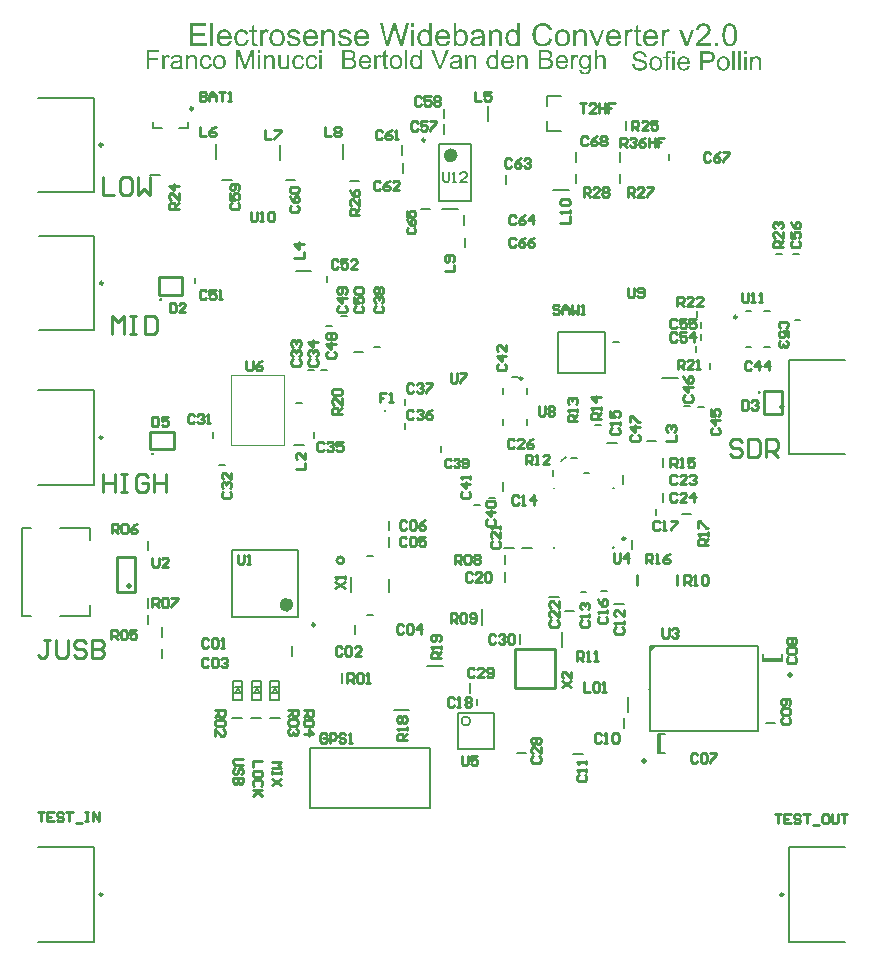
<source format=gto>
G04*
G04 #@! TF.GenerationSoftware,Altium Limited,Altium Designer,20.2.4 (192)*
G04*
G04 Layer_Color=65535*
%FSLAX25Y25*%
%MOIN*%
G70*
G04*
G04 #@! TF.SameCoordinates,2E8E0BC3-B8D5-4E9D-ADAA-81CF339668D3*
G04*
G04*
G04 #@! TF.FilePolarity,Positive*
G04*
G01*
G75*
%ADD10C,0.02362*%
%ADD11C,0.00984*%
%ADD12C,0.00500*%
%ADD13C,0.01000*%
%ADD14C,0.01968*%
%ADD15C,0.00787*%
%ADD16C,0.00591*%
%ADD17C,0.01002*%
%ADD18C,0.00394*%
%ADD19R,0.00984X0.00984*%
G36*
X128529Y387750D02*
X127599D01*
Y388820D01*
X128529D01*
Y387750D01*
D02*
G37*
G36*
X171717Y388946D02*
X171813Y388938D01*
X171923Y388924D01*
X172049Y388901D01*
X172189Y388879D01*
X172329Y388850D01*
X172484Y388813D01*
X172647Y388761D01*
X172802Y388709D01*
X172964Y388643D01*
X173126Y388562D01*
X173281Y388473D01*
X173429Y388370D01*
X173436Y388363D01*
X173466Y388340D01*
X173503Y388311D01*
X173555Y388267D01*
X173621Y388208D01*
X173687Y388134D01*
X173768Y388045D01*
X173857Y387949D01*
X173946Y387839D01*
X174034Y387721D01*
X174123Y387588D01*
X174211Y387440D01*
X174300Y387285D01*
X174381Y387115D01*
X174447Y386938D01*
X174514Y386746D01*
X173525Y386518D01*
Y386525D01*
X173510Y386555D01*
X173495Y386599D01*
X173473Y386650D01*
X173451Y386717D01*
X173414Y386798D01*
X173377Y386879D01*
X173333Y386975D01*
X173222Y387167D01*
X173090Y387366D01*
X172934Y387551D01*
X172846Y387639D01*
X172757Y387713D01*
X172750Y387721D01*
X172735Y387728D01*
X172706Y387750D01*
X172669Y387772D01*
X172617Y387802D01*
X172558Y387831D01*
X172492Y387868D01*
X172411Y387905D01*
X172329Y387942D01*
X172233Y387979D01*
X172130Y388008D01*
X172019Y388038D01*
X171776Y388082D01*
X171643Y388090D01*
X171503Y388097D01*
X171422D01*
X171355Y388090D01*
X171281Y388082D01*
X171193Y388075D01*
X171097Y388060D01*
X170994Y388045D01*
X170757Y387994D01*
X170639Y387964D01*
X170514Y387920D01*
X170396Y387868D01*
X170270Y387817D01*
X170152Y387750D01*
X170042Y387676D01*
X170034Y387669D01*
X170019Y387654D01*
X169990Y387632D01*
X169946Y387602D01*
X169901Y387558D01*
X169842Y387507D01*
X169783Y387448D01*
X169724Y387381D01*
X169650Y387300D01*
X169584Y387219D01*
X169518Y387123D01*
X169451Y387019D01*
X169385Y386916D01*
X169326Y386798D01*
X169274Y386680D01*
X169222Y386547D01*
Y386540D01*
X169215Y386518D01*
X169200Y386481D01*
X169185Y386429D01*
X169171Y386363D01*
X169149Y386289D01*
X169126Y386200D01*
X169104Y386104D01*
X169082Y386001D01*
X169060Y385883D01*
X169023Y385639D01*
X168994Y385374D01*
X168986Y385101D01*
Y385093D01*
Y385056D01*
Y385005D01*
X168994Y384938D01*
Y384857D01*
X169001Y384754D01*
X169008Y384650D01*
X169023Y384525D01*
X169038Y384400D01*
X169053Y384267D01*
X169104Y383979D01*
X169171Y383691D01*
X169267Y383411D01*
Y383403D01*
X169281Y383381D01*
X169296Y383344D01*
X169318Y383293D01*
X169348Y383233D01*
X169385Y383167D01*
X169481Y383012D01*
X169606Y382835D01*
X169754Y382658D01*
X169931Y382488D01*
X170034Y382414D01*
X170138Y382341D01*
X170145Y382333D01*
X170167Y382326D01*
X170197Y382311D01*
X170241Y382289D01*
X170292Y382259D01*
X170359Y382230D01*
X170433Y382200D01*
X170521Y382163D01*
X170610Y382134D01*
X170713Y382097D01*
X170927Y382045D01*
X171171Y382001D01*
X171296Y381994D01*
X171422Y381986D01*
X171503D01*
X171562Y381994D01*
X171636Y382001D01*
X171717Y382008D01*
X171813Y382023D01*
X171916Y382045D01*
X172137Y382104D01*
X172256Y382141D01*
X172381Y382186D01*
X172499Y382245D01*
X172617Y382311D01*
X172735Y382385D01*
X172846Y382466D01*
X172853Y382473D01*
X172868Y382488D01*
X172905Y382518D01*
X172942Y382555D01*
X172986Y382606D01*
X173045Y382673D01*
X173104Y382747D01*
X173163Y382828D01*
X173230Y382924D01*
X173296Y383034D01*
X173363Y383152D01*
X173429Y383278D01*
X173488Y383418D01*
X173540Y383573D01*
X173591Y383735D01*
X173636Y383905D01*
X174639Y383654D01*
Y383639D01*
X174625Y383602D01*
X174602Y383536D01*
X174580Y383455D01*
X174543Y383352D01*
X174499Y383233D01*
X174440Y383101D01*
X174381Y382961D01*
X174307Y382805D01*
X174226Y382650D01*
X174130Y382495D01*
X174027Y382341D01*
X173909Y382186D01*
X173791Y382038D01*
X173650Y381898D01*
X173503Y381772D01*
X173495Y381765D01*
X173466Y381743D01*
X173422Y381713D01*
X173355Y381669D01*
X173274Y381625D01*
X173178Y381573D01*
X173067Y381514D01*
X172949Y381455D01*
X172809Y381388D01*
X172654Y381337D01*
X172492Y381278D01*
X172315Y381234D01*
X172123Y381189D01*
X171931Y381160D01*
X171717Y381138D01*
X171503Y381130D01*
X171385D01*
X171296Y381138D01*
X171193Y381145D01*
X171075Y381160D01*
X170942Y381174D01*
X170794Y381189D01*
X170639Y381219D01*
X170477Y381248D01*
X170315Y381293D01*
X170145Y381337D01*
X169983Y381396D01*
X169813Y381462D01*
X169658Y381536D01*
X169510Y381625D01*
X169503Y381632D01*
X169481Y381647D01*
X169436Y381676D01*
X169385Y381721D01*
X169318Y381765D01*
X169252Y381831D01*
X169171Y381905D01*
X169082Y381994D01*
X168986Y382090D01*
X168890Y382193D01*
X168794Y382311D01*
X168698Y382444D01*
X168610Y382584D01*
X168514Y382732D01*
X168433Y382894D01*
X168352Y383064D01*
X168344Y383079D01*
X168337Y383108D01*
X168315Y383160D01*
X168292Y383226D01*
X168263Y383315D01*
X168226Y383418D01*
X168189Y383536D01*
X168152Y383669D01*
X168115Y383817D01*
X168078Y383972D01*
X168049Y384141D01*
X168012Y384318D01*
X167990Y384503D01*
X167968Y384695D01*
X167960Y384894D01*
X167953Y385093D01*
Y385108D01*
Y385145D01*
Y385211D01*
X167960Y385293D01*
X167968Y385396D01*
X167975Y385514D01*
X167990Y385647D01*
X168012Y385794D01*
X168034Y385949D01*
X168064Y386112D01*
X168101Y386289D01*
X168145Y386459D01*
X168197Y386636D01*
X168256Y386813D01*
X168322Y386983D01*
X168403Y387152D01*
X168411Y387160D01*
X168425Y387189D01*
X168447Y387241D01*
X168484Y387300D01*
X168536Y387374D01*
X168588Y387455D01*
X168654Y387551D01*
X168735Y387654D01*
X168816Y387757D01*
X168912Y387868D01*
X169023Y387979D01*
X169134Y388090D01*
X169259Y388200D01*
X169392Y388304D01*
X169532Y388407D01*
X169687Y388495D01*
X169695Y388503D01*
X169724Y388518D01*
X169769Y388540D01*
X169835Y388569D01*
X169909Y388599D01*
X170005Y388643D01*
X170108Y388680D01*
X170234Y388724D01*
X170359Y388769D01*
X170499Y388805D01*
X170654Y388850D01*
X170817Y388879D01*
X170986Y388909D01*
X171156Y388931D01*
X171341Y388946D01*
X171525Y388953D01*
X171636D01*
X171717Y388946D01*
D02*
G37*
G36*
X163724Y381256D02*
X162861D01*
Y381935D01*
X162854Y381927D01*
X162839Y381898D01*
X162809Y381861D01*
X162765Y381809D01*
X162706Y381750D01*
X162639Y381684D01*
X162566Y381610D01*
X162470Y381536D01*
X162374Y381455D01*
X162256Y381388D01*
X162130Y381315D01*
X161990Y381256D01*
X161842Y381204D01*
X161680Y381167D01*
X161510Y381138D01*
X161326Y381130D01*
X161259D01*
X161215Y381138D01*
X161156Y381145D01*
X161090Y381152D01*
X161016Y381160D01*
X160927Y381174D01*
X160743Y381219D01*
X160536Y381285D01*
X160433Y381322D01*
X160329Y381374D01*
X160219Y381425D01*
X160116Y381492D01*
X160108Y381499D01*
X160093Y381507D01*
X160064Y381529D01*
X160027Y381558D01*
X159983Y381595D01*
X159924Y381639D01*
X159865Y381691D01*
X159806Y381750D01*
X159739Y381824D01*
X159665Y381898D01*
X159525Y382067D01*
X159392Y382267D01*
X159267Y382495D01*
Y382503D01*
X159252Y382525D01*
X159237Y382562D01*
X159222Y382614D01*
X159200Y382673D01*
X159171Y382747D01*
X159149Y382828D01*
X159119Y382924D01*
X159090Y383034D01*
X159067Y383145D01*
X159038Y383270D01*
X159016Y383396D01*
X158986Y383684D01*
X158972Y383986D01*
Y383994D01*
Y384023D01*
Y384068D01*
X158979Y384126D01*
Y384200D01*
X158986Y384281D01*
X158994Y384377D01*
X159009Y384481D01*
X159023Y384591D01*
X159038Y384717D01*
X159090Y384968D01*
X159156Y385226D01*
X159245Y385477D01*
Y385484D01*
X159259Y385507D01*
X159274Y385543D01*
X159296Y385588D01*
X159326Y385647D01*
X159363Y385706D01*
X159451Y385861D01*
X159562Y386023D01*
X159702Y386193D01*
X159872Y386355D01*
X159968Y386437D01*
X160064Y386503D01*
X160071Y386510D01*
X160086Y386518D01*
X160116Y386540D01*
X160160Y386562D01*
X160211Y386584D01*
X160271Y386621D01*
X160344Y386650D01*
X160418Y386687D01*
X160507Y386717D01*
X160603Y386754D01*
X160809Y386806D01*
X161038Y386850D01*
X161156Y386857D01*
X161282Y386864D01*
X161363D01*
X161407Y386857D01*
X161459D01*
X161577Y386835D01*
X161717Y386813D01*
X161864Y386776D01*
X162012Y386724D01*
X162160Y386650D01*
X162167D01*
X162174Y386643D01*
X162197Y386628D01*
X162226Y386614D01*
X162300Y386569D01*
X162389Y386503D01*
X162485Y386429D01*
X162595Y386333D01*
X162698Y386230D01*
X162794Y386112D01*
Y388820D01*
X163724D01*
Y381256D01*
D02*
G37*
G36*
X134352D02*
X133488D01*
Y381935D01*
X133481Y381927D01*
X133466Y381898D01*
X133437Y381861D01*
X133393Y381809D01*
X133334Y381750D01*
X133267Y381684D01*
X133193Y381610D01*
X133097Y381536D01*
X133001Y381455D01*
X132883Y381388D01*
X132758Y381315D01*
X132618Y381256D01*
X132470Y381204D01*
X132308Y381167D01*
X132138Y381138D01*
X131953Y381130D01*
X131887D01*
X131843Y381138D01*
X131784Y381145D01*
X131717Y381152D01*
X131643Y381160D01*
X131555Y381174D01*
X131370Y381219D01*
X131164Y381285D01*
X131060Y381322D01*
X130957Y381374D01*
X130846Y381425D01*
X130743Y381492D01*
X130736Y381499D01*
X130721Y381507D01*
X130691Y381529D01*
X130655Y381558D01*
X130610Y381595D01*
X130551Y381639D01*
X130492Y381691D01*
X130433Y381750D01*
X130367Y381824D01*
X130293Y381898D01*
X130153Y382067D01*
X130020Y382267D01*
X129894Y382495D01*
Y382503D01*
X129880Y382525D01*
X129865Y382562D01*
X129850Y382614D01*
X129828Y382673D01*
X129798Y382747D01*
X129776Y382828D01*
X129747Y382924D01*
X129717Y383034D01*
X129695Y383145D01*
X129666Y383270D01*
X129643Y383396D01*
X129614Y383684D01*
X129599Y383986D01*
Y383994D01*
Y384023D01*
Y384068D01*
X129607Y384126D01*
Y384200D01*
X129614Y384281D01*
X129621Y384377D01*
X129636Y384481D01*
X129651Y384591D01*
X129666Y384717D01*
X129717Y384968D01*
X129784Y385226D01*
X129872Y385477D01*
Y385484D01*
X129887Y385507D01*
X129902Y385543D01*
X129924Y385588D01*
X129953Y385647D01*
X129990Y385706D01*
X130079Y385861D01*
X130190Y386023D01*
X130330Y386193D01*
X130499Y386355D01*
X130596Y386437D01*
X130691Y386503D01*
X130699Y386510D01*
X130714Y386518D01*
X130743Y386540D01*
X130787Y386562D01*
X130839Y386584D01*
X130898Y386621D01*
X130972Y386650D01*
X131046Y386687D01*
X131134Y386717D01*
X131230Y386754D01*
X131437Y386806D01*
X131666Y386850D01*
X131784Y386857D01*
X131909Y386864D01*
X131990D01*
X132035Y386857D01*
X132086D01*
X132204Y386835D01*
X132344Y386813D01*
X132492Y386776D01*
X132640Y386724D01*
X132787Y386650D01*
X132795D01*
X132802Y386643D01*
X132824Y386628D01*
X132854Y386614D01*
X132928Y386569D01*
X133016Y386503D01*
X133112Y386429D01*
X133223Y386333D01*
X133326Y386230D01*
X133422Y386112D01*
Y388820D01*
X134352D01*
Y381256D01*
D02*
G37*
G36*
X184329Y386857D02*
X184381D01*
X184506Y386842D01*
X184647Y386820D01*
X184794Y386783D01*
X184957Y386739D01*
X185111Y386680D01*
X185119D01*
X185126Y386673D01*
X185148Y386665D01*
X185178Y386650D01*
X185252Y386606D01*
X185348Y386555D01*
X185444Y386488D01*
X185547Y386407D01*
X185643Y386318D01*
X185731Y386215D01*
X185739Y386200D01*
X185768Y386163D01*
X185805Y386104D01*
X185849Y386023D01*
X185894Y385920D01*
X185945Y385802D01*
X185990Y385676D01*
X186027Y385529D01*
Y385514D01*
X186034Y385477D01*
X186041Y385411D01*
X186049Y385366D01*
X186056Y385322D01*
Y385263D01*
X186064Y385197D01*
Y385123D01*
X186071Y385034D01*
Y384946D01*
X186078Y384850D01*
Y384739D01*
Y384621D01*
Y381256D01*
X185148D01*
Y384591D01*
Y384599D01*
Y384614D01*
Y384643D01*
Y384687D01*
Y384732D01*
X185141Y384783D01*
X185134Y384909D01*
X185119Y385049D01*
X185104Y385189D01*
X185075Y385322D01*
X185038Y385440D01*
X185030Y385455D01*
X185016Y385484D01*
X184986Y385536D01*
X184949Y385602D01*
X184897Y385676D01*
X184831Y385750D01*
X184750Y385824D01*
X184654Y385890D01*
X184639Y385898D01*
X184602Y385920D01*
X184551Y385942D01*
X184469Y385979D01*
X184373Y386008D01*
X184263Y386031D01*
X184137Y386053D01*
X184004Y386060D01*
X183946D01*
X183909Y386053D01*
X183857Y386045D01*
X183798Y386038D01*
X183658Y386016D01*
X183495Y385964D01*
X183326Y385898D01*
X183237Y385853D01*
X183156Y385802D01*
X183067Y385743D01*
X182986Y385676D01*
X182979Y385669D01*
X182971Y385662D01*
X182949Y385632D01*
X182920Y385602D01*
X182890Y385558D01*
X182853Y385499D01*
X182809Y385433D01*
X182772Y385359D01*
X182735Y385270D01*
X182691Y385167D01*
X182654Y385049D01*
X182624Y384916D01*
X182595Y384776D01*
X182580Y384614D01*
X182565Y384444D01*
X182558Y384252D01*
Y381256D01*
X181628D01*
Y386739D01*
X182462D01*
Y385957D01*
X182469Y385964D01*
X182492Y385994D01*
X182528Y386038D01*
X182573Y386097D01*
X182639Y386171D01*
X182713Y386245D01*
X182802Y386326D01*
X182905Y386414D01*
X183023Y386495D01*
X183149Y386577D01*
X183296Y386658D01*
X183451Y386724D01*
X183621Y386783D01*
X183798Y386828D01*
X183997Y386857D01*
X184204Y386864D01*
X184285D01*
X184329Y386857D01*
D02*
G37*
G36*
X156138D02*
X156189D01*
X156315Y386842D01*
X156455Y386820D01*
X156603Y386783D01*
X156765Y386739D01*
X156920Y386680D01*
X156927D01*
X156935Y386673D01*
X156957Y386665D01*
X156986Y386650D01*
X157060Y386606D01*
X157156Y386555D01*
X157252Y386488D01*
X157355Y386407D01*
X157451Y386318D01*
X157540Y386215D01*
X157547Y386200D01*
X157577Y386163D01*
X157614Y386104D01*
X157658Y386023D01*
X157702Y385920D01*
X157754Y385802D01*
X157798Y385676D01*
X157835Y385529D01*
Y385514D01*
X157842Y385477D01*
X157850Y385411D01*
X157857Y385366D01*
X157865Y385322D01*
Y385263D01*
X157872Y385197D01*
Y385123D01*
X157879Y385034D01*
Y384946D01*
X157887Y384850D01*
Y384739D01*
Y384621D01*
Y381256D01*
X156957D01*
Y384591D01*
Y384599D01*
Y384614D01*
Y384643D01*
Y384687D01*
Y384732D01*
X156949Y384783D01*
X156942Y384909D01*
X156927Y385049D01*
X156913Y385189D01*
X156883Y385322D01*
X156846Y385440D01*
X156839Y385455D01*
X156824Y385484D01*
X156795Y385536D01*
X156758Y385602D01*
X156706Y385676D01*
X156640Y385750D01*
X156558Y385824D01*
X156462Y385890D01*
X156448Y385898D01*
X156411Y385920D01*
X156359Y385942D01*
X156278Y385979D01*
X156182Y386008D01*
X156071Y386031D01*
X155946Y386053D01*
X155813Y386060D01*
X155754D01*
X155717Y386053D01*
X155665Y386045D01*
X155606Y386038D01*
X155466Y386016D01*
X155304Y385964D01*
X155134Y385898D01*
X155045Y385853D01*
X154964Y385802D01*
X154876Y385743D01*
X154795Y385676D01*
X154787Y385669D01*
X154780Y385662D01*
X154758Y385632D01*
X154728Y385602D01*
X154699Y385558D01*
X154662Y385499D01*
X154617Y385433D01*
X154580Y385359D01*
X154544Y385270D01*
X154499Y385167D01*
X154462Y385049D01*
X154433Y384916D01*
X154403Y384776D01*
X154389Y384614D01*
X154374Y384444D01*
X154367Y384252D01*
Y381256D01*
X153437D01*
Y386739D01*
X154271D01*
Y385957D01*
X154278Y385964D01*
X154300Y385994D01*
X154337Y386038D01*
X154381Y386097D01*
X154448Y386171D01*
X154521Y386245D01*
X154610Y386326D01*
X154713Y386414D01*
X154831Y386495D01*
X154957Y386577D01*
X155104Y386658D01*
X155259Y386724D01*
X155429Y386783D01*
X155606Y386828D01*
X155806Y386857D01*
X156012Y386864D01*
X156093D01*
X156138Y386857D01*
D02*
G37*
G36*
X100345D02*
X100397D01*
X100522Y386842D01*
X100662Y386820D01*
X100810Y386783D01*
X100972Y386739D01*
X101127Y386680D01*
X101135D01*
X101142Y386673D01*
X101164Y386665D01*
X101194Y386650D01*
X101267Y386606D01*
X101363Y386555D01*
X101459Y386488D01*
X101563Y386407D01*
X101658Y386318D01*
X101747Y386215D01*
X101754Y386200D01*
X101784Y386163D01*
X101821Y386104D01*
X101865Y386023D01*
X101909Y385920D01*
X101961Y385802D01*
X102005Y385676D01*
X102042Y385529D01*
Y385514D01*
X102050Y385477D01*
X102057Y385411D01*
X102064Y385366D01*
X102072Y385322D01*
Y385263D01*
X102079Y385197D01*
Y385123D01*
X102086Y385034D01*
Y384946D01*
X102094Y384850D01*
Y384739D01*
Y384621D01*
Y381256D01*
X101164D01*
Y384591D01*
Y384599D01*
Y384614D01*
Y384643D01*
Y384687D01*
Y384732D01*
X101157Y384783D01*
X101149Y384909D01*
X101135Y385049D01*
X101120Y385189D01*
X101090Y385322D01*
X101053Y385440D01*
X101046Y385455D01*
X101031Y385484D01*
X101002Y385536D01*
X100965Y385602D01*
X100913Y385676D01*
X100847Y385750D01*
X100766Y385824D01*
X100670Y385890D01*
X100655Y385898D01*
X100618Y385920D01*
X100566Y385942D01*
X100485Y385979D01*
X100389Y386008D01*
X100278Y386031D01*
X100153Y386053D01*
X100020Y386060D01*
X99961D01*
X99924Y386053D01*
X99872Y386045D01*
X99813Y386038D01*
X99673Y386016D01*
X99511Y385964D01*
X99341Y385898D01*
X99253Y385853D01*
X99171Y385802D01*
X99083Y385743D01*
X99002Y385676D01*
X98994Y385669D01*
X98987Y385662D01*
X98965Y385632D01*
X98935Y385602D01*
X98906Y385558D01*
X98869Y385499D01*
X98825Y385433D01*
X98788Y385359D01*
X98751Y385270D01*
X98707Y385167D01*
X98670Y385049D01*
X98640Y384916D01*
X98611Y384776D01*
X98596Y384614D01*
X98581Y384444D01*
X98574Y384252D01*
Y381256D01*
X97644D01*
Y386739D01*
X98478D01*
Y385957D01*
X98485Y385964D01*
X98507Y385994D01*
X98544Y386038D01*
X98588Y386097D01*
X98655Y386171D01*
X98729Y386245D01*
X98817Y386326D01*
X98921Y386414D01*
X99039Y386495D01*
X99164Y386577D01*
X99312Y386658D01*
X99467Y386724D01*
X99636Y386783D01*
X99813Y386828D01*
X100013Y386857D01*
X100219Y386864D01*
X100301D01*
X100345Y386857D01*
D02*
G37*
G36*
X213089D02*
X213133D01*
X213185Y386850D01*
X213303Y386828D01*
X213451Y386791D01*
X213613Y386739D01*
X213783Y386665D01*
X213967Y386562D01*
X213635Y385699D01*
X213620Y385706D01*
X213576Y385728D01*
X213510Y385765D01*
X213421Y385802D01*
X213318Y385839D01*
X213207Y385876D01*
X213082Y385898D01*
X212956Y385905D01*
X212905D01*
X212846Y385898D01*
X212772Y385883D01*
X212691Y385861D01*
X212602Y385824D01*
X212506Y385780D01*
X212410Y385721D01*
X212403Y385713D01*
X212373Y385684D01*
X212329Y385647D01*
X212277Y385588D01*
X212218Y385514D01*
X212159Y385425D01*
X212108Y385329D01*
X212063Y385211D01*
Y385204D01*
X212056Y385189D01*
X212049Y385160D01*
X212041Y385123D01*
X212026Y385079D01*
X212019Y385027D01*
X212004Y384960D01*
X211989Y384894D01*
X211960Y384732D01*
X211938Y384547D01*
X211923Y384341D01*
X211916Y384126D01*
Y381256D01*
X210986D01*
Y386739D01*
X211820D01*
Y385905D01*
X211827Y385912D01*
X211835Y385927D01*
X211849Y385957D01*
X211871Y386001D01*
X211901Y386045D01*
X211938Y386097D01*
X212012Y386222D01*
X212100Y386348D01*
X212204Y386473D01*
X212307Y386584D01*
X212358Y386636D01*
X212410Y386673D01*
X212425Y386680D01*
X212462Y386702D01*
X212513Y386732D01*
X212587Y386769D01*
X212676Y386806D01*
X212779Y386835D01*
X212890Y386857D01*
X213008Y386864D01*
X213052D01*
X213089Y386857D01*
D02*
G37*
G36*
X200757D02*
X200801D01*
X200853Y386850D01*
X200971Y386828D01*
X201119Y386791D01*
X201281Y386739D01*
X201451Y386665D01*
X201635Y386562D01*
X201303Y385699D01*
X201289Y385706D01*
X201244Y385728D01*
X201178Y385765D01*
X201089Y385802D01*
X200986Y385839D01*
X200875Y385876D01*
X200750Y385898D01*
X200624Y385905D01*
X200573D01*
X200514Y385898D01*
X200440Y385883D01*
X200359Y385861D01*
X200270Y385824D01*
X200174Y385780D01*
X200078Y385721D01*
X200071Y385713D01*
X200041Y385684D01*
X199997Y385647D01*
X199945Y385588D01*
X199886Y385514D01*
X199827Y385425D01*
X199776Y385329D01*
X199731Y385211D01*
Y385204D01*
X199724Y385189D01*
X199717Y385160D01*
X199709Y385123D01*
X199694Y385079D01*
X199687Y385027D01*
X199672Y384960D01*
X199657Y384894D01*
X199628Y384732D01*
X199606Y384547D01*
X199591Y384341D01*
X199584Y384126D01*
Y381256D01*
X198654D01*
Y386739D01*
X199488D01*
Y385905D01*
X199495Y385912D01*
X199503Y385927D01*
X199517Y385957D01*
X199539Y386001D01*
X199569Y386045D01*
X199606Y386097D01*
X199680Y386222D01*
X199768Y386348D01*
X199872Y386473D01*
X199975Y386584D01*
X200026Y386636D01*
X200078Y386673D01*
X200093Y386680D01*
X200130Y386702D01*
X200182Y386732D01*
X200255Y386769D01*
X200344Y386806D01*
X200447Y386835D01*
X200558Y386857D01*
X200676Y386864D01*
X200720D01*
X200757Y386857D01*
D02*
G37*
G36*
X79186D02*
X79231D01*
X79282Y386850D01*
X79400Y386828D01*
X79548Y386791D01*
X79710Y386739D01*
X79880Y386665D01*
X80065Y386562D01*
X79733Y385699D01*
X79718Y385706D01*
X79673Y385728D01*
X79607Y385765D01*
X79519Y385802D01*
X79415Y385839D01*
X79304Y385876D01*
X79179Y385898D01*
X79054Y385905D01*
X79002D01*
X78943Y385898D01*
X78869Y385883D01*
X78788Y385861D01*
X78699Y385824D01*
X78603Y385780D01*
X78507Y385721D01*
X78500Y385713D01*
X78470Y385684D01*
X78426Y385647D01*
X78375Y385588D01*
X78316Y385514D01*
X78256Y385425D01*
X78205Y385329D01*
X78161Y385211D01*
Y385204D01*
X78153Y385189D01*
X78146Y385160D01*
X78138Y385123D01*
X78124Y385079D01*
X78116Y385027D01*
X78101Y384960D01*
X78087Y384894D01*
X78057Y384732D01*
X78035Y384547D01*
X78020Y384341D01*
X78013Y384126D01*
Y381256D01*
X77083D01*
Y386739D01*
X77917D01*
Y385905D01*
X77924Y385912D01*
X77932Y385927D01*
X77947Y385957D01*
X77969Y386001D01*
X77998Y386045D01*
X78035Y386097D01*
X78109Y386222D01*
X78197Y386348D01*
X78301Y386473D01*
X78404Y386584D01*
X78456Y386636D01*
X78507Y386673D01*
X78522Y386680D01*
X78559Y386702D01*
X78611Y386732D01*
X78685Y386769D01*
X78773Y386806D01*
X78876Y386835D01*
X78987Y386857D01*
X79105Y386864D01*
X79150D01*
X79186Y386857D01*
D02*
G37*
G36*
X105481D02*
X105548D01*
X105622Y386850D01*
X105703Y386842D01*
X105880Y386820D01*
X106064Y386783D01*
X106264Y386739D01*
X106448Y386673D01*
X106456D01*
X106470Y386665D01*
X106492Y386650D01*
X106529Y386636D01*
X106618Y386599D01*
X106721Y386540D01*
X106839Y386466D01*
X106965Y386385D01*
X107075Y386281D01*
X107171Y386171D01*
X107179Y386156D01*
X107208Y386112D01*
X107253Y386045D01*
X107304Y385949D01*
X107356Y385824D01*
X107407Y385684D01*
X107459Y385514D01*
X107496Y385329D01*
X106588Y385204D01*
Y385211D01*
Y385226D01*
X106581Y385248D01*
X106574Y385270D01*
X106551Y385352D01*
X106522Y385448D01*
X106470Y385551D01*
X106411Y385662D01*
X106330Y385765D01*
X106227Y385861D01*
X106212Y385868D01*
X106175Y385898D01*
X106101Y385935D01*
X106013Y385986D01*
X105895Y386031D01*
X105747Y386068D01*
X105577Y386097D01*
X105385Y386104D01*
X105282D01*
X105230Y386097D01*
X105171D01*
X105031Y386075D01*
X104884Y386053D01*
X104736Y386016D01*
X104596Y385964D01*
X104537Y385927D01*
X104478Y385890D01*
X104463Y385883D01*
X104433Y385853D01*
X104389Y385809D01*
X104345Y385750D01*
X104293Y385676D01*
X104249Y385588D01*
X104219Y385492D01*
X104205Y385388D01*
Y385381D01*
Y385359D01*
X104212Y385322D01*
X104219Y385285D01*
X104234Y385233D01*
X104249Y385174D01*
X104278Y385123D01*
X104315Y385064D01*
X104323Y385056D01*
X104337Y385042D01*
X104367Y385012D01*
X104404Y384975D01*
X104448Y384938D01*
X104515Y384894D01*
X104581Y384857D01*
X104669Y384813D01*
X104677D01*
X104699Y384805D01*
X104751Y384783D01*
X104780Y384776D01*
X104824Y384761D01*
X104876Y384746D01*
X104928Y384732D01*
X105002Y384717D01*
X105075Y384695D01*
X105164Y384665D01*
X105260Y384643D01*
X105371Y384614D01*
X105489Y384577D01*
X105503D01*
X105533Y384562D01*
X105585Y384555D01*
X105651Y384532D01*
X105732Y384510D01*
X105821Y384481D01*
X105924Y384451D01*
X106035Y384422D01*
X106256Y384355D01*
X106485Y384281D01*
X106596Y384245D01*
X106692Y384208D01*
X106780Y384171D01*
X106861Y384141D01*
X106869D01*
X106876Y384134D01*
X106898Y384126D01*
X106928Y384112D01*
X106994Y384075D01*
X107083Y384023D01*
X107186Y383949D01*
X107282Y383868D01*
X107385Y383772D01*
X107474Y383654D01*
X107481Y383639D01*
X107511Y383595D01*
X107548Y383529D01*
X107592Y383440D01*
X107629Y383322D01*
X107666Y383189D01*
X107695Y383034D01*
X107703Y382864D01*
Y382857D01*
Y382842D01*
Y382820D01*
X107695Y382783D01*
Y382747D01*
X107688Y382695D01*
X107666Y382584D01*
X107636Y382444D01*
X107585Y382296D01*
X107518Y382141D01*
X107430Y381986D01*
Y381979D01*
X107415Y381972D01*
X107400Y381949D01*
X107378Y381920D01*
X107319Y381846D01*
X107230Y381750D01*
X107120Y381647D01*
X106987Y381543D01*
X106825Y381440D01*
X106647Y381352D01*
X106640D01*
X106625Y381344D01*
X106596Y381329D01*
X106559Y381315D01*
X106507Y381300D01*
X106456Y381285D01*
X106389Y381263D01*
X106315Y381241D01*
X106227Y381219D01*
X106138Y381204D01*
X105946Y381167D01*
X105725Y381138D01*
X105489Y381130D01*
X105385D01*
X105312Y381138D01*
X105223Y381145D01*
X105120Y381152D01*
X105009Y381167D01*
X104884Y381189D01*
X104618Y381241D01*
X104485Y381278D01*
X104352Y381315D01*
X104219Y381366D01*
X104086Y381425D01*
X103968Y381492D01*
X103858Y381573D01*
X103850Y381580D01*
X103836Y381595D01*
X103806Y381617D01*
X103769Y381654D01*
X103725Y381706D01*
X103673Y381757D01*
X103614Y381824D01*
X103562Y381905D01*
X103496Y381994D01*
X103437Y382090D01*
X103378Y382193D01*
X103319Y382311D01*
X103267Y382444D01*
X103223Y382584D01*
X103179Y382732D01*
X103149Y382887D01*
X104064Y383034D01*
Y383027D01*
X104072Y383012D01*
Y382983D01*
X104079Y382946D01*
X104094Y382894D01*
X104109Y382842D01*
X104146Y382717D01*
X104205Y382577D01*
X104278Y382436D01*
X104374Y382304D01*
X104492Y382178D01*
X104500D01*
X104507Y382163D01*
X104529Y382149D01*
X104559Y382134D01*
X104596Y382112D01*
X104640Y382090D01*
X104692Y382060D01*
X104751Y382038D01*
X104817Y382008D01*
X104891Y381979D01*
X105061Y381935D01*
X105260Y381905D01*
X105481Y381890D01*
X105540D01*
X105585Y381898D01*
X105636D01*
X105703Y381905D01*
X105843Y381920D01*
X105998Y381957D01*
X106153Y382001D01*
X106300Y382060D01*
X106374Y382104D01*
X106433Y382149D01*
X106441D01*
X106448Y382163D01*
X106485Y382193D01*
X106537Y382252D01*
X106596Y382326D01*
X106647Y382414D01*
X106699Y382518D01*
X106736Y382636D01*
X106751Y382695D01*
Y382761D01*
Y382769D01*
Y382776D01*
X106743Y382813D01*
X106736Y382872D01*
X106714Y382946D01*
X106684Y383027D01*
X106633Y383108D01*
X106566Y383189D01*
X106470Y383263D01*
X106463Y383270D01*
X106426Y383285D01*
X106404Y383300D01*
X106367Y383315D01*
X106330Y383330D01*
X106278Y383352D01*
X106219Y383374D01*
X106153Y383396D01*
X106079Y383425D01*
X105991Y383448D01*
X105887Y383477D01*
X105777Y383514D01*
X105651Y383543D01*
X105518Y383580D01*
X105503D01*
X105474Y383595D01*
X105422Y383602D01*
X105356Y383625D01*
X105267Y383647D01*
X105179Y383669D01*
X105068Y383699D01*
X104957Y383735D01*
X104729Y383802D01*
X104492Y383876D01*
X104382Y383912D01*
X104278Y383949D01*
X104183Y383986D01*
X104101Y384023D01*
X104094D01*
X104086Y384031D01*
X104064Y384045D01*
X104035Y384060D01*
X103968Y384104D01*
X103880Y384163D01*
X103784Y384237D01*
X103688Y384326D01*
X103592Y384429D01*
X103504Y384547D01*
Y384555D01*
X103496Y384562D01*
X103474Y384606D01*
X103437Y384673D01*
X103408Y384761D01*
X103371Y384872D01*
X103334Y384997D01*
X103312Y385130D01*
X103304Y385278D01*
Y385285D01*
Y385293D01*
Y385315D01*
Y385344D01*
X103312Y385411D01*
X103326Y385499D01*
X103341Y385602D01*
X103371Y385721D01*
X103415Y385839D01*
X103467Y385957D01*
Y385964D01*
X103474Y385971D01*
X103496Y386008D01*
X103533Y386068D01*
X103585Y386141D01*
X103651Y386222D01*
X103732Y386311D01*
X103821Y386400D01*
X103924Y386481D01*
X103931Y386488D01*
X103968Y386510D01*
X104013Y386532D01*
X104079Y386569D01*
X104168Y386614D01*
X104264Y386658D01*
X104382Y386702D01*
X104515Y386746D01*
X104522D01*
X104529Y386754D01*
X104551Y386761D01*
X104581Y386769D01*
X104655Y386783D01*
X104758Y386806D01*
X104876Y386828D01*
X105016Y386850D01*
X105164Y386857D01*
X105319Y386864D01*
X105430D01*
X105481Y386857D01*
D02*
G37*
G36*
X88448D02*
X88515D01*
X88589Y386850D01*
X88670Y386842D01*
X88847Y386820D01*
X89031Y386783D01*
X89231Y386739D01*
X89415Y386673D01*
X89423D01*
X89437Y386665D01*
X89459Y386650D01*
X89496Y386636D01*
X89585Y386599D01*
X89688Y386540D01*
X89806Y386466D01*
X89932Y386385D01*
X90042Y386281D01*
X90138Y386171D01*
X90146Y386156D01*
X90175Y386112D01*
X90219Y386045D01*
X90271Y385949D01*
X90323Y385824D01*
X90374Y385684D01*
X90426Y385514D01*
X90463Y385329D01*
X89555Y385204D01*
Y385211D01*
Y385226D01*
X89548Y385248D01*
X89540Y385270D01*
X89518Y385352D01*
X89489Y385448D01*
X89437Y385551D01*
X89378Y385662D01*
X89297Y385765D01*
X89194Y385861D01*
X89179Y385868D01*
X89142Y385898D01*
X89068Y385935D01*
X88980Y385986D01*
X88862Y386031D01*
X88714Y386068D01*
X88544Y386097D01*
X88352Y386104D01*
X88249D01*
X88197Y386097D01*
X88138D01*
X87998Y386075D01*
X87850Y386053D01*
X87703Y386016D01*
X87563Y385964D01*
X87504Y385927D01*
X87445Y385890D01*
X87430Y385883D01*
X87400Y385853D01*
X87356Y385809D01*
X87312Y385750D01*
X87260Y385676D01*
X87216Y385588D01*
X87186Y385492D01*
X87172Y385388D01*
Y385381D01*
Y385359D01*
X87179Y385322D01*
X87186Y385285D01*
X87201Y385233D01*
X87216Y385174D01*
X87245Y385123D01*
X87282Y385064D01*
X87290Y385056D01*
X87304Y385042D01*
X87334Y385012D01*
X87371Y384975D01*
X87415Y384938D01*
X87481Y384894D01*
X87548Y384857D01*
X87637Y384813D01*
X87644D01*
X87666Y384805D01*
X87718Y384783D01*
X87747Y384776D01*
X87792Y384761D01*
X87843Y384746D01*
X87895Y384732D01*
X87969Y384717D01*
X88042Y384695D01*
X88131Y384665D01*
X88227Y384643D01*
X88338Y384614D01*
X88456Y384577D01*
X88470D01*
X88500Y384562D01*
X88552Y384555D01*
X88618Y384532D01*
X88699Y384510D01*
X88788Y384481D01*
X88891Y384451D01*
X89002Y384422D01*
X89223Y384355D01*
X89452Y384281D01*
X89563Y384245D01*
X89659Y384208D01*
X89747Y384171D01*
X89828Y384141D01*
X89836D01*
X89843Y384134D01*
X89865Y384126D01*
X89895Y384112D01*
X89961Y384075D01*
X90050Y384023D01*
X90153Y383949D01*
X90249Y383868D01*
X90352Y383772D01*
X90441Y383654D01*
X90448Y383639D01*
X90478Y383595D01*
X90515Y383529D01*
X90559Y383440D01*
X90596Y383322D01*
X90633Y383189D01*
X90662Y383034D01*
X90670Y382864D01*
Y382857D01*
Y382842D01*
Y382820D01*
X90662Y382783D01*
Y382747D01*
X90655Y382695D01*
X90633Y382584D01*
X90603Y382444D01*
X90552Y382296D01*
X90485Y382141D01*
X90397Y381986D01*
Y381979D01*
X90382Y381972D01*
X90367Y381949D01*
X90345Y381920D01*
X90286Y381846D01*
X90197Y381750D01*
X90087Y381647D01*
X89954Y381543D01*
X89792Y381440D01*
X89614Y381352D01*
X89607D01*
X89592Y381344D01*
X89563Y381329D01*
X89526Y381315D01*
X89474Y381300D01*
X89423Y381285D01*
X89356Y381263D01*
X89282Y381241D01*
X89194Y381219D01*
X89105Y381204D01*
X88913Y381167D01*
X88692Y381138D01*
X88456Y381130D01*
X88352D01*
X88279Y381138D01*
X88190Y381145D01*
X88087Y381152D01*
X87976Y381167D01*
X87850Y381189D01*
X87585Y381241D01*
X87452Y381278D01*
X87319Y381315D01*
X87186Y381366D01*
X87054Y381425D01*
X86935Y381492D01*
X86825Y381573D01*
X86817Y381580D01*
X86803Y381595D01*
X86773Y381617D01*
X86736Y381654D01*
X86692Y381706D01*
X86640Y381757D01*
X86581Y381824D01*
X86529Y381905D01*
X86463Y381994D01*
X86404Y382090D01*
X86345Y382193D01*
X86286Y382311D01*
X86234Y382444D01*
X86190Y382584D01*
X86146Y382732D01*
X86116Y382887D01*
X87031Y383034D01*
Y383027D01*
X87039Y383012D01*
Y382983D01*
X87046Y382946D01*
X87061Y382894D01*
X87076Y382842D01*
X87112Y382717D01*
X87172Y382577D01*
X87245Y382436D01*
X87341Y382304D01*
X87459Y382178D01*
X87467D01*
X87474Y382163D01*
X87496Y382149D01*
X87526Y382134D01*
X87563Y382112D01*
X87607Y382090D01*
X87659Y382060D01*
X87718Y382038D01*
X87784Y382008D01*
X87858Y381979D01*
X88028Y381935D01*
X88227Y381905D01*
X88448Y381890D01*
X88507D01*
X88552Y381898D01*
X88603D01*
X88670Y381905D01*
X88810Y381920D01*
X88965Y381957D01*
X89120Y382001D01*
X89267Y382060D01*
X89341Y382104D01*
X89400Y382149D01*
X89408D01*
X89415Y382163D01*
X89452Y382193D01*
X89504Y382252D01*
X89563Y382326D01*
X89614Y382414D01*
X89666Y382518D01*
X89703Y382636D01*
X89718Y382695D01*
Y382761D01*
Y382769D01*
Y382776D01*
X89710Y382813D01*
X89703Y382872D01*
X89681Y382946D01*
X89651Y383027D01*
X89600Y383108D01*
X89533Y383189D01*
X89437Y383263D01*
X89430Y383270D01*
X89393Y383285D01*
X89371Y383300D01*
X89334Y383315D01*
X89297Y383330D01*
X89245Y383352D01*
X89186Y383374D01*
X89120Y383396D01*
X89046Y383425D01*
X88958Y383448D01*
X88854Y383477D01*
X88744Y383514D01*
X88618Y383543D01*
X88485Y383580D01*
X88470D01*
X88441Y383595D01*
X88389Y383602D01*
X88323Y383625D01*
X88234Y383647D01*
X88146Y383669D01*
X88035Y383699D01*
X87924Y383735D01*
X87695Y383802D01*
X87459Y383876D01*
X87349Y383912D01*
X87245Y383949D01*
X87149Y383986D01*
X87068Y384023D01*
X87061D01*
X87054Y384031D01*
X87031Y384045D01*
X87002Y384060D01*
X86935Y384104D01*
X86847Y384163D01*
X86751Y384237D01*
X86655Y384326D01*
X86559Y384429D01*
X86471Y384547D01*
Y384555D01*
X86463Y384562D01*
X86441Y384606D01*
X86404Y384673D01*
X86374Y384761D01*
X86338Y384872D01*
X86301Y384997D01*
X86279Y385130D01*
X86271Y385278D01*
Y385285D01*
Y385293D01*
Y385315D01*
Y385344D01*
X86279Y385411D01*
X86293Y385499D01*
X86308Y385602D01*
X86338Y385721D01*
X86382Y385839D01*
X86434Y385957D01*
Y385964D01*
X86441Y385971D01*
X86463Y386008D01*
X86500Y386068D01*
X86552Y386141D01*
X86618Y386222D01*
X86699Y386311D01*
X86788Y386400D01*
X86891Y386481D01*
X86898Y386488D01*
X86935Y386510D01*
X86980Y386532D01*
X87046Y386569D01*
X87135Y386614D01*
X87231Y386658D01*
X87349Y386702D01*
X87481Y386746D01*
X87489D01*
X87496Y386754D01*
X87518Y386761D01*
X87548Y386769D01*
X87622Y386783D01*
X87725Y386806D01*
X87843Y386828D01*
X87983Y386850D01*
X88131Y386857D01*
X88286Y386864D01*
X88397D01*
X88448Y386857D01*
D02*
G37*
G36*
X71231D02*
X71305Y386850D01*
X71393Y386842D01*
X71496Y386828D01*
X71600Y386806D01*
X71836Y386754D01*
X71954Y386717D01*
X72079Y386673D01*
X72198Y386621D01*
X72316Y386555D01*
X72434Y386488D01*
X72544Y386407D01*
X72552Y386400D01*
X72566Y386385D01*
X72596Y386363D01*
X72633Y386326D01*
X72685Y386274D01*
X72736Y386222D01*
X72788Y386156D01*
X72847Y386082D01*
X72913Y385994D01*
X72972Y385898D01*
X73032Y385794D01*
X73090Y385676D01*
X73150Y385558D01*
X73194Y385425D01*
X73238Y385278D01*
X73275Y385130D01*
X72375Y384990D01*
Y384997D01*
X72367Y385012D01*
X72360Y385042D01*
X72352Y385079D01*
X72330Y385130D01*
X72316Y385182D01*
X72264Y385300D01*
X72205Y385440D01*
X72124Y385573D01*
X72028Y385706D01*
X71910Y385824D01*
X71895Y385839D01*
X71851Y385868D01*
X71784Y385912D01*
X71688Y385964D01*
X71578Y386016D01*
X71437Y386060D01*
X71290Y386090D01*
X71120Y386104D01*
X71054D01*
X71002Y386097D01*
X70943Y386090D01*
X70876Y386075D01*
X70795Y386060D01*
X70714Y386038D01*
X70626Y386016D01*
X70530Y385979D01*
X70441Y385942D01*
X70345Y385890D01*
X70249Y385831D01*
X70153Y385765D01*
X70065Y385684D01*
X69976Y385595D01*
X69969Y385588D01*
X69954Y385573D01*
X69939Y385543D01*
X69910Y385499D01*
X69873Y385448D01*
X69836Y385381D01*
X69799Y385300D01*
X69762Y385211D01*
X69718Y385101D01*
X69681Y384983D01*
X69644Y384857D01*
X69607Y384710D01*
X69578Y384555D01*
X69563Y384385D01*
X69548Y384200D01*
X69541Y384001D01*
Y383986D01*
Y383949D01*
Y383898D01*
X69548Y383824D01*
X69555Y383728D01*
X69563Y383625D01*
X69578Y383507D01*
X69592Y383388D01*
X69644Y383123D01*
X69681Y382990D01*
X69718Y382857D01*
X69770Y382724D01*
X69821Y382606D01*
X69888Y382495D01*
X69961Y382392D01*
X69969Y382385D01*
X69984Y382370D01*
X70006Y382348D01*
X70035Y382311D01*
X70079Y382274D01*
X70131Y382237D01*
X70190Y382186D01*
X70257Y382141D01*
X70330Y382097D01*
X70419Y382053D01*
X70508Y382008D01*
X70604Y381972D01*
X70714Y381935D01*
X70825Y381912D01*
X70943Y381898D01*
X71068Y381890D01*
X71120D01*
X71157Y381898D01*
X71209D01*
X71260Y381905D01*
X71386Y381935D01*
X71533Y381972D01*
X71681Y382031D01*
X71836Y382112D01*
X71910Y382163D01*
X71976Y382223D01*
X71983Y382230D01*
X71991Y382237D01*
X72013Y382259D01*
X72035Y382289D01*
X72065Y382326D01*
X72102Y382370D01*
X72139Y382422D01*
X72175Y382481D01*
X72212Y382547D01*
X72257Y382628D01*
X72294Y382710D01*
X72330Y382805D01*
X72367Y382909D01*
X72397Y383019D01*
X72426Y383138D01*
X72448Y383263D01*
X73364Y383138D01*
Y383130D01*
X73356Y383093D01*
X73349Y383049D01*
X73327Y382983D01*
X73312Y382901D01*
X73282Y382813D01*
X73246Y382710D01*
X73209Y382599D01*
X73164Y382481D01*
X73105Y382363D01*
X73046Y382237D01*
X72972Y382119D01*
X72891Y381994D01*
X72803Y381876D01*
X72699Y381765D01*
X72589Y381662D01*
X72581Y381654D01*
X72559Y381639D01*
X72530Y381610D01*
X72478Y381580D01*
X72419Y381536D01*
X72345Y381492D01*
X72264Y381448D01*
X72168Y381396D01*
X72065Y381344D01*
X71954Y381300D01*
X71829Y381256D01*
X71696Y381211D01*
X71548Y381182D01*
X71400Y381152D01*
X71238Y381138D01*
X71076Y381130D01*
X71024D01*
X70965Y381138D01*
X70891Y381145D01*
X70795Y381152D01*
X70685Y381167D01*
X70559Y381189D01*
X70426Y381219D01*
X70286Y381263D01*
X70139Y381307D01*
X69991Y381366D01*
X69843Y381440D01*
X69688Y381521D01*
X69541Y381617D01*
X69401Y381735D01*
X69268Y381861D01*
X69260Y381868D01*
X69238Y381898D01*
X69209Y381935D01*
X69164Y382001D01*
X69113Y382075D01*
X69054Y382163D01*
X68995Y382274D01*
X68928Y382400D01*
X68862Y382540D01*
X68803Y382702D01*
X68744Y382872D01*
X68692Y383064D01*
X68655Y383270D01*
X68618Y383485D01*
X68596Y383721D01*
X68589Y383972D01*
Y383979D01*
Y384008D01*
Y384060D01*
X68596Y384119D01*
Y384200D01*
X68603Y384289D01*
X68611Y384392D01*
X68626Y384503D01*
X68640Y384621D01*
X68663Y384746D01*
X68707Y385005D01*
X68781Y385270D01*
X68876Y385529D01*
X68884Y385536D01*
X68891Y385558D01*
X68906Y385595D01*
X68936Y385639D01*
X68965Y385691D01*
X69002Y385757D01*
X69098Y385905D01*
X69223Y386068D01*
X69378Y386230D01*
X69563Y386385D01*
X69659Y386459D01*
X69770Y386525D01*
X69777Y386532D01*
X69799Y386540D01*
X69829Y386555D01*
X69873Y386577D01*
X69932Y386606D01*
X69998Y386636D01*
X70072Y386665D01*
X70161Y386695D01*
X70257Y386724D01*
X70360Y386754D01*
X70581Y386813D01*
X70825Y386850D01*
X70950Y386864D01*
X71172D01*
X71231Y386857D01*
D02*
G37*
G36*
X219834Y381256D02*
X218964D01*
X216890Y386739D01*
X217864D01*
X219045Y383455D01*
Y383448D01*
X219052Y383433D01*
X219059Y383403D01*
X219074Y383359D01*
X219096Y383315D01*
X219111Y383256D01*
X219133Y383189D01*
X219156Y383116D01*
X219207Y382946D01*
X219266Y382761D01*
X219333Y382562D01*
X219392Y382348D01*
Y382355D01*
X219399Y382370D01*
X219406Y382392D01*
X219414Y382429D01*
X219428Y382466D01*
X219443Y382518D01*
X219458Y382577D01*
X219480Y382643D01*
X219532Y382791D01*
X219591Y382968D01*
X219657Y383167D01*
X219739Y383388D01*
X220956Y386739D01*
X221916D01*
X219834Y381256D01*
D02*
G37*
G36*
X189886D02*
X189016D01*
X186942Y386739D01*
X187916D01*
X189097Y383455D01*
Y383448D01*
X189104Y383433D01*
X189111Y383403D01*
X189126Y383359D01*
X189148Y383315D01*
X189163Y383256D01*
X189185Y383189D01*
X189207Y383116D01*
X189259Y382946D01*
X189318Y382761D01*
X189385Y382562D01*
X189444Y382348D01*
Y382355D01*
X189451Y382370D01*
X189458Y382392D01*
X189466Y382429D01*
X189480Y382466D01*
X189495Y382518D01*
X189510Y382577D01*
X189532Y382643D01*
X189584Y382791D01*
X189643Y382968D01*
X189709Y383167D01*
X189790Y383388D01*
X191008Y386739D01*
X191968D01*
X189886Y381256D01*
D02*
G37*
G36*
X124706D02*
X123732D01*
X122145Y387019D01*
Y387027D01*
X122138Y387049D01*
X122123Y387086D01*
X122116Y387138D01*
X122094Y387189D01*
X122079Y387256D01*
X122035Y387403D01*
X121998Y387551D01*
X121953Y387698D01*
X121939Y387765D01*
X121924Y387824D01*
X121909Y387868D01*
X121902Y387905D01*
Y387898D01*
X121895Y387883D01*
X121887Y387853D01*
X121880Y387817D01*
X121872Y387772D01*
X121858Y387721D01*
X121828Y387595D01*
X121791Y387462D01*
X121754Y387307D01*
X121710Y387160D01*
X121673Y387019D01*
X120079Y381256D01*
X119046D01*
X117046Y388820D01*
X118072D01*
X119223Y383861D01*
Y383854D01*
X119230Y383824D01*
X119238Y383787D01*
X119252Y383728D01*
X119267Y383654D01*
X119289Y383573D01*
X119311Y383477D01*
X119334Y383374D01*
X119356Y383263D01*
X119385Y383138D01*
X119437Y382879D01*
X119489Y382599D01*
X119540Y382311D01*
Y382326D01*
X119555Y382363D01*
X119570Y382422D01*
X119585Y382503D01*
X119614Y382599D01*
X119636Y382702D01*
X119666Y382820D01*
X119695Y382938D01*
X119754Y383182D01*
X119784Y383300D01*
X119813Y383411D01*
X119835Y383507D01*
X119858Y383595D01*
X119872Y383662D01*
X119887Y383706D01*
X121326Y388820D01*
X122529D01*
X123614Y384990D01*
Y384983D01*
X123621Y384975D01*
Y384953D01*
X123629Y384924D01*
X123651Y384850D01*
X123680Y384746D01*
X123717Y384621D01*
X123754Y384473D01*
X123791Y384304D01*
X123843Y384119D01*
X123887Y383920D01*
X123939Y383713D01*
X123983Y383492D01*
X124035Y383256D01*
X124123Y382783D01*
X124204Y382311D01*
Y382318D01*
X124212Y382341D01*
X124219Y382385D01*
X124234Y382436D01*
X124249Y382503D01*
X124263Y382584D01*
X124286Y382680D01*
X124308Y382783D01*
X124337Y382901D01*
X124367Y383027D01*
X124396Y383160D01*
X124426Y383307D01*
X124463Y383462D01*
X124507Y383617D01*
X124588Y383957D01*
X125769Y388820D01*
X126780D01*
X124706Y381256D01*
D02*
G37*
G36*
X229930D02*
X228875D01*
Y382311D01*
X229930D01*
Y381256D01*
D02*
G37*
G36*
X225089Y388842D02*
X225170D01*
X225259Y388835D01*
X225362Y388820D01*
X225480Y388798D01*
X225613Y388776D01*
X225746Y388739D01*
X225886Y388702D01*
X226034Y388650D01*
X226174Y388591D01*
X226322Y388525D01*
X226454Y388444D01*
X226587Y388348D01*
X226713Y388245D01*
X226720Y388237D01*
X226742Y388215D01*
X226772Y388186D01*
X226809Y388134D01*
X226860Y388075D01*
X226912Y388008D01*
X226971Y387927D01*
X227030Y387831D01*
X227089Y387728D01*
X227148Y387610D01*
X227200Y387492D01*
X227251Y387359D01*
X227288Y387219D01*
X227318Y387064D01*
X227340Y386909D01*
X227347Y386746D01*
Y386739D01*
Y386724D01*
Y386702D01*
Y386673D01*
X227340Y386628D01*
Y386584D01*
X227325Y386466D01*
X227303Y386333D01*
X227266Y386178D01*
X227222Y386016D01*
X227155Y385853D01*
Y385846D01*
X227148Y385831D01*
X227133Y385809D01*
X227118Y385780D01*
X227096Y385735D01*
X227074Y385691D01*
X227008Y385573D01*
X226927Y385440D01*
X226816Y385278D01*
X226691Y385108D01*
X226536Y384931D01*
X226528Y384924D01*
X226513Y384909D01*
X226491Y384879D01*
X226454Y384842D01*
X226403Y384791D01*
X226351Y384732D01*
X226277Y384665D01*
X226196Y384584D01*
X226107Y384495D01*
X225997Y384392D01*
X225886Y384281D01*
X225753Y384163D01*
X225613Y384038D01*
X225458Y383898D01*
X225288Y383757D01*
X225111Y383602D01*
X225104Y383595D01*
X225074Y383573D01*
X225030Y383536D01*
X224978Y383492D01*
X224912Y383433D01*
X224838Y383366D01*
X224661Y383219D01*
X224484Y383064D01*
X224307Y382909D01*
X224225Y382835D01*
X224152Y382761D01*
X224085Y382702D01*
X224034Y382650D01*
X224026Y382643D01*
X223997Y382606D01*
X223953Y382555D01*
X223893Y382495D01*
X223834Y382414D01*
X223768Y382333D01*
X223702Y382245D01*
X223642Y382149D01*
X227355D01*
Y381256D01*
X222358D01*
Y381263D01*
Y381270D01*
Y381315D01*
Y381374D01*
X222366Y381462D01*
X222380Y381558D01*
X222395Y381669D01*
X222425Y381780D01*
X222462Y381898D01*
Y381905D01*
X222469Y381920D01*
X222484Y381949D01*
X222499Y381986D01*
X222521Y382031D01*
X222543Y382082D01*
X222609Y382215D01*
X222698Y382370D01*
X222801Y382540D01*
X222927Y382717D01*
X223074Y382901D01*
X223082Y382909D01*
X223096Y382924D01*
X223118Y382953D01*
X223155Y382990D01*
X223200Y383034D01*
X223251Y383093D01*
X223310Y383160D01*
X223384Y383233D01*
X223465Y383307D01*
X223554Y383396D01*
X223657Y383492D01*
X223761Y383595D01*
X223879Y383699D01*
X224004Y383809D01*
X224144Y383927D01*
X224285Y384045D01*
X224299Y384060D01*
X224336Y384090D01*
X224403Y384141D01*
X224484Y384215D01*
X224587Y384296D01*
X224698Y384400D01*
X224823Y384510D01*
X224956Y384628D01*
X225237Y384887D01*
X225510Y385152D01*
X225635Y385285D01*
X225753Y385418D01*
X225864Y385536D01*
X225953Y385654D01*
X225960Y385662D01*
X225975Y385684D01*
X225997Y385713D01*
X226019Y385757D01*
X226056Y385809D01*
X226093Y385868D01*
X226130Y385942D01*
X226174Y386016D01*
X226255Y386186D01*
X226329Y386370D01*
X226351Y386473D01*
X226373Y386569D01*
X226388Y386673D01*
X226395Y386769D01*
Y386776D01*
Y386791D01*
Y386820D01*
X226388Y386864D01*
X226380Y386909D01*
X226373Y386960D01*
X226344Y387093D01*
X226299Y387241D01*
X226225Y387396D01*
X226181Y387470D01*
X226130Y387551D01*
X226070Y387625D01*
X225997Y387698D01*
X225989Y387706D01*
X225982Y387713D01*
X225953Y387735D01*
X225923Y387757D01*
X225886Y387787D01*
X225834Y387817D01*
X225783Y387853D01*
X225716Y387890D01*
X225650Y387927D01*
X225569Y387964D01*
X225392Y388023D01*
X225192Y388067D01*
X225082Y388075D01*
X224963Y388082D01*
X224897D01*
X224853Y388075D01*
X224794Y388067D01*
X224727Y388060D01*
X224654Y388045D01*
X224580Y388031D01*
X224403Y387986D01*
X224225Y387912D01*
X224137Y387868D01*
X224048Y387809D01*
X223967Y387750D01*
X223886Y387676D01*
X223879Y387669D01*
X223871Y387662D01*
X223849Y387632D01*
X223827Y387602D01*
X223797Y387566D01*
X223761Y387514D01*
X223724Y387455D01*
X223687Y387388D01*
X223650Y387315D01*
X223613Y387233D01*
X223584Y387138D01*
X223547Y387042D01*
X223524Y386938D01*
X223502Y386820D01*
X223495Y386702D01*
X223487Y386569D01*
X222535Y386665D01*
Y386680D01*
X222543Y386709D01*
X222550Y386769D01*
X222558Y386842D01*
X222580Y386931D01*
X222602Y387034D01*
X222632Y387145D01*
X222661Y387270D01*
X222705Y387396D01*
X222757Y387529D01*
X222816Y387662D01*
X222882Y387802D01*
X222964Y387935D01*
X223052Y388060D01*
X223155Y388178D01*
X223266Y388289D01*
X223273Y388296D01*
X223296Y388311D01*
X223333Y388340D01*
X223384Y388377D01*
X223451Y388422D01*
X223524Y388466D01*
X223620Y388518D01*
X223724Y388569D01*
X223842Y388621D01*
X223967Y388673D01*
X224108Y388717D01*
X224262Y388761D01*
X224425Y388798D01*
X224602Y388828D01*
X224786Y388842D01*
X224986Y388850D01*
X225037D01*
X225089Y388842D01*
D02*
G37*
G36*
X150057Y386857D02*
X150123D01*
X150204Y386850D01*
X150285Y386842D01*
X150462Y386820D01*
X150654Y386791D01*
X150839Y386754D01*
X151016Y386695D01*
X151023D01*
X151038Y386687D01*
X151060Y386680D01*
X151090Y386665D01*
X151163Y386628D01*
X151260Y386584D01*
X151363Y386525D01*
X151473Y386451D01*
X151569Y386370D01*
X151658Y386281D01*
X151665Y386267D01*
X151695Y386237D01*
X151724Y386186D01*
X151769Y386112D01*
X151820Y386016D01*
X151865Y385905D01*
X151909Y385787D01*
X151946Y385647D01*
Y385632D01*
X151953Y385602D01*
X151961Y385536D01*
X151975Y385455D01*
Y385396D01*
X151983Y385337D01*
Y385263D01*
X151990Y385189D01*
Y385101D01*
X151997Y385005D01*
Y384901D01*
Y384791D01*
Y383551D01*
Y383536D01*
Y383492D01*
Y383425D01*
Y383344D01*
Y383241D01*
Y383123D01*
X152005Y382997D01*
Y382857D01*
X152012Y382577D01*
X152020Y382444D01*
Y382311D01*
X152027Y382186D01*
X152034Y382075D01*
X152049Y381979D01*
X152057Y381905D01*
Y381890D01*
X152071Y381846D01*
X152086Y381780D01*
X152108Y381698D01*
X152138Y381595D01*
X152182Y381492D01*
X152234Y381374D01*
X152293Y381256D01*
X151326D01*
X151319Y381270D01*
X151304Y381307D01*
X151274Y381366D01*
X151245Y381448D01*
X151208Y381551D01*
X151178Y381662D01*
X151156Y381794D01*
X151134Y381935D01*
X151127Y381927D01*
X151112Y381912D01*
X151082Y381890D01*
X151046Y381861D01*
X151001Y381824D01*
X150942Y381787D01*
X150817Y381691D01*
X150662Y381588D01*
X150499Y381485D01*
X150315Y381388D01*
X150138Y381307D01*
X150130D01*
X150116Y381300D01*
X150093Y381293D01*
X150057Y381278D01*
X150012Y381263D01*
X149961Y381248D01*
X149902Y381234D01*
X149835Y381219D01*
X149680Y381189D01*
X149510Y381160D01*
X149319Y381138D01*
X149119Y381130D01*
X149031D01*
X148972Y381138D01*
X148898Y381145D01*
X148809Y381152D01*
X148713Y381167D01*
X148610Y381182D01*
X148389Y381234D01*
X148271Y381270D01*
X148152Y381315D01*
X148042Y381366D01*
X147931Y381425D01*
X147828Y381492D01*
X147732Y381566D01*
X147724Y381573D01*
X147710Y381588D01*
X147688Y381610D01*
X147658Y381647D01*
X147621Y381691D01*
X147577Y381743D01*
X147540Y381802D01*
X147496Y381876D01*
X147444Y381949D01*
X147407Y382038D01*
X147363Y382126D01*
X147326Y382230D01*
X147296Y382333D01*
X147274Y382451D01*
X147259Y382569D01*
X147252Y382695D01*
Y382702D01*
Y382710D01*
Y382732D01*
Y382761D01*
X147259Y382842D01*
X147274Y382938D01*
X147296Y383056D01*
X147326Y383174D01*
X147370Y383307D01*
X147429Y383433D01*
Y383440D01*
X147437Y383448D01*
X147466Y383492D01*
X147503Y383551D01*
X147562Y383625D01*
X147628Y383713D01*
X147710Y383802D01*
X147806Y383890D01*
X147909Y383972D01*
X147924Y383979D01*
X147961Y384001D01*
X148020Y384038D01*
X148101Y384082D01*
X148204Y384134D01*
X148315Y384186D01*
X148440Y384230D01*
X148573Y384274D01*
X148588D01*
X148625Y384289D01*
X148691Y384304D01*
X148780Y384318D01*
X148898Y384341D01*
X149038Y384363D01*
X149208Y384392D01*
X149400Y384414D01*
X149415D01*
X149451Y384422D01*
X149510Y384429D01*
X149584Y384436D01*
X149673Y384451D01*
X149784Y384466D01*
X149902Y384488D01*
X150027Y384503D01*
X150300Y384555D01*
X150573Y384606D01*
X150706Y384636D01*
X150831Y384673D01*
X150950Y384702D01*
X151053Y384739D01*
Y384746D01*
Y384769D01*
Y384798D01*
X151060Y384835D01*
Y384916D01*
Y384953D01*
Y384975D01*
Y384983D01*
Y384997D01*
Y385027D01*
X151053Y385071D01*
Y385115D01*
X151046Y385167D01*
X151031Y385293D01*
X150994Y385418D01*
X150950Y385558D01*
X150883Y385676D01*
X150839Y385735D01*
X150794Y385780D01*
X150787Y385787D01*
X150780Y385794D01*
X150758Y385809D01*
X150728Y385831D01*
X150691Y385853D01*
X150647Y385883D01*
X150595Y385912D01*
X150529Y385942D01*
X150462Y385971D01*
X150381Y385994D01*
X150293Y386023D01*
X150197Y386045D01*
X150101Y386068D01*
X149983Y386082D01*
X149865Y386097D01*
X149636D01*
X149577Y386090D01*
X149518Y386082D01*
X149378Y386068D01*
X149223Y386038D01*
X149060Y386001D01*
X148913Y385942D01*
X148839Y385905D01*
X148780Y385861D01*
X148765Y385853D01*
X148728Y385817D01*
X148677Y385757D01*
X148610Y385676D01*
X148529Y385566D01*
X148492Y385499D01*
X148455Y385425D01*
X148418Y385344D01*
X148381Y385248D01*
X148352Y385152D01*
X148322Y385049D01*
X147415Y385174D01*
Y385182D01*
X147422Y385204D01*
X147429Y385233D01*
X147437Y385270D01*
X147451Y385322D01*
X147466Y385381D01*
X147510Y385514D01*
X147562Y385662D01*
X147636Y385817D01*
X147717Y385971D01*
X147813Y386112D01*
Y386119D01*
X147828Y386126D01*
X147865Y386171D01*
X147931Y386237D01*
X148027Y386318D01*
X148138Y386407D01*
X148278Y386495D01*
X148448Y386584D01*
X148632Y386665D01*
X148640D01*
X148654Y386673D01*
X148684Y386687D01*
X148728Y386695D01*
X148780Y386709D01*
X148839Y386732D01*
X148913Y386746D01*
X148994Y386769D01*
X149075Y386783D01*
X149171Y386798D01*
X149385Y386835D01*
X149621Y386857D01*
X149879Y386864D01*
X149997D01*
X150057Y386857D01*
D02*
G37*
G36*
X128529Y381256D02*
X127599D01*
Y386739D01*
X128529D01*
Y381256D01*
D02*
G37*
G36*
X61563D02*
X60633D01*
Y388820D01*
X61563D01*
Y381256D01*
D02*
G37*
G36*
X59209Y387927D02*
X54744D01*
Y385617D01*
X58928D01*
Y384724D01*
X54744D01*
Y382149D01*
X59386D01*
Y381256D01*
X53740D01*
Y388820D01*
X59209D01*
Y387927D01*
D02*
G37*
G36*
X203281Y386739D02*
X204211D01*
Y386016D01*
X203281D01*
Y382798D01*
Y382791D01*
Y382783D01*
Y382739D01*
Y382665D01*
X203289Y382592D01*
Y382503D01*
X203303Y382422D01*
X203311Y382348D01*
X203325Y382289D01*
Y382281D01*
X203333Y382274D01*
X203362Y382223D01*
X203414Y382171D01*
X203488Y382112D01*
X203495D01*
X203510Y382104D01*
X203532Y382090D01*
X203569Y382082D01*
X203613Y382067D01*
X203672Y382053D01*
X203731Y382045D01*
X203864D01*
X203908Y382053D01*
X203967D01*
X204041Y382060D01*
X204122Y382067D01*
X204211Y382082D01*
X204344Y381263D01*
X204329D01*
X204307Y381256D01*
X204277Y381248D01*
X204204Y381241D01*
X204108Y381226D01*
X203997Y381211D01*
X203879Y381197D01*
X203753Y381189D01*
X203635Y381182D01*
X203554D01*
X203510Y381189D01*
X203466D01*
X203347Y381204D01*
X203222Y381219D01*
X203097Y381248D01*
X202964Y381285D01*
X202853Y381337D01*
X202838Y381344D01*
X202809Y381366D01*
X202757Y381403D01*
X202698Y381448D01*
X202632Y381514D01*
X202573Y381580D01*
X202514Y381669D01*
X202462Y381757D01*
X202454Y381772D01*
Y381787D01*
X202447Y381809D01*
X202440Y381846D01*
X202425Y381883D01*
X202418Y381935D01*
X202410Y381994D01*
X202396Y382067D01*
X202388Y382141D01*
X202381Y382230D01*
X202366Y382333D01*
X202359Y382444D01*
Y382569D01*
X202351Y382710D01*
Y382857D01*
Y386016D01*
X201665D01*
Y386739D01*
X202351D01*
Y388090D01*
X203281Y388650D01*
Y386739D01*
D02*
G37*
G36*
X75253D02*
X76183D01*
Y386016D01*
X75253D01*
Y382798D01*
Y382791D01*
Y382783D01*
Y382739D01*
Y382665D01*
X75260Y382592D01*
Y382503D01*
X75275Y382422D01*
X75282Y382348D01*
X75297Y382289D01*
Y382281D01*
X75305Y382274D01*
X75334Y382223D01*
X75386Y382171D01*
X75459Y382112D01*
X75467D01*
X75482Y382104D01*
X75504Y382090D01*
X75541Y382082D01*
X75585Y382067D01*
X75644Y382053D01*
X75703Y382045D01*
X75836D01*
X75880Y382053D01*
X75939D01*
X76013Y382060D01*
X76094Y382067D01*
X76183Y382082D01*
X76316Y381263D01*
X76301D01*
X76279Y381256D01*
X76249Y381248D01*
X76175Y381241D01*
X76079Y381226D01*
X75969Y381211D01*
X75851Y381197D01*
X75725Y381189D01*
X75607Y381182D01*
X75526D01*
X75482Y381189D01*
X75437D01*
X75319Y381204D01*
X75194Y381219D01*
X75068Y381248D01*
X74936Y381285D01*
X74825Y381337D01*
X74810Y381344D01*
X74780Y381366D01*
X74729Y381403D01*
X74670Y381448D01*
X74603Y381514D01*
X74544Y381580D01*
X74485Y381669D01*
X74434Y381757D01*
X74426Y381772D01*
Y381787D01*
X74419Y381809D01*
X74411Y381846D01*
X74397Y381883D01*
X74389Y381935D01*
X74382Y381994D01*
X74367Y382067D01*
X74360Y382141D01*
X74353Y382230D01*
X74338Y382333D01*
X74330Y382444D01*
Y382569D01*
X74323Y382710D01*
Y382857D01*
Y386016D01*
X73637D01*
Y386739D01*
X74323D01*
Y388090D01*
X75253Y388650D01*
Y386739D01*
D02*
G37*
G36*
X233908Y388842D02*
X233967Y388835D01*
X234041Y388828D01*
X234115Y388820D01*
X234277Y388791D01*
X234454Y388746D01*
X234639Y388680D01*
X234816Y388599D01*
X234823D01*
X234838Y388584D01*
X234860Y388577D01*
X234897Y388555D01*
X234978Y388495D01*
X235089Y388422D01*
X235207Y388318D01*
X235332Y388200D01*
X235458Y388053D01*
X235576Y387890D01*
Y387883D01*
X235591Y387868D01*
X235606Y387846D01*
X235628Y387809D01*
X235650Y387765D01*
X235679Y387713D01*
X235709Y387647D01*
X235746Y387580D01*
X235783Y387499D01*
X235820Y387418D01*
X235893Y387226D01*
X235975Y387005D01*
X236041Y386769D01*
Y386761D01*
X236048Y386739D01*
X236056Y386702D01*
X236070Y386650D01*
X236085Y386584D01*
X236100Y386503D01*
X236115Y386407D01*
X236129Y386296D01*
X236144Y386178D01*
X236159Y386038D01*
X236174Y385898D01*
X236189Y385735D01*
X236203Y385566D01*
X236211Y385381D01*
X236218Y385189D01*
Y384983D01*
Y384968D01*
Y384924D01*
Y384857D01*
X236211Y384761D01*
Y384650D01*
X236203Y384518D01*
X236196Y384377D01*
X236181Y384215D01*
X236166Y384045D01*
X236152Y383876D01*
X236100Y383514D01*
X236034Y383160D01*
X235989Y382997D01*
X235938Y382835D01*
Y382828D01*
X235923Y382798D01*
X235908Y382754D01*
X235886Y382702D01*
X235856Y382628D01*
X235820Y382555D01*
X235783Y382466D01*
X235731Y382370D01*
X235620Y382171D01*
X235480Y381957D01*
X235310Y381757D01*
X235214Y381662D01*
X235118Y381573D01*
X235111Y381566D01*
X235096Y381551D01*
X235067Y381529D01*
X235022Y381507D01*
X234971Y381470D01*
X234904Y381433D01*
X234831Y381396D01*
X234749Y381352D01*
X234653Y381307D01*
X234550Y381270D01*
X234439Y381234D01*
X234314Y381197D01*
X234189Y381174D01*
X234048Y381152D01*
X233908Y381138D01*
X233753Y381130D01*
X233701D01*
X233650Y381138D01*
X233569Y381145D01*
X233480Y381152D01*
X233369Y381174D01*
X233251Y381197D01*
X233126Y381226D01*
X232993Y381270D01*
X232853Y381322D01*
X232705Y381381D01*
X232565Y381455D01*
X232425Y381543D01*
X232284Y381647D01*
X232152Y381772D01*
X232034Y381905D01*
X232026Y381920D01*
X232004Y381949D01*
X231967Y382008D01*
X231915Y382090D01*
X231864Y382193D01*
X231797Y382318D01*
X231731Y382473D01*
X231665Y382650D01*
X231591Y382850D01*
X231524Y383079D01*
X231458Y383330D01*
X231406Y383602D01*
X231355Y383912D01*
X231318Y384237D01*
X231296Y384599D01*
X231288Y384983D01*
Y384990D01*
Y384997D01*
Y385042D01*
Y385115D01*
X231296Y385204D01*
Y385322D01*
X231303Y385448D01*
X231310Y385595D01*
X231325Y385757D01*
X231340Y385927D01*
X231355Y386104D01*
X231406Y386459D01*
X231473Y386820D01*
X231517Y386983D01*
X231561Y387145D01*
Y387152D01*
X231576Y387182D01*
X231591Y387226D01*
X231613Y387278D01*
X231642Y387352D01*
X231679Y387425D01*
X231716Y387514D01*
X231768Y387610D01*
X231879Y387817D01*
X232019Y388023D01*
X232189Y388222D01*
X232284Y388318D01*
X232380Y388407D01*
X232388Y388414D01*
X232403Y388429D01*
X232439Y388451D01*
X232476Y388473D01*
X232535Y388510D01*
X232594Y388547D01*
X232676Y388584D01*
X232757Y388628D01*
X232853Y388673D01*
X232956Y388709D01*
X233067Y388746D01*
X233192Y388783D01*
X233318Y388805D01*
X233458Y388828D01*
X233598Y388842D01*
X233753Y388850D01*
X233856D01*
X233908Y388842D01*
D02*
G37*
G36*
X207473Y386857D02*
X207554Y386850D01*
X207643Y386842D01*
X207753Y386828D01*
X207879Y386798D01*
X208004Y386769D01*
X208144Y386732D01*
X208292Y386680D01*
X208440Y386621D01*
X208587Y386547D01*
X208742Y386459D01*
X208890Y386363D01*
X209030Y386245D01*
X209163Y386112D01*
X209170Y386104D01*
X209192Y386075D01*
X209229Y386031D01*
X209274Y385971D01*
X209325Y385898D01*
X209384Y385802D01*
X209451Y385691D01*
X209517Y385566D01*
X209576Y385425D01*
X209643Y385263D01*
X209702Y385093D01*
X209753Y384901D01*
X209798Y384702D01*
X209835Y384481D01*
X209857Y384252D01*
X209864Y384001D01*
Y383986D01*
Y383964D01*
Y383942D01*
Y383905D01*
Y383861D01*
X209857Y383817D01*
Y383757D01*
X205761D01*
Y383750D01*
Y383721D01*
X205768Y383669D01*
X205775Y383610D01*
X205790Y383536D01*
X205805Y383448D01*
X205820Y383352D01*
X205842Y383241D01*
X205908Y383019D01*
X205953Y382901D01*
X205997Y382791D01*
X206056Y382680D01*
X206115Y382569D01*
X206189Y382466D01*
X206270Y382370D01*
X206277Y382363D01*
X206292Y382348D01*
X206314Y382326D01*
X206351Y382296D01*
X206396Y382259D01*
X206454Y382215D01*
X206514Y382178D01*
X206587Y382134D01*
X206668Y382082D01*
X206750Y382045D01*
X206846Y382001D01*
X206949Y381964D01*
X207060Y381935D01*
X207170Y381912D01*
X207296Y381898D01*
X207421Y381890D01*
X207473D01*
X207510Y381898D01*
X207554D01*
X207598Y381905D01*
X207724Y381927D01*
X207857Y381957D01*
X208004Y382001D01*
X208152Y382067D01*
X208292Y382156D01*
X208299D01*
X208307Y382171D01*
X208351Y382208D01*
X208418Y382274D01*
X208499Y382370D01*
X208595Y382488D01*
X208691Y382636D01*
X208735Y382724D01*
X208779Y382820D01*
X208823Y382916D01*
X208868Y383027D01*
X209827Y382901D01*
Y382894D01*
X209820Y382864D01*
X209805Y382820D01*
X209783Y382761D01*
X209761Y382687D01*
X209724Y382606D01*
X209687Y382518D01*
X209643Y382422D01*
X209584Y382318D01*
X209525Y382208D01*
X209458Y382097D01*
X209377Y381986D01*
X209296Y381883D01*
X209200Y381780D01*
X209097Y381676D01*
X208986Y381588D01*
X208979Y381580D01*
X208956Y381566D01*
X208927Y381543D01*
X208875Y381514D01*
X208816Y381485D01*
X208742Y381440D01*
X208654Y381403D01*
X208558Y381359D01*
X208454Y381315D01*
X208336Y381278D01*
X208204Y381234D01*
X208071Y381204D01*
X207916Y381174D01*
X207761Y381152D01*
X207598Y381138D01*
X207421Y381130D01*
X207370D01*
X207303Y381138D01*
X207222Y381145D01*
X207119Y381152D01*
X207001Y381167D01*
X206875Y381189D01*
X206735Y381226D01*
X206580Y381263D01*
X206425Y381307D01*
X206270Y381374D01*
X206108Y381440D01*
X205953Y381529D01*
X205798Y381625D01*
X205650Y381735D01*
X205510Y381868D01*
X205503Y381876D01*
X205480Y381905D01*
X205443Y381942D01*
X205399Y382008D01*
X205347Y382082D01*
X205289Y382171D01*
X205222Y382281D01*
X205163Y382407D01*
X205097Y382547D01*
X205030Y382702D01*
X204971Y382872D01*
X204920Y383056D01*
X204875Y383256D01*
X204838Y383477D01*
X204816Y383706D01*
X204809Y383949D01*
Y383957D01*
Y383964D01*
Y384008D01*
X204816Y384082D01*
X204823Y384178D01*
X204831Y384296D01*
X204846Y384429D01*
X204868Y384577D01*
X204897Y384739D01*
X204934Y384901D01*
X204978Y385079D01*
X205037Y385256D01*
X205111Y385440D01*
X205192Y385617D01*
X205281Y385787D01*
X205392Y385949D01*
X205517Y386097D01*
X205525Y386104D01*
X205554Y386134D01*
X205591Y386171D01*
X205650Y386215D01*
X205716Y386274D01*
X205805Y386340D01*
X205901Y386407D01*
X206019Y386481D01*
X206144Y386555D01*
X206285Y386621D01*
X206440Y386687D01*
X206602Y386746D01*
X206779Y386791D01*
X206964Y386835D01*
X207163Y386857D01*
X207370Y386864D01*
X207421D01*
X207473Y386857D01*
D02*
G37*
G36*
X195141D02*
X195222Y386850D01*
X195311Y386842D01*
X195421Y386828D01*
X195547Y386798D01*
X195672Y386769D01*
X195812Y386732D01*
X195960Y386680D01*
X196108Y386621D01*
X196255Y386547D01*
X196410Y386459D01*
X196558Y386363D01*
X196698Y386245D01*
X196831Y386112D01*
X196838Y386104D01*
X196861Y386075D01*
X196897Y386031D01*
X196942Y385971D01*
X196993Y385898D01*
X197052Y385802D01*
X197119Y385691D01*
X197185Y385566D01*
X197244Y385425D01*
X197311Y385263D01*
X197370Y385093D01*
X197421Y384901D01*
X197466Y384702D01*
X197503Y384481D01*
X197525Y384252D01*
X197532Y384001D01*
Y383986D01*
Y383964D01*
Y383942D01*
Y383905D01*
Y383861D01*
X197525Y383817D01*
Y383757D01*
X193429D01*
Y383750D01*
Y383721D01*
X193436Y383669D01*
X193444Y383610D01*
X193458Y383536D01*
X193473Y383448D01*
X193488Y383352D01*
X193510Y383241D01*
X193576Y383019D01*
X193621Y382901D01*
X193665Y382791D01*
X193724Y382680D01*
X193783Y382569D01*
X193857Y382466D01*
X193938Y382370D01*
X193945Y382363D01*
X193960Y382348D01*
X193982Y382326D01*
X194019Y382296D01*
X194063Y382259D01*
X194123Y382215D01*
X194182Y382178D01*
X194255Y382134D01*
X194336Y382082D01*
X194418Y382045D01*
X194514Y382001D01*
X194617Y381964D01*
X194728Y381935D01*
X194838Y381912D01*
X194964Y381898D01*
X195089Y381890D01*
X195141D01*
X195178Y381898D01*
X195222D01*
X195266Y381905D01*
X195392Y381927D01*
X195525Y381957D01*
X195672Y382001D01*
X195820Y382067D01*
X195960Y382156D01*
X195967D01*
X195975Y382171D01*
X196019Y382208D01*
X196086Y382274D01*
X196167Y382370D01*
X196263Y382488D01*
X196359Y382636D01*
X196403Y382724D01*
X196447Y382820D01*
X196492Y382916D01*
X196536Y383027D01*
X197495Y382901D01*
Y382894D01*
X197488Y382864D01*
X197473Y382820D01*
X197451Y382761D01*
X197429Y382687D01*
X197392Y382606D01*
X197355Y382518D01*
X197311Y382422D01*
X197252Y382318D01*
X197193Y382208D01*
X197126Y382097D01*
X197045Y381986D01*
X196964Y381883D01*
X196868Y381780D01*
X196765Y381676D01*
X196654Y381588D01*
X196646Y381580D01*
X196624Y381566D01*
X196595Y381543D01*
X196543Y381514D01*
X196484Y381485D01*
X196410Y381440D01*
X196322Y381403D01*
X196226Y381359D01*
X196123Y381315D01*
X196004Y381278D01*
X195872Y381234D01*
X195739Y381204D01*
X195584Y381174D01*
X195429Y381152D01*
X195266Y381138D01*
X195089Y381130D01*
X195038D01*
X194971Y381138D01*
X194890Y381145D01*
X194787Y381152D01*
X194669Y381167D01*
X194543Y381189D01*
X194403Y381226D01*
X194248Y381263D01*
X194093Y381307D01*
X193938Y381374D01*
X193776Y381440D01*
X193621Y381529D01*
X193466Y381625D01*
X193318Y381735D01*
X193178Y381868D01*
X193170Y381876D01*
X193148Y381905D01*
X193112Y381942D01*
X193067Y382008D01*
X193016Y382082D01*
X192956Y382171D01*
X192890Y382281D01*
X192831Y382407D01*
X192765Y382547D01*
X192698Y382702D01*
X192639Y382872D01*
X192587Y383056D01*
X192543Y383256D01*
X192506Y383477D01*
X192484Y383706D01*
X192477Y383949D01*
Y383957D01*
Y383964D01*
Y384008D01*
X192484Y384082D01*
X192491Y384178D01*
X192499Y384296D01*
X192514Y384429D01*
X192536Y384577D01*
X192565Y384739D01*
X192602Y384901D01*
X192647Y385079D01*
X192706Y385256D01*
X192779Y385440D01*
X192860Y385617D01*
X192949Y385787D01*
X193060Y385949D01*
X193185Y386097D01*
X193193Y386104D01*
X193222Y386134D01*
X193259Y386171D01*
X193318Y386215D01*
X193385Y386274D01*
X193473Y386340D01*
X193569Y386407D01*
X193687Y386481D01*
X193813Y386555D01*
X193953Y386621D01*
X194108Y386687D01*
X194270Y386746D01*
X194447Y386791D01*
X194632Y386835D01*
X194831Y386857D01*
X195038Y386864D01*
X195089D01*
X195141Y386857D01*
D02*
G37*
G36*
X178086D02*
X178160Y386850D01*
X178255Y386842D01*
X178374Y386828D01*
X178492Y386806D01*
X178632Y386769D01*
X178772Y386732D01*
X178920Y386680D01*
X179075Y386621D01*
X179230Y386547D01*
X179385Y386466D01*
X179532Y386363D01*
X179680Y386252D01*
X179820Y386119D01*
X179827Y386112D01*
X179850Y386082D01*
X179886Y386045D01*
X179931Y385986D01*
X179990Y385905D01*
X180049Y385817D01*
X180115Y385713D01*
X180182Y385588D01*
X180248Y385448D01*
X180315Y385293D01*
X180374Y385130D01*
X180433Y384946D01*
X180477Y384746D01*
X180514Y384540D01*
X180536Y384311D01*
X180543Y384075D01*
Y384060D01*
Y384031D01*
Y383972D01*
X180536Y383898D01*
Y383809D01*
X180529Y383706D01*
X180514Y383595D01*
X180506Y383470D01*
X180470Y383204D01*
X180411Y382924D01*
X180329Y382650D01*
X180285Y382525D01*
X180226Y382407D01*
Y382400D01*
X180211Y382377D01*
X180196Y382348D01*
X180167Y382311D01*
X180137Y382259D01*
X180093Y382200D01*
X179990Y382060D01*
X179857Y381912D01*
X179702Y381750D01*
X179510Y381603D01*
X179296Y381462D01*
X179289D01*
X179267Y381448D01*
X179237Y381433D01*
X179193Y381411D01*
X179134Y381388D01*
X179067Y381359D01*
X178993Y381329D01*
X178905Y381300D01*
X178809Y381263D01*
X178706Y381234D01*
X178484Y381182D01*
X178241Y381145D01*
X178108Y381138D01*
X177975Y381130D01*
X177923D01*
X177864Y381138D01*
X177783Y381145D01*
X177687Y381152D01*
X177577Y381167D01*
X177451Y381189D01*
X177318Y381226D01*
X177171Y381263D01*
X177023Y381307D01*
X176868Y381374D01*
X176713Y381440D01*
X176558Y381529D01*
X176403Y381625D01*
X176263Y381735D01*
X176123Y381868D01*
X176115Y381876D01*
X176093Y381905D01*
X176056Y381942D01*
X176012Y382008D01*
X175960Y382082D01*
X175901Y382178D01*
X175835Y382281D01*
X175768Y382414D01*
X175702Y382555D01*
X175636Y382710D01*
X175577Y382887D01*
X175525Y383079D01*
X175481Y383285D01*
X175444Y383507D01*
X175422Y383743D01*
X175414Y383994D01*
Y384001D01*
Y384008D01*
Y384031D01*
Y384060D01*
X175422Y384141D01*
X175429Y384245D01*
X175444Y384370D01*
X175459Y384518D01*
X175488Y384680D01*
X175517Y384850D01*
X175562Y385027D01*
X175621Y385219D01*
X175687Y385403D01*
X175768Y385588D01*
X175864Y385772D01*
X175975Y385942D01*
X176108Y386104D01*
X176256Y386252D01*
X176263Y386259D01*
X176285Y386281D01*
X176329Y386311D01*
X176381Y386348D01*
X176447Y386392D01*
X176536Y386444D01*
X176632Y386503D01*
X176735Y386562D01*
X176853Y386614D01*
X176986Y386673D01*
X177126Y386724D01*
X177281Y386769D01*
X177444Y386806D01*
X177613Y386835D01*
X177791Y386857D01*
X177975Y386864D01*
X178027D01*
X178086Y386857D01*
D02*
G37*
G36*
X142617Y386126D02*
X142625Y386134D01*
X142647Y386156D01*
X142676Y386193D01*
X142721Y386245D01*
X142780Y386296D01*
X142854Y386363D01*
X142935Y386429D01*
X143023Y386495D01*
X143127Y386562D01*
X143237Y386628D01*
X143363Y386695D01*
X143496Y386746D01*
X143636Y386798D01*
X143791Y386835D01*
X143946Y386857D01*
X144116Y386864D01*
X144204D01*
X144248Y386857D01*
X144300D01*
X144426Y386842D01*
X144566Y386813D01*
X144728Y386776D01*
X144898Y386724D01*
X145068Y386658D01*
X145075D01*
X145090Y386650D01*
X145112Y386636D01*
X145141Y386621D01*
X145230Y386577D01*
X145333Y386510D01*
X145451Y386429D01*
X145577Y386326D01*
X145695Y386215D01*
X145813Y386082D01*
Y386075D01*
X145828Y386068D01*
X145843Y386045D01*
X145865Y386016D01*
X145887Y385979D01*
X145916Y385935D01*
X145983Y385831D01*
X146057Y385706D01*
X146130Y385551D01*
X146204Y385381D01*
X146271Y385189D01*
Y385182D01*
X146278Y385167D01*
X146285Y385138D01*
X146300Y385101D01*
X146308Y385049D01*
X146322Y384997D01*
X146337Y384931D01*
X146359Y384857D01*
X146389Y384687D01*
X146411Y384503D01*
X146433Y384296D01*
X146440Y384075D01*
Y384068D01*
Y384060D01*
Y384038D01*
Y384016D01*
X146433Y383942D01*
Y383846D01*
X146418Y383728D01*
X146403Y383588D01*
X146381Y383440D01*
X146352Y383278D01*
X146315Y383101D01*
X146271Y382924D01*
X146212Y382747D01*
X146145Y382562D01*
X146064Y382385D01*
X145968Y382215D01*
X145865Y382045D01*
X145739Y381898D01*
X145732Y381890D01*
X145710Y381868D01*
X145665Y381824D01*
X145614Y381780D01*
X145547Y381721D01*
X145466Y381654D01*
X145378Y381588D01*
X145274Y381514D01*
X145156Y381440D01*
X145031Y381374D01*
X144890Y381307D01*
X144743Y381248D01*
X144588Y381204D01*
X144426Y381167D01*
X144248Y381138D01*
X144071Y381130D01*
X144027D01*
X143975Y381138D01*
X143909Y381145D01*
X143828Y381152D01*
X143732Y381174D01*
X143629Y381197D01*
X143518Y381234D01*
X143400Y381270D01*
X143274Y381329D01*
X143149Y381388D01*
X143016Y381470D01*
X142898Y381558D01*
X142772Y381669D01*
X142662Y381794D01*
X142551Y381935D01*
Y381256D01*
X141688D01*
Y388820D01*
X142617D01*
Y386126D01*
D02*
G37*
G36*
X138167Y386857D02*
X138249Y386850D01*
X138337Y386842D01*
X138448Y386828D01*
X138573Y386798D01*
X138699Y386769D01*
X138839Y386732D01*
X138987Y386680D01*
X139134Y386621D01*
X139282Y386547D01*
X139437Y386459D01*
X139584Y386363D01*
X139725Y386245D01*
X139857Y386112D01*
X139865Y386104D01*
X139887Y386075D01*
X139924Y386031D01*
X139968Y385971D01*
X140020Y385898D01*
X140079Y385802D01*
X140145Y385691D01*
X140212Y385566D01*
X140271Y385425D01*
X140337Y385263D01*
X140396Y385093D01*
X140448Y384901D01*
X140492Y384702D01*
X140529Y384481D01*
X140551Y384252D01*
X140559Y384001D01*
Y383986D01*
Y383964D01*
Y383942D01*
Y383905D01*
Y383861D01*
X140551Y383817D01*
Y383757D01*
X136455D01*
Y383750D01*
Y383721D01*
X136463Y383669D01*
X136470Y383610D01*
X136485Y383536D01*
X136500Y383448D01*
X136514Y383352D01*
X136536Y383241D01*
X136603Y383019D01*
X136647Y382901D01*
X136691Y382791D01*
X136750Y382680D01*
X136809Y382569D01*
X136883Y382466D01*
X136964Y382370D01*
X136972Y382363D01*
X136987Y382348D01*
X137009Y382326D01*
X137046Y382296D01*
X137090Y382259D01*
X137149Y382215D01*
X137208Y382178D01*
X137282Y382134D01*
X137363Y382082D01*
X137444Y382045D01*
X137540Y382001D01*
X137643Y381964D01*
X137754Y381935D01*
X137865Y381912D01*
X137990Y381898D01*
X138116Y381890D01*
X138167D01*
X138204Y381898D01*
X138249D01*
X138293Y381905D01*
X138418Y381927D01*
X138551Y381957D01*
X138699Y382001D01*
X138846Y382067D01*
X138987Y382156D01*
X138994D01*
X139001Y382171D01*
X139046Y382208D01*
X139112Y382274D01*
X139193Y382370D01*
X139289Y382488D01*
X139385Y382636D01*
X139429Y382724D01*
X139474Y382820D01*
X139518Y382916D01*
X139562Y383027D01*
X140522Y382901D01*
Y382894D01*
X140514Y382864D01*
X140499Y382820D01*
X140477Y382761D01*
X140455Y382687D01*
X140418Y382606D01*
X140381Y382518D01*
X140337Y382422D01*
X140278Y382318D01*
X140219Y382208D01*
X140153Y382097D01*
X140071Y381986D01*
X139990Y381883D01*
X139894Y381780D01*
X139791Y381676D01*
X139680Y381588D01*
X139673Y381580D01*
X139651Y381566D01*
X139621Y381543D01*
X139570Y381514D01*
X139511Y381485D01*
X139437Y381440D01*
X139348Y381403D01*
X139252Y381359D01*
X139149Y381315D01*
X139031Y381278D01*
X138898Y381234D01*
X138765Y381204D01*
X138610Y381174D01*
X138455Y381152D01*
X138293Y381138D01*
X138116Y381130D01*
X138064D01*
X137998Y381138D01*
X137916Y381145D01*
X137813Y381152D01*
X137695Y381167D01*
X137570Y381189D01*
X137429Y381226D01*
X137274Y381263D01*
X137119Y381307D01*
X136964Y381374D01*
X136802Y381440D01*
X136647Y381529D01*
X136492Y381625D01*
X136345Y381735D01*
X136204Y381868D01*
X136197Y381876D01*
X136175Y381905D01*
X136138Y381942D01*
X136094Y382008D01*
X136042Y382082D01*
X135983Y382171D01*
X135916Y382281D01*
X135857Y382407D01*
X135791Y382547D01*
X135725Y382702D01*
X135666Y382872D01*
X135614Y383056D01*
X135570Y383256D01*
X135533Y383477D01*
X135511Y383706D01*
X135503Y383949D01*
Y383957D01*
Y383964D01*
Y384008D01*
X135511Y384082D01*
X135518Y384178D01*
X135525Y384296D01*
X135540Y384429D01*
X135562Y384577D01*
X135592Y384739D01*
X135629Y384901D01*
X135673Y385079D01*
X135732Y385256D01*
X135806Y385440D01*
X135887Y385617D01*
X135976Y385787D01*
X136086Y385949D01*
X136212Y386097D01*
X136219Y386104D01*
X136249Y386134D01*
X136285Y386171D01*
X136345Y386215D01*
X136411Y386274D01*
X136500Y386340D01*
X136595Y386407D01*
X136714Y386481D01*
X136839Y386555D01*
X136979Y386621D01*
X137134Y386687D01*
X137296Y386746D01*
X137474Y386791D01*
X137658Y386835D01*
X137857Y386857D01*
X138064Y386864D01*
X138116D01*
X138167Y386857D01*
D02*
G37*
G36*
X111157D02*
X111238Y386850D01*
X111326Y386842D01*
X111437Y386828D01*
X111563Y386798D01*
X111688Y386769D01*
X111828Y386732D01*
X111976Y386680D01*
X112123Y386621D01*
X112271Y386547D01*
X112426Y386459D01*
X112574Y386363D01*
X112714Y386245D01*
X112847Y386112D01*
X112854Y386104D01*
X112876Y386075D01*
X112913Y386031D01*
X112957Y385971D01*
X113009Y385898D01*
X113068Y385802D01*
X113134Y385691D01*
X113201Y385566D01*
X113260Y385425D01*
X113326Y385263D01*
X113385Y385093D01*
X113437Y384901D01*
X113481Y384702D01*
X113518Y384481D01*
X113540Y384252D01*
X113548Y384001D01*
Y383986D01*
Y383964D01*
Y383942D01*
Y383905D01*
Y383861D01*
X113540Y383817D01*
Y383757D01*
X109444D01*
Y383750D01*
Y383721D01*
X109452Y383669D01*
X109459Y383610D01*
X109474Y383536D01*
X109489Y383448D01*
X109503Y383352D01*
X109526Y383241D01*
X109592Y383019D01*
X109636Y382901D01*
X109681Y382791D01*
X109740Y382680D01*
X109799Y382569D01*
X109872Y382466D01*
X109954Y382370D01*
X109961Y382363D01*
X109976Y382348D01*
X109998Y382326D01*
X110035Y382296D01*
X110079Y382259D01*
X110138Y382215D01*
X110197Y382178D01*
X110271Y382134D01*
X110352Y382082D01*
X110433Y382045D01*
X110529Y382001D01*
X110633Y381964D01*
X110743Y381935D01*
X110854Y381912D01*
X110979Y381898D01*
X111105Y381890D01*
X111157D01*
X111194Y381898D01*
X111238D01*
X111282Y381905D01*
X111407Y381927D01*
X111540Y381957D01*
X111688Y382001D01*
X111836Y382067D01*
X111976Y382156D01*
X111983D01*
X111990Y382171D01*
X112035Y382208D01*
X112101Y382274D01*
X112182Y382370D01*
X112278Y382488D01*
X112374Y382636D01*
X112418Y382724D01*
X112463Y382820D01*
X112507Y382916D01*
X112551Y383027D01*
X113511Y382901D01*
Y382894D01*
X113503Y382864D01*
X113489Y382820D01*
X113467Y382761D01*
X113444Y382687D01*
X113408Y382606D01*
X113371Y382518D01*
X113326Y382422D01*
X113267Y382318D01*
X113208Y382208D01*
X113142Y382097D01*
X113061Y381986D01*
X112979Y381883D01*
X112883Y381780D01*
X112780Y381676D01*
X112670Y381588D01*
X112662Y381580D01*
X112640Y381566D01*
X112610Y381543D01*
X112559Y381514D01*
X112500Y381485D01*
X112426Y381440D01*
X112337Y381403D01*
X112241Y381359D01*
X112138Y381315D01*
X112020Y381278D01*
X111887Y381234D01*
X111754Y381204D01*
X111599Y381174D01*
X111444Y381152D01*
X111282Y381138D01*
X111105Y381130D01*
X111053D01*
X110987Y381138D01*
X110906Y381145D01*
X110802Y381152D01*
X110684Y381167D01*
X110559Y381189D01*
X110419Y381226D01*
X110264Y381263D01*
X110109Y381307D01*
X109954Y381374D01*
X109791Y381440D01*
X109636Y381529D01*
X109481Y381625D01*
X109334Y381735D01*
X109194Y381868D01*
X109186Y381876D01*
X109164Y381905D01*
X109127Y381942D01*
X109083Y382008D01*
X109031Y382082D01*
X108972Y382171D01*
X108906Y382281D01*
X108847Y382407D01*
X108780Y382547D01*
X108714Y382702D01*
X108655Y382872D01*
X108603Y383056D01*
X108559Y383256D01*
X108522Y383477D01*
X108500Y383706D01*
X108492Y383949D01*
Y383957D01*
Y383964D01*
Y384008D01*
X108500Y384082D01*
X108507Y384178D01*
X108514Y384296D01*
X108529Y384429D01*
X108551Y384577D01*
X108581Y384739D01*
X108618Y384901D01*
X108662Y385079D01*
X108721Y385256D01*
X108795Y385440D01*
X108876Y385617D01*
X108965Y385787D01*
X109075Y385949D01*
X109201Y386097D01*
X109208Y386104D01*
X109238Y386134D01*
X109275Y386171D01*
X109334Y386215D01*
X109400Y386274D01*
X109489Y386340D01*
X109585Y386407D01*
X109703Y386481D01*
X109828Y386555D01*
X109968Y386621D01*
X110123Y386687D01*
X110286Y386746D01*
X110463Y386791D01*
X110647Y386835D01*
X110847Y386857D01*
X111053Y386864D01*
X111105D01*
X111157Y386857D01*
D02*
G37*
G36*
X94124D02*
X94205Y386850D01*
X94293Y386842D01*
X94404Y386828D01*
X94529Y386798D01*
X94655Y386769D01*
X94795Y386732D01*
X94943Y386680D01*
X95090Y386621D01*
X95238Y386547D01*
X95393Y386459D01*
X95540Y386363D01*
X95681Y386245D01*
X95814Y386112D01*
X95821Y386104D01*
X95843Y386075D01*
X95880Y386031D01*
X95924Y385971D01*
X95976Y385898D01*
X96035Y385802D01*
X96101Y385691D01*
X96168Y385566D01*
X96227Y385425D01*
X96293Y385263D01*
X96352Y385093D01*
X96404Y384901D01*
X96448Y384702D01*
X96485Y384481D01*
X96507Y384252D01*
X96515Y384001D01*
Y383986D01*
Y383964D01*
Y383942D01*
Y383905D01*
Y383861D01*
X96507Y383817D01*
Y383757D01*
X92411D01*
Y383750D01*
Y383721D01*
X92419Y383669D01*
X92426Y383610D01*
X92441Y383536D01*
X92456Y383448D01*
X92470Y383352D01*
X92493Y383241D01*
X92559Y383019D01*
X92603Y382901D01*
X92647Y382791D01*
X92707Y382680D01*
X92766Y382569D01*
X92839Y382466D01*
X92921Y382370D01*
X92928Y382363D01*
X92943Y382348D01*
X92965Y382326D01*
X93002Y382296D01*
X93046Y382259D01*
X93105Y382215D01*
X93164Y382178D01*
X93238Y382134D01*
X93319Y382082D01*
X93400Y382045D01*
X93496Y382001D01*
X93599Y381964D01*
X93710Y381935D01*
X93821Y381912D01*
X93946Y381898D01*
X94072Y381890D01*
X94124D01*
X94160Y381898D01*
X94205D01*
X94249Y381905D01*
X94374Y381927D01*
X94507Y381957D01*
X94655Y382001D01*
X94802Y382067D01*
X94943Y382156D01*
X94950D01*
X94958Y382171D01*
X95002Y382208D01*
X95068Y382274D01*
X95149Y382370D01*
X95245Y382488D01*
X95341Y382636D01*
X95385Y382724D01*
X95430Y382820D01*
X95474Y382916D01*
X95518Y383027D01*
X96478Y382901D01*
Y382894D01*
X96470Y382864D01*
X96456Y382820D01*
X96434Y382761D01*
X96411Y382687D01*
X96374Y382606D01*
X96337Y382518D01*
X96293Y382422D01*
X96234Y382318D01*
X96175Y382208D01*
X96109Y382097D01*
X96028Y381986D01*
X95946Y381883D01*
X95850Y381780D01*
X95747Y381676D01*
X95636Y381588D01*
X95629Y381580D01*
X95607Y381566D01*
X95577Y381543D01*
X95526Y381514D01*
X95467Y381485D01*
X95393Y381440D01*
X95304Y381403D01*
X95208Y381359D01*
X95105Y381315D01*
X94987Y381278D01*
X94854Y381234D01*
X94721Y381204D01*
X94566Y381174D01*
X94411Y381152D01*
X94249Y381138D01*
X94072Y381130D01*
X94020D01*
X93954Y381138D01*
X93873Y381145D01*
X93769Y381152D01*
X93651Y381167D01*
X93526Y381189D01*
X93385Y381226D01*
X93230Y381263D01*
X93076Y381307D01*
X92921Y381374D01*
X92758Y381440D01*
X92603Y381529D01*
X92448Y381625D01*
X92301Y381735D01*
X92160Y381868D01*
X92153Y381876D01*
X92131Y381905D01*
X92094Y381942D01*
X92050Y382008D01*
X91998Y382082D01*
X91939Y382171D01*
X91873Y382281D01*
X91814Y382407D01*
X91747Y382547D01*
X91681Y382702D01*
X91622Y382872D01*
X91570Y383056D01*
X91526Y383256D01*
X91489Y383477D01*
X91467Y383706D01*
X91459Y383949D01*
Y383957D01*
Y383964D01*
Y384008D01*
X91467Y384082D01*
X91474Y384178D01*
X91482Y384296D01*
X91496Y384429D01*
X91518Y384577D01*
X91548Y384739D01*
X91585Y384901D01*
X91629Y385079D01*
X91688Y385256D01*
X91762Y385440D01*
X91843Y385617D01*
X91932Y385787D01*
X92042Y385949D01*
X92168Y386097D01*
X92175Y386104D01*
X92205Y386134D01*
X92242Y386171D01*
X92301Y386215D01*
X92367Y386274D01*
X92456Y386340D01*
X92552Y386407D01*
X92670Y386481D01*
X92795Y386555D01*
X92935Y386621D01*
X93090Y386687D01*
X93253Y386746D01*
X93430Y386791D01*
X93614Y386835D01*
X93814Y386857D01*
X94020Y386864D01*
X94072D01*
X94124Y386857D01*
D02*
G37*
G36*
X82943D02*
X83017Y386850D01*
X83113Y386842D01*
X83231Y386828D01*
X83349Y386806D01*
X83489Y386769D01*
X83629Y386732D01*
X83777Y386680D01*
X83932Y386621D01*
X84087Y386547D01*
X84242Y386466D01*
X84389Y386363D01*
X84537Y386252D01*
X84677Y386119D01*
X84684Y386112D01*
X84707Y386082D01*
X84743Y386045D01*
X84788Y385986D01*
X84847Y385905D01*
X84906Y385817D01*
X84972Y385713D01*
X85039Y385588D01*
X85105Y385448D01*
X85172Y385293D01*
X85231Y385130D01*
X85290Y384946D01*
X85334Y384746D01*
X85371Y384540D01*
X85393Y384311D01*
X85400Y384075D01*
Y384060D01*
Y384031D01*
Y383972D01*
X85393Y383898D01*
Y383809D01*
X85386Y383706D01*
X85371Y383595D01*
X85364Y383470D01*
X85327Y383204D01*
X85268Y382924D01*
X85186Y382650D01*
X85142Y382525D01*
X85083Y382407D01*
Y382400D01*
X85068Y382377D01*
X85053Y382348D01*
X85024Y382311D01*
X84995Y382259D01*
X84950Y382200D01*
X84847Y382060D01*
X84714Y381912D01*
X84559Y381750D01*
X84367Y381603D01*
X84153Y381462D01*
X84146D01*
X84124Y381448D01*
X84094Y381433D01*
X84050Y381411D01*
X83991Y381388D01*
X83924Y381359D01*
X83851Y381329D01*
X83762Y381300D01*
X83666Y381263D01*
X83563Y381234D01*
X83341Y381182D01*
X83098Y381145D01*
X82965Y381138D01*
X82832Y381130D01*
X82780D01*
X82721Y381138D01*
X82640Y381145D01*
X82544Y381152D01*
X82434Y381167D01*
X82308Y381189D01*
X82175Y381226D01*
X82028Y381263D01*
X81880Y381307D01*
X81725Y381374D01*
X81570Y381440D01*
X81415Y381529D01*
X81260Y381625D01*
X81120Y381735D01*
X80980Y381868D01*
X80972Y381876D01*
X80950Y381905D01*
X80913Y381942D01*
X80869Y382008D01*
X80817Y382082D01*
X80758Y382178D01*
X80692Y382281D01*
X80625Y382414D01*
X80559Y382555D01*
X80493Y382710D01*
X80434Y382887D01*
X80382Y383079D01*
X80338Y383285D01*
X80301Y383507D01*
X80279Y383743D01*
X80271Y383994D01*
Y384001D01*
Y384008D01*
Y384031D01*
Y384060D01*
X80279Y384141D01*
X80286Y384245D01*
X80301Y384370D01*
X80316Y384518D01*
X80345Y384680D01*
X80375Y384850D01*
X80419Y385027D01*
X80478Y385219D01*
X80544Y385403D01*
X80625Y385588D01*
X80721Y385772D01*
X80832Y385942D01*
X80965Y386104D01*
X81113Y386252D01*
X81120Y386259D01*
X81142Y386281D01*
X81186Y386311D01*
X81238Y386348D01*
X81305Y386392D01*
X81393Y386444D01*
X81489Y386503D01*
X81592Y386562D01*
X81710Y386614D01*
X81843Y386673D01*
X81983Y386724D01*
X82138Y386769D01*
X82301Y386806D01*
X82471Y386835D01*
X82648Y386857D01*
X82832Y386864D01*
X82884D01*
X82943Y386857D01*
D02*
G37*
G36*
X65349D02*
X65430Y386850D01*
X65519Y386842D01*
X65629Y386828D01*
X65755Y386798D01*
X65880Y386769D01*
X66021Y386732D01*
X66168Y386680D01*
X66316Y386621D01*
X66463Y386547D01*
X66618Y386459D01*
X66766Y386363D01*
X66906Y386245D01*
X67039Y386112D01*
X67046Y386104D01*
X67068Y386075D01*
X67105Y386031D01*
X67150Y385971D01*
X67201Y385898D01*
X67260Y385802D01*
X67327Y385691D01*
X67393Y385566D01*
X67452Y385425D01*
X67519Y385263D01*
X67578Y385093D01*
X67629Y384901D01*
X67674Y384702D01*
X67711Y384481D01*
X67733Y384252D01*
X67740Y384001D01*
Y383986D01*
Y383964D01*
Y383942D01*
Y383905D01*
Y383861D01*
X67733Y383817D01*
Y383757D01*
X63637D01*
Y383750D01*
Y383721D01*
X63644Y383669D01*
X63652Y383610D01*
X63666Y383536D01*
X63681Y383448D01*
X63696Y383352D01*
X63718Y383241D01*
X63784Y383019D01*
X63829Y382901D01*
X63873Y382791D01*
X63932Y382680D01*
X63991Y382569D01*
X64065Y382466D01*
X64146Y382370D01*
X64153Y382363D01*
X64168Y382348D01*
X64190Y382326D01*
X64227Y382296D01*
X64271Y382259D01*
X64331Y382215D01*
X64389Y382178D01*
X64463Y382134D01*
X64544Y382082D01*
X64626Y382045D01*
X64722Y382001D01*
X64825Y381964D01*
X64936Y381935D01*
X65046Y381912D01*
X65172Y381898D01*
X65297Y381890D01*
X65349D01*
X65386Y381898D01*
X65430D01*
X65474Y381905D01*
X65600Y381927D01*
X65733Y381957D01*
X65880Y382001D01*
X66028Y382067D01*
X66168Y382156D01*
X66176D01*
X66183Y382171D01*
X66227Y382208D01*
X66294Y382274D01*
X66375Y382370D01*
X66471Y382488D01*
X66567Y382636D01*
X66611Y382724D01*
X66655Y382820D01*
X66699Y382916D01*
X66744Y383027D01*
X67703Y382901D01*
Y382894D01*
X67696Y382864D01*
X67681Y382820D01*
X67659Y382761D01*
X67637Y382687D01*
X67600Y382606D01*
X67563Y382518D01*
X67519Y382422D01*
X67460Y382318D01*
X67400Y382208D01*
X67334Y382097D01*
X67253Y381986D01*
X67172Y381883D01*
X67076Y381780D01*
X66973Y381676D01*
X66862Y381588D01*
X66854Y381580D01*
X66832Y381566D01*
X66803Y381543D01*
X66751Y381514D01*
X66692Y381485D01*
X66618Y381440D01*
X66530Y381403D01*
X66434Y381359D01*
X66330Y381315D01*
X66212Y381278D01*
X66079Y381234D01*
X65947Y381204D01*
X65792Y381174D01*
X65637Y381152D01*
X65474Y381138D01*
X65297Y381130D01*
X65246D01*
X65179Y381138D01*
X65098Y381145D01*
X64995Y381152D01*
X64877Y381167D01*
X64751Y381189D01*
X64611Y381226D01*
X64456Y381263D01*
X64301Y381307D01*
X64146Y381374D01*
X63984Y381440D01*
X63829Y381529D01*
X63674Y381625D01*
X63526Y381735D01*
X63386Y381868D01*
X63378Y381876D01*
X63356Y381905D01*
X63319Y381942D01*
X63275Y382008D01*
X63223Y382082D01*
X63164Y382171D01*
X63098Y382281D01*
X63039Y382407D01*
X62972Y382547D01*
X62906Y382702D01*
X62847Y382872D01*
X62795Y383056D01*
X62751Y383256D01*
X62714Y383477D01*
X62692Y383706D01*
X62685Y383949D01*
Y383957D01*
Y383964D01*
Y384008D01*
X62692Y384082D01*
X62700Y384178D01*
X62707Y384296D01*
X62722Y384429D01*
X62744Y384577D01*
X62773Y384739D01*
X62810Y384901D01*
X62854Y385079D01*
X62914Y385256D01*
X62987Y385440D01*
X63068Y385617D01*
X63157Y385787D01*
X63268Y385949D01*
X63393Y386097D01*
X63401Y386104D01*
X63430Y386134D01*
X63467Y386171D01*
X63526Y386215D01*
X63592Y386274D01*
X63681Y386340D01*
X63777Y386407D01*
X63895Y386481D01*
X64021Y386555D01*
X64161Y386621D01*
X64316Y386687D01*
X64478Y386746D01*
X64655Y386791D01*
X64840Y386835D01*
X65039Y386857D01*
X65246Y386864D01*
X65297D01*
X65349Y386857D01*
D02*
G37*
G36*
X156594Y373648D02*
X155874D01*
Y374214D01*
X155868Y374208D01*
X155856Y374183D01*
X155831Y374152D01*
X155794Y374110D01*
X155745Y374060D01*
X155689Y374005D01*
X155628Y373943D01*
X155548Y373882D01*
X155468Y373814D01*
X155370Y373759D01*
X155265Y373697D01*
X155148Y373648D01*
X155025Y373605D01*
X154890Y373574D01*
X154748Y373550D01*
X154595Y373544D01*
X154539D01*
X154502Y373550D01*
X154453Y373556D01*
X154398Y373562D01*
X154336Y373568D01*
X154263Y373581D01*
X154109Y373618D01*
X153937Y373673D01*
X153851Y373704D01*
X153764Y373747D01*
X153672Y373790D01*
X153586Y373845D01*
X153580Y373851D01*
X153568Y373857D01*
X153543Y373876D01*
X153512Y373900D01*
X153475Y373931D01*
X153426Y373968D01*
X153377Y374011D01*
X153328Y374060D01*
X153272Y374122D01*
X153211Y374183D01*
X153094Y374325D01*
X152983Y374491D01*
X152879Y374681D01*
Y374688D01*
X152867Y374706D01*
X152854Y374737D01*
X152842Y374780D01*
X152823Y374829D01*
X152799Y374890D01*
X152780Y374958D01*
X152756Y375038D01*
X152731Y375130D01*
X152713Y375223D01*
X152688Y375327D01*
X152670Y375432D01*
X152645Y375672D01*
X152633Y375924D01*
Y375930D01*
Y375955D01*
Y375991D01*
X152639Y376041D01*
Y376102D01*
X152645Y376170D01*
X152651Y376250D01*
X152664Y376336D01*
X152676Y376428D01*
X152688Y376533D01*
X152731Y376742D01*
X152787Y376957D01*
X152860Y377166D01*
Y377172D01*
X152873Y377191D01*
X152885Y377221D01*
X152903Y377258D01*
X152928Y377308D01*
X152959Y377357D01*
X153033Y377486D01*
X153125Y377621D01*
X153242Y377763D01*
X153383Y377898D01*
X153463Y377965D01*
X153543Y378021D01*
X153549Y378027D01*
X153561Y378033D01*
X153586Y378052D01*
X153623Y378070D01*
X153666Y378088D01*
X153715Y378119D01*
X153777Y378144D01*
X153838Y378175D01*
X153912Y378199D01*
X153992Y378230D01*
X154164Y378273D01*
X154355Y378310D01*
X154453Y378316D01*
X154558Y378322D01*
X154625D01*
X154662Y378316D01*
X154705D01*
X154804Y378298D01*
X154921Y378279D01*
X155044Y378248D01*
X155167Y378205D01*
X155290Y378144D01*
X155296D01*
X155302Y378138D01*
X155320Y378125D01*
X155345Y378113D01*
X155406Y378076D01*
X155480Y378021D01*
X155560Y377959D01*
X155652Y377879D01*
X155739Y377793D01*
X155819Y377695D01*
Y379952D01*
X156594D01*
Y373648D01*
D02*
G37*
G36*
X131139D02*
X130419D01*
Y374214D01*
X130413Y374208D01*
X130401Y374183D01*
X130376Y374152D01*
X130339Y374110D01*
X130290Y374060D01*
X130235Y374005D01*
X130173Y373943D01*
X130093Y373882D01*
X130013Y373814D01*
X129915Y373759D01*
X129810Y373697D01*
X129693Y373648D01*
X129570Y373605D01*
X129435Y373574D01*
X129294Y373550D01*
X129140Y373544D01*
X129085D01*
X129048Y373550D01*
X128998Y373556D01*
X128943Y373562D01*
X128882Y373568D01*
X128808Y373581D01*
X128654Y373618D01*
X128482Y373673D01*
X128396Y373704D01*
X128310Y373747D01*
X128217Y373790D01*
X128131Y373845D01*
X128125Y373851D01*
X128113Y373857D01*
X128088Y373876D01*
X128058Y373900D01*
X128021Y373931D01*
X127971Y373968D01*
X127922Y374011D01*
X127873Y374060D01*
X127818Y374122D01*
X127756Y374183D01*
X127639Y374325D01*
X127529Y374491D01*
X127424Y374681D01*
Y374688D01*
X127412Y374706D01*
X127399Y374737D01*
X127387Y374780D01*
X127369Y374829D01*
X127344Y374890D01*
X127326Y374958D01*
X127301Y375038D01*
X127276Y375130D01*
X127258Y375223D01*
X127233Y375327D01*
X127215Y375432D01*
X127190Y375672D01*
X127178Y375924D01*
Y375930D01*
Y375955D01*
Y375991D01*
X127184Y376041D01*
Y376102D01*
X127190Y376170D01*
X127197Y376250D01*
X127209Y376336D01*
X127221Y376428D01*
X127233Y376533D01*
X127276Y376742D01*
X127332Y376957D01*
X127406Y377166D01*
Y377172D01*
X127418Y377191D01*
X127430Y377221D01*
X127449Y377258D01*
X127473Y377308D01*
X127504Y377357D01*
X127578Y377486D01*
X127670Y377621D01*
X127787Y377763D01*
X127928Y377898D01*
X128008Y377965D01*
X128088Y378021D01*
X128094Y378027D01*
X128107Y378033D01*
X128131Y378052D01*
X128168Y378070D01*
X128211Y378088D01*
X128260Y378119D01*
X128322Y378144D01*
X128383Y378175D01*
X128457Y378199D01*
X128537Y378230D01*
X128709Y378273D01*
X128900Y378310D01*
X128998Y378316D01*
X129103Y378322D01*
X129171D01*
X129208Y378316D01*
X129251D01*
X129349Y378298D01*
X129466Y378279D01*
X129589Y378248D01*
X129712Y378205D01*
X129835Y378144D01*
X129841D01*
X129847Y378138D01*
X129866Y378125D01*
X129890Y378113D01*
X129952Y378076D01*
X130025Y378021D01*
X130105Y377959D01*
X130198Y377879D01*
X130284Y377793D01*
X130364Y377695D01*
Y379952D01*
X131139D01*
Y373648D01*
D02*
G37*
G36*
X164957Y378316D02*
X165000D01*
X165105Y378304D01*
X165222Y378285D01*
X165345Y378255D01*
X165480Y378218D01*
X165609Y378169D01*
X165615D01*
X165622Y378162D01*
X165640Y378156D01*
X165665Y378144D01*
X165726Y378107D01*
X165806Y378064D01*
X165886Y378009D01*
X165972Y377941D01*
X166052Y377867D01*
X166126Y377781D01*
X166132Y377769D01*
X166157Y377738D01*
X166188Y377689D01*
X166224Y377621D01*
X166261Y377535D01*
X166304Y377437D01*
X166341Y377332D01*
X166372Y377209D01*
Y377197D01*
X166378Y377166D01*
X166384Y377111D01*
X166390Y377074D01*
X166397Y377037D01*
Y376988D01*
X166403Y376932D01*
Y376871D01*
X166409Y376797D01*
Y376723D01*
X166415Y376643D01*
Y376551D01*
Y376453D01*
Y373648D01*
X165640D01*
Y376428D01*
Y376434D01*
Y376447D01*
Y376471D01*
Y376508D01*
Y376545D01*
X165634Y376588D01*
X165628Y376693D01*
X165615Y376809D01*
X165603Y376926D01*
X165579Y377037D01*
X165548Y377135D01*
X165542Y377148D01*
X165529Y377172D01*
X165505Y377215D01*
X165474Y377271D01*
X165431Y377332D01*
X165376Y377394D01*
X165308Y377455D01*
X165228Y377510D01*
X165216Y377517D01*
X165185Y377535D01*
X165142Y377554D01*
X165074Y377584D01*
X164994Y377609D01*
X164902Y377627D01*
X164798Y377646D01*
X164687Y377652D01*
X164638D01*
X164607Y377646D01*
X164564Y377640D01*
X164515Y377633D01*
X164398Y377615D01*
X164262Y377572D01*
X164121Y377517D01*
X164047Y377480D01*
X163980Y377437D01*
X163906Y377387D01*
X163838Y377332D01*
X163832Y377326D01*
X163826Y377320D01*
X163807Y377295D01*
X163783Y377271D01*
X163758Y377234D01*
X163727Y377185D01*
X163691Y377129D01*
X163660Y377068D01*
X163629Y376994D01*
X163592Y376908D01*
X163561Y376809D01*
X163537Y376699D01*
X163512Y376582D01*
X163500Y376447D01*
X163488Y376305D01*
X163481Y376145D01*
Y373648D01*
X162707D01*
Y378218D01*
X163401D01*
Y377566D01*
X163408Y377572D01*
X163426Y377596D01*
X163457Y377633D01*
X163494Y377683D01*
X163549Y377744D01*
X163611Y377806D01*
X163684Y377873D01*
X163770Y377947D01*
X163869Y378015D01*
X163973Y378082D01*
X164096Y378150D01*
X164226Y378205D01*
X164367Y378255D01*
X164515Y378292D01*
X164681Y378316D01*
X164853Y378322D01*
X164921D01*
X164957Y378316D01*
D02*
G37*
G36*
X147824D02*
X147867D01*
X147971Y378304D01*
X148088Y378285D01*
X148211Y378255D01*
X148346Y378218D01*
X148476Y378169D01*
X148482D01*
X148488Y378162D01*
X148506Y378156D01*
X148531Y378144D01*
X148592Y378107D01*
X148672Y378064D01*
X148752Y378009D01*
X148838Y377941D01*
X148918Y377867D01*
X148992Y377781D01*
X148998Y377769D01*
X149023Y377738D01*
X149054Y377689D01*
X149091Y377621D01*
X149127Y377535D01*
X149170Y377437D01*
X149207Y377332D01*
X149238Y377209D01*
Y377197D01*
X149244Y377166D01*
X149250Y377111D01*
X149257Y377074D01*
X149263Y377037D01*
Y376988D01*
X149269Y376932D01*
Y376871D01*
X149275Y376797D01*
Y376723D01*
X149281Y376643D01*
Y376551D01*
Y376453D01*
Y373648D01*
X148506D01*
Y376428D01*
Y376434D01*
Y376447D01*
Y376471D01*
Y376508D01*
Y376545D01*
X148500Y376588D01*
X148494Y376693D01*
X148482Y376809D01*
X148469Y376926D01*
X148445Y377037D01*
X148414Y377135D01*
X148408Y377148D01*
X148396Y377172D01*
X148371Y377215D01*
X148340Y377271D01*
X148297Y377332D01*
X148242Y377394D01*
X148174Y377455D01*
X148094Y377510D01*
X148082Y377517D01*
X148051Y377535D01*
X148008Y377554D01*
X147940Y377584D01*
X147861Y377609D01*
X147768Y377627D01*
X147664Y377646D01*
X147553Y377652D01*
X147504D01*
X147473Y377646D01*
X147430Y377640D01*
X147381Y377633D01*
X147264Y377615D01*
X147129Y377572D01*
X146987Y377517D01*
X146913Y377480D01*
X146846Y377437D01*
X146772Y377387D01*
X146704Y377332D01*
X146698Y377326D01*
X146692Y377320D01*
X146674Y377295D01*
X146649Y377271D01*
X146624Y377234D01*
X146594Y377185D01*
X146557Y377129D01*
X146526Y377068D01*
X146495Y376994D01*
X146458Y376908D01*
X146428Y376809D01*
X146403Y376699D01*
X146378Y376582D01*
X146366Y376447D01*
X146354Y376305D01*
X146348Y376145D01*
Y373648D01*
X145573D01*
Y378218D01*
X146268D01*
Y377566D01*
X146274Y377572D01*
X146292Y377596D01*
X146323Y377633D01*
X146360Y377683D01*
X146415Y377744D01*
X146477Y377806D01*
X146551Y377873D01*
X146637Y377947D01*
X146735Y378015D01*
X146840Y378082D01*
X146963Y378150D01*
X147092Y378205D01*
X147233Y378255D01*
X147381Y378292D01*
X147547Y378316D01*
X147719Y378322D01*
X147787D01*
X147824Y378316D01*
D02*
G37*
G36*
X182565D02*
X182602D01*
X182645Y378310D01*
X182743Y378292D01*
X182866Y378261D01*
X183002Y378218D01*
X183143Y378156D01*
X183297Y378070D01*
X183020Y377350D01*
X183008Y377357D01*
X182971Y377375D01*
X182915Y377406D01*
X182842Y377437D01*
X182756Y377467D01*
X182663Y377498D01*
X182559Y377517D01*
X182454Y377523D01*
X182411D01*
X182362Y377517D01*
X182300Y377504D01*
X182233Y377486D01*
X182159Y377455D01*
X182079Y377418D01*
X181999Y377369D01*
X181993Y377363D01*
X181968Y377338D01*
X181931Y377308D01*
X181888Y377258D01*
X181839Y377197D01*
X181790Y377123D01*
X181747Y377043D01*
X181710Y376945D01*
Y376939D01*
X181704Y376926D01*
X181698Y376902D01*
X181692Y376871D01*
X181679Y376834D01*
X181673Y376791D01*
X181661Y376735D01*
X181649Y376680D01*
X181624Y376545D01*
X181606Y376391D01*
X181593Y376219D01*
X181587Y376041D01*
Y373648D01*
X180812D01*
Y378218D01*
X181507D01*
Y377523D01*
X181513Y377529D01*
X181519Y377541D01*
X181532Y377566D01*
X181550Y377603D01*
X181575Y377640D01*
X181606Y377683D01*
X181667Y377787D01*
X181741Y377892D01*
X181827Y377996D01*
X181913Y378088D01*
X181956Y378132D01*
X181999Y378162D01*
X182011Y378169D01*
X182042Y378187D01*
X182085Y378211D01*
X182147Y378242D01*
X182220Y378273D01*
X182307Y378298D01*
X182399Y378316D01*
X182497Y378322D01*
X182534D01*
X182565Y378316D01*
D02*
G37*
G36*
X116975D02*
X117012D01*
X117055Y378310D01*
X117154Y378292D01*
X117277Y378261D01*
X117412Y378218D01*
X117553Y378156D01*
X117707Y378070D01*
X117430Y377350D01*
X117418Y377357D01*
X117381Y377375D01*
X117326Y377406D01*
X117252Y377437D01*
X117166Y377467D01*
X117074Y377498D01*
X116969Y377517D01*
X116865Y377523D01*
X116821D01*
X116772Y377517D01*
X116711Y377504D01*
X116643Y377486D01*
X116569Y377455D01*
X116489Y377418D01*
X116409Y377369D01*
X116403Y377363D01*
X116379Y377338D01*
X116342Y377308D01*
X116299Y377258D01*
X116250Y377197D01*
X116200Y377123D01*
X116157Y377043D01*
X116120Y376945D01*
Y376939D01*
X116114Y376926D01*
X116108Y376902D01*
X116102Y376871D01*
X116090Y376834D01*
X116083Y376791D01*
X116071Y376735D01*
X116059Y376680D01*
X116034Y376545D01*
X116016Y376391D01*
X116004Y376219D01*
X115997Y376041D01*
Y373648D01*
X115222D01*
Y378218D01*
X115917D01*
Y377523D01*
X115924Y377529D01*
X115930Y377541D01*
X115942Y377566D01*
X115960Y377603D01*
X115985Y377640D01*
X116016Y377683D01*
X116077Y377787D01*
X116151Y377892D01*
X116237Y377996D01*
X116323Y378088D01*
X116366Y378132D01*
X116409Y378162D01*
X116422Y378169D01*
X116452Y378187D01*
X116496Y378211D01*
X116557Y378242D01*
X116631Y378273D01*
X116717Y378298D01*
X116809Y378316D01*
X116908Y378322D01*
X116944D01*
X116975Y378316D01*
D02*
G37*
G36*
X137565Y373648D02*
X136698D01*
X134263Y379952D01*
X135167D01*
X136803Y375370D01*
Y375364D01*
X136809Y375346D01*
X136821Y375315D01*
X136834Y375278D01*
X136852Y375229D01*
X136870Y375167D01*
X136895Y375106D01*
X136920Y375032D01*
X136969Y374872D01*
X137024Y374700D01*
X137080Y374521D01*
X137135Y374337D01*
Y374343D01*
X137141Y374362D01*
X137147Y374386D01*
X137160Y374423D01*
X137178Y374472D01*
X137190Y374528D01*
X137209Y374589D01*
X137233Y374663D01*
X137283Y374817D01*
X137338Y374989D01*
X137406Y375180D01*
X137473Y375370D01*
X139183Y379952D01*
X140032D01*
X137565Y373648D01*
D02*
G37*
G36*
X189422Y377695D02*
X189428Y377701D01*
X189447Y377719D01*
X189478Y377750D01*
X189521Y377793D01*
X189576Y377842D01*
X189637Y377892D01*
X189711Y377953D01*
X189797Y378009D01*
X189890Y378070D01*
X189994Y378125D01*
X190105Y378175D01*
X190228Y378224D01*
X190357Y378267D01*
X190492Y378298D01*
X190634Y378316D01*
X190787Y378322D01*
X190874D01*
X190917Y378316D01*
X190966Y378310D01*
X191021Y378304D01*
X191089Y378298D01*
X191224Y378273D01*
X191372Y378236D01*
X191519Y378187D01*
X191667Y378119D01*
X191673D01*
X191685Y378113D01*
X191704Y378101D01*
X191728Y378082D01*
X191796Y378039D01*
X191876Y377972D01*
X191962Y377898D01*
X192048Y377800D01*
X192134Y377689D01*
X192202Y377566D01*
Y377560D01*
X192208Y377547D01*
X192220Y377529D01*
X192227Y377498D01*
X192239Y377461D01*
X192257Y377418D01*
X192270Y377369D01*
X192288Y377308D01*
X192300Y377240D01*
X192313Y377160D01*
X192331Y377080D01*
X192343Y376988D01*
X192356Y376883D01*
X192362Y376779D01*
X192368Y376662D01*
Y376539D01*
Y373648D01*
X191593D01*
Y376545D01*
Y376551D01*
Y376570D01*
Y376600D01*
X191587Y376637D01*
Y376686D01*
X191581Y376742D01*
X191562Y376865D01*
X191532Y377006D01*
X191489Y377141D01*
X191427Y377277D01*
X191384Y377332D01*
X191341Y377387D01*
Y377394D01*
X191329Y377400D01*
X191292Y377431D01*
X191236Y377473D01*
X191156Y377523D01*
X191058Y377572D01*
X190935Y377615D01*
X190794Y377646D01*
X190714Y377658D01*
X190572D01*
X190505Y377646D01*
X190419Y377633D01*
X190320Y377615D01*
X190209Y377578D01*
X190093Y377535D01*
X189976Y377473D01*
X189970D01*
X189963Y377467D01*
X189927Y377443D01*
X189871Y377400D01*
X189810Y377344D01*
X189736Y377277D01*
X189668Y377191D01*
X189601Y377098D01*
X189545Y376988D01*
Y376981D01*
X189539Y376975D01*
X189533Y376957D01*
X189527Y376932D01*
X189514Y376902D01*
X189508Y376865D01*
X189496Y376822D01*
X189484Y376772D01*
X189471Y376711D01*
X189459Y376649D01*
X189453Y376582D01*
X189441Y376508D01*
X189428Y376336D01*
X189422Y376145D01*
Y373648D01*
X188647D01*
Y379952D01*
X189422D01*
Y377695D01*
D02*
G37*
G36*
X172657Y379946D02*
X172731Y379940D01*
X172811Y379934D01*
X172891Y379927D01*
X173075Y379903D01*
X173272Y379872D01*
X173463Y379823D01*
X173549Y379792D01*
X173635Y379755D01*
X173641D01*
X173654Y379749D01*
X173678Y379737D01*
X173709Y379718D01*
X173746Y379700D01*
X173789Y379675D01*
X173887Y379608D01*
X173992Y379528D01*
X174109Y379423D01*
X174219Y379306D01*
X174318Y379165D01*
Y379159D01*
X174330Y379146D01*
X174342Y379128D01*
X174355Y379097D01*
X174379Y379060D01*
X174398Y379017D01*
X174447Y378913D01*
X174490Y378790D01*
X174533Y378648D01*
X174558Y378494D01*
X174570Y378334D01*
Y378328D01*
Y378316D01*
Y378298D01*
X174564Y378267D01*
Y378230D01*
X174558Y378187D01*
X174545Y378088D01*
X174515Y377972D01*
X174478Y377842D01*
X174422Y377707D01*
X174348Y377572D01*
Y377566D01*
X174336Y377554D01*
X174324Y377535D01*
X174305Y377510D01*
X174256Y377449D01*
X174182Y377369D01*
X174090Y377277D01*
X173973Y377178D01*
X173838Y377086D01*
X173684Y377000D01*
X173690D01*
X173709Y376994D01*
X173740Y376981D01*
X173777Y376969D01*
X173826Y376951D01*
X173881Y376926D01*
X174010Y376865D01*
X174152Y376785D01*
X174299Y376686D01*
X174441Y376563D01*
X174502Y376496D01*
X174564Y376422D01*
X174570Y376416D01*
X174576Y376403D01*
X174594Y376379D01*
X174613Y376348D01*
X174638Y376311D01*
X174662Y376268D01*
X174693Y376213D01*
X174724Y376151D01*
X174748Y376084D01*
X174779Y376016D01*
X174828Y375850D01*
X174865Y375672D01*
X174871Y375573D01*
X174877Y375469D01*
Y375463D01*
Y375450D01*
Y375426D01*
Y375395D01*
X174871Y375352D01*
X174865Y375309D01*
X174853Y375198D01*
X174828Y375075D01*
X174797Y374934D01*
X174748Y374792D01*
X174687Y374644D01*
Y374638D01*
X174681Y374626D01*
X174668Y374608D01*
X174656Y374583D01*
X174613Y374515D01*
X174558Y374429D01*
X174496Y374337D01*
X174416Y374239D01*
X174324Y374146D01*
X174225Y374060D01*
X174213Y374054D01*
X174176Y374029D01*
X174115Y373993D01*
X174035Y373943D01*
X173936Y373894D01*
X173813Y373845D01*
X173678Y373796D01*
X173531Y373753D01*
X173524D01*
X173512Y373747D01*
X173487Y373741D01*
X173457Y373734D01*
X173420Y373728D01*
X173371Y373722D01*
X173315Y373710D01*
X173248Y373704D01*
X173180Y373691D01*
X173100Y373679D01*
X173020Y373673D01*
X172928Y373667D01*
X172731Y373654D01*
X172516Y373648D01*
X170117D01*
Y379952D01*
X172596D01*
X172657Y379946D01*
D02*
G37*
G36*
X142756Y378316D02*
X142811D01*
X142879Y378310D01*
X142947Y378304D01*
X143094Y378285D01*
X143254Y378261D01*
X143408Y378230D01*
X143555Y378181D01*
X143562D01*
X143574Y378175D01*
X143592Y378169D01*
X143617Y378156D01*
X143678Y378125D01*
X143758Y378088D01*
X143844Y378039D01*
X143937Y377978D01*
X144017Y377910D01*
X144090Y377836D01*
X144097Y377824D01*
X144121Y377800D01*
X144146Y377756D01*
X144183Y377695D01*
X144226Y377615D01*
X144263Y377523D01*
X144300Y377424D01*
X144330Y377308D01*
Y377295D01*
X144336Y377271D01*
X144343Y377215D01*
X144355Y377148D01*
Y377098D01*
X144361Y377049D01*
Y376988D01*
X144367Y376926D01*
Y376852D01*
X144373Y376772D01*
Y376686D01*
Y376594D01*
Y375561D01*
Y375549D01*
Y375512D01*
Y375456D01*
Y375389D01*
Y375303D01*
Y375204D01*
X144380Y375100D01*
Y374983D01*
X144386Y374749D01*
X144392Y374638D01*
Y374528D01*
X144398Y374423D01*
X144404Y374331D01*
X144416Y374251D01*
X144423Y374189D01*
Y374177D01*
X144435Y374140D01*
X144447Y374085D01*
X144466Y374017D01*
X144490Y373931D01*
X144527Y373845D01*
X144570Y373747D01*
X144619Y373648D01*
X143814D01*
X143808Y373660D01*
X143795Y373691D01*
X143771Y373741D01*
X143746Y373808D01*
X143715Y373894D01*
X143691Y373987D01*
X143672Y374097D01*
X143654Y374214D01*
X143648Y374208D01*
X143635Y374196D01*
X143611Y374177D01*
X143580Y374152D01*
X143543Y374122D01*
X143494Y374091D01*
X143389Y374011D01*
X143260Y373925D01*
X143125Y373839D01*
X142971Y373759D01*
X142824Y373691D01*
X142817D01*
X142805Y373685D01*
X142787Y373679D01*
X142756Y373667D01*
X142719Y373654D01*
X142676Y373642D01*
X142627Y373630D01*
X142571Y373618D01*
X142442Y373593D01*
X142301Y373568D01*
X142141Y373550D01*
X141975Y373544D01*
X141901D01*
X141852Y373550D01*
X141790Y373556D01*
X141717Y373562D01*
X141637Y373574D01*
X141551Y373587D01*
X141366Y373630D01*
X141268Y373660D01*
X141169Y373697D01*
X141077Y373741D01*
X140985Y373790D01*
X140899Y373845D01*
X140819Y373906D01*
X140813Y373913D01*
X140800Y373925D01*
X140782Y373943D01*
X140757Y373974D01*
X140726Y374011D01*
X140690Y374054D01*
X140659Y374103D01*
X140622Y374165D01*
X140579Y374226D01*
X140548Y374300D01*
X140511Y374374D01*
X140480Y374460D01*
X140456Y374546D01*
X140437Y374644D01*
X140425Y374743D01*
X140419Y374848D01*
Y374854D01*
Y374860D01*
Y374878D01*
Y374903D01*
X140425Y374971D01*
X140437Y375050D01*
X140456Y375149D01*
X140480Y375247D01*
X140517Y375358D01*
X140567Y375463D01*
Y375469D01*
X140573Y375475D01*
X140597Y375512D01*
X140628Y375561D01*
X140677Y375622D01*
X140733Y375696D01*
X140800Y375770D01*
X140880Y375844D01*
X140966Y375911D01*
X140979Y375918D01*
X141009Y375936D01*
X141059Y375967D01*
X141126Y376004D01*
X141212Y376047D01*
X141305Y376090D01*
X141409Y376127D01*
X141520Y376164D01*
X141532D01*
X141563Y376176D01*
X141618Y376188D01*
X141692Y376201D01*
X141790Y376219D01*
X141907Y376237D01*
X142049Y376262D01*
X142209Y376280D01*
X142221D01*
X142252Y376287D01*
X142301Y376293D01*
X142362Y376299D01*
X142436Y376311D01*
X142528Y376324D01*
X142627Y376342D01*
X142731Y376354D01*
X142959Y376397D01*
X143186Y376440D01*
X143297Y376465D01*
X143402Y376496D01*
X143500Y376520D01*
X143586Y376551D01*
Y376557D01*
Y376576D01*
Y376600D01*
X143592Y376631D01*
Y376699D01*
Y376729D01*
Y376748D01*
Y376754D01*
Y376766D01*
Y376791D01*
X143586Y376828D01*
Y376865D01*
X143580Y376908D01*
X143568Y377012D01*
X143537Y377117D01*
X143500Y377234D01*
X143445Y377332D01*
X143408Y377381D01*
X143371Y377418D01*
X143365Y377424D01*
X143359Y377431D01*
X143340Y377443D01*
X143316Y377461D01*
X143285Y377480D01*
X143248Y377504D01*
X143205Y377529D01*
X143150Y377554D01*
X143094Y377578D01*
X143027Y377596D01*
X142953Y377621D01*
X142873Y377640D01*
X142793Y377658D01*
X142694Y377670D01*
X142596Y377683D01*
X142405D01*
X142356Y377677D01*
X142307Y377670D01*
X142190Y377658D01*
X142061Y377633D01*
X141926Y377603D01*
X141803Y377554D01*
X141741Y377523D01*
X141692Y377486D01*
X141680Y377480D01*
X141649Y377449D01*
X141606Y377400D01*
X141551Y377332D01*
X141483Y377240D01*
X141452Y377185D01*
X141421Y377123D01*
X141391Y377055D01*
X141360Y376975D01*
X141335Y376895D01*
X141311Y376809D01*
X140554Y376914D01*
Y376920D01*
X140560Y376939D01*
X140567Y376963D01*
X140573Y376994D01*
X140585Y377037D01*
X140597Y377086D01*
X140634Y377197D01*
X140677Y377320D01*
X140739Y377449D01*
X140806Y377578D01*
X140886Y377695D01*
Y377701D01*
X140899Y377707D01*
X140929Y377744D01*
X140985Y377800D01*
X141065Y377867D01*
X141157Y377941D01*
X141274Y378015D01*
X141415Y378088D01*
X141569Y378156D01*
X141575D01*
X141587Y378162D01*
X141612Y378175D01*
X141649Y378181D01*
X141692Y378193D01*
X141741Y378211D01*
X141803Y378224D01*
X141870Y378242D01*
X141938Y378255D01*
X142018Y378267D01*
X142196Y378298D01*
X142393Y378316D01*
X142608Y378322D01*
X142707D01*
X142756Y378316D01*
D02*
G37*
G36*
X126268Y373648D02*
X125493D01*
Y379952D01*
X126268D01*
Y373648D01*
D02*
G37*
G36*
X107068Y379946D02*
X107141Y379940D01*
X107221Y379934D01*
X107301Y379927D01*
X107486Y379903D01*
X107683Y379872D01*
X107873Y379823D01*
X107959Y379792D01*
X108045Y379755D01*
X108052D01*
X108064Y379749D01*
X108088Y379737D01*
X108119Y379718D01*
X108156Y379700D01*
X108199Y379675D01*
X108298Y379608D01*
X108402Y379528D01*
X108519Y379423D01*
X108630Y379306D01*
X108728Y379165D01*
Y379159D01*
X108740Y379146D01*
X108753Y379128D01*
X108765Y379097D01*
X108790Y379060D01*
X108808Y379017D01*
X108857Y378913D01*
X108900Y378790D01*
X108943Y378648D01*
X108968Y378494D01*
X108980Y378334D01*
Y378328D01*
Y378316D01*
Y378298D01*
X108974Y378267D01*
Y378230D01*
X108968Y378187D01*
X108956Y378088D01*
X108925Y377972D01*
X108888Y377842D01*
X108833Y377707D01*
X108759Y377572D01*
Y377566D01*
X108747Y377554D01*
X108734Y377535D01*
X108716Y377510D01*
X108667Y377449D01*
X108593Y377369D01*
X108501Y377277D01*
X108384Y377178D01*
X108248Y377086D01*
X108095Y377000D01*
X108101D01*
X108119Y376994D01*
X108150Y376981D01*
X108187Y376969D01*
X108236Y376951D01*
X108291Y376926D01*
X108421Y376865D01*
X108562Y376785D01*
X108710Y376686D01*
X108851Y376563D01*
X108913Y376496D01*
X108974Y376422D01*
X108980Y376416D01*
X108986Y376403D01*
X109005Y376379D01*
X109023Y376348D01*
X109048Y376311D01*
X109072Y376268D01*
X109103Y376213D01*
X109134Y376151D01*
X109159Y376084D01*
X109189Y376016D01*
X109239Y375850D01*
X109275Y375672D01*
X109282Y375573D01*
X109288Y375469D01*
Y375463D01*
Y375450D01*
Y375426D01*
Y375395D01*
X109282Y375352D01*
X109275Y375309D01*
X109263Y375198D01*
X109239Y375075D01*
X109208Y374934D01*
X109159Y374792D01*
X109097Y374644D01*
Y374638D01*
X109091Y374626D01*
X109079Y374608D01*
X109066Y374583D01*
X109023Y374515D01*
X108968Y374429D01*
X108906Y374337D01*
X108826Y374239D01*
X108734Y374146D01*
X108636Y374060D01*
X108624Y374054D01*
X108587Y374029D01*
X108525Y373993D01*
X108445Y373943D01*
X108347Y373894D01*
X108224Y373845D01*
X108088Y373796D01*
X107941Y373753D01*
X107935D01*
X107922Y373747D01*
X107898Y373741D01*
X107867Y373734D01*
X107830Y373728D01*
X107781Y373722D01*
X107726Y373710D01*
X107658Y373704D01*
X107590Y373691D01*
X107510Y373679D01*
X107430Y373673D01*
X107338Y373667D01*
X107141Y373654D01*
X106926Y373648D01*
X104528D01*
Y379952D01*
X107006D01*
X107068Y379946D01*
D02*
G37*
G36*
X119079Y378218D02*
X119853D01*
Y377615D01*
X119079D01*
Y374934D01*
Y374927D01*
Y374921D01*
Y374884D01*
Y374823D01*
X119085Y374761D01*
Y374688D01*
X119097Y374620D01*
X119103Y374558D01*
X119115Y374509D01*
Y374503D01*
X119122Y374497D01*
X119146Y374454D01*
X119189Y374411D01*
X119251Y374362D01*
X119257D01*
X119269Y374356D01*
X119288Y374343D01*
X119318Y374337D01*
X119355Y374325D01*
X119404Y374312D01*
X119454Y374306D01*
X119564D01*
X119601Y374312D01*
X119650D01*
X119712Y374319D01*
X119780Y374325D01*
X119853Y374337D01*
X119964Y373654D01*
X119952D01*
X119933Y373648D01*
X119909Y373642D01*
X119847Y373636D01*
X119767Y373624D01*
X119675Y373611D01*
X119577Y373599D01*
X119472Y373593D01*
X119374Y373587D01*
X119306D01*
X119269Y373593D01*
X119232D01*
X119134Y373605D01*
X119029Y373618D01*
X118925Y373642D01*
X118814Y373673D01*
X118722Y373716D01*
X118710Y373722D01*
X118685Y373741D01*
X118642Y373771D01*
X118593Y373808D01*
X118537Y373864D01*
X118488Y373919D01*
X118439Y373993D01*
X118396Y374066D01*
X118390Y374079D01*
Y374091D01*
X118384Y374110D01*
X118377Y374140D01*
X118365Y374171D01*
X118359Y374214D01*
X118353Y374263D01*
X118341Y374325D01*
X118334Y374386D01*
X118328Y374460D01*
X118316Y374546D01*
X118310Y374638D01*
Y374743D01*
X118304Y374860D01*
Y374983D01*
Y377615D01*
X117732D01*
Y378218D01*
X118304D01*
Y379343D01*
X119079Y379811D01*
Y378218D01*
D02*
G37*
G36*
X177885Y378316D02*
X177952Y378310D01*
X178026Y378304D01*
X178119Y378292D01*
X178223Y378267D01*
X178328Y378242D01*
X178444Y378211D01*
X178567Y378169D01*
X178690Y378119D01*
X178813Y378058D01*
X178943Y377984D01*
X179066Y377904D01*
X179182Y377806D01*
X179293Y377695D01*
X179299Y377689D01*
X179318Y377664D01*
X179349Y377627D01*
X179385Y377578D01*
X179428Y377517D01*
X179478Y377437D01*
X179533Y377344D01*
X179588Y377240D01*
X179638Y377123D01*
X179693Y376988D01*
X179742Y376846D01*
X179785Y376686D01*
X179822Y376520D01*
X179853Y376336D01*
X179871Y376145D01*
X179877Y375936D01*
Y375924D01*
Y375905D01*
Y375887D01*
Y375856D01*
Y375819D01*
X179871Y375782D01*
Y375733D01*
X176458D01*
Y375727D01*
Y375702D01*
X176464Y375659D01*
X176470Y375610D01*
X176483Y375549D01*
X176495Y375475D01*
X176507Y375395D01*
X176526Y375303D01*
X176581Y375118D01*
X176618Y375020D01*
X176655Y374927D01*
X176704Y374835D01*
X176753Y374743D01*
X176815Y374657D01*
X176882Y374577D01*
X176889Y374571D01*
X176901Y374558D01*
X176919Y374540D01*
X176950Y374515D01*
X176987Y374485D01*
X177036Y374448D01*
X177085Y374417D01*
X177147Y374380D01*
X177214Y374337D01*
X177282Y374306D01*
X177362Y374269D01*
X177448Y374239D01*
X177540Y374214D01*
X177633Y374196D01*
X177737Y374183D01*
X177842Y374177D01*
X177885D01*
X177916Y374183D01*
X177952D01*
X177989Y374189D01*
X178094Y374208D01*
X178205Y374233D01*
X178328Y374269D01*
X178451Y374325D01*
X178567Y374398D01*
X178574D01*
X178580Y374411D01*
X178617Y374442D01*
X178672Y374497D01*
X178740Y374577D01*
X178820Y374675D01*
X178900Y374798D01*
X178936Y374872D01*
X178973Y374952D01*
X179010Y375032D01*
X179047Y375124D01*
X179847Y375020D01*
Y375013D01*
X179841Y374989D01*
X179828Y374952D01*
X179810Y374903D01*
X179791Y374841D01*
X179761Y374774D01*
X179730Y374700D01*
X179693Y374620D01*
X179644Y374534D01*
X179595Y374442D01*
X179539Y374349D01*
X179472Y374257D01*
X179404Y374171D01*
X179324Y374085D01*
X179238Y373999D01*
X179146Y373925D01*
X179139Y373919D01*
X179121Y373906D01*
X179096Y373888D01*
X179053Y373864D01*
X179004Y373839D01*
X178943Y373802D01*
X178869Y373771D01*
X178789Y373734D01*
X178703Y373697D01*
X178604Y373667D01*
X178494Y373630D01*
X178383Y373605D01*
X178254Y373581D01*
X178125Y373562D01*
X177989Y373550D01*
X177842Y373544D01*
X177799D01*
X177743Y373550D01*
X177676Y373556D01*
X177590Y373562D01*
X177491Y373574D01*
X177387Y373593D01*
X177270Y373624D01*
X177141Y373654D01*
X177012Y373691D01*
X176882Y373747D01*
X176747Y373802D01*
X176618Y373876D01*
X176489Y373956D01*
X176366Y374048D01*
X176249Y374159D01*
X176243Y374165D01*
X176224Y374189D01*
X176193Y374220D01*
X176157Y374275D01*
X176114Y374337D01*
X176064Y374411D01*
X176009Y374503D01*
X175960Y374608D01*
X175905Y374725D01*
X175849Y374854D01*
X175800Y374995D01*
X175757Y375149D01*
X175720Y375315D01*
X175689Y375499D01*
X175671Y375690D01*
X175665Y375893D01*
Y375899D01*
Y375905D01*
Y375942D01*
X175671Y376004D01*
X175677Y376084D01*
X175683Y376182D01*
X175695Y376293D01*
X175714Y376416D01*
X175738Y376551D01*
X175769Y376686D01*
X175806Y376834D01*
X175855Y376981D01*
X175917Y377135D01*
X175984Y377283D01*
X176058Y377424D01*
X176151Y377560D01*
X176255Y377683D01*
X176261Y377689D01*
X176286Y377713D01*
X176316Y377744D01*
X176366Y377781D01*
X176421Y377830D01*
X176495Y377886D01*
X176575Y377941D01*
X176673Y378002D01*
X176778Y378064D01*
X176895Y378119D01*
X177024Y378175D01*
X177159Y378224D01*
X177307Y378261D01*
X177460Y378298D01*
X177627Y378316D01*
X177799Y378322D01*
X177842D01*
X177885Y378316D01*
D02*
G37*
G36*
X159773D02*
X159841Y378310D01*
X159915Y378304D01*
X160007Y378292D01*
X160111Y378267D01*
X160216Y378242D01*
X160333Y378211D01*
X160456Y378169D01*
X160579Y378119D01*
X160702Y378058D01*
X160831Y377984D01*
X160954Y377904D01*
X161071Y377806D01*
X161181Y377695D01*
X161188Y377689D01*
X161206Y377664D01*
X161237Y377627D01*
X161274Y377578D01*
X161317Y377517D01*
X161366Y377437D01*
X161421Y377344D01*
X161477Y377240D01*
X161526Y377123D01*
X161581Y376988D01*
X161630Y376846D01*
X161673Y376686D01*
X161710Y376520D01*
X161741Y376336D01*
X161759Y376145D01*
X161766Y375936D01*
Y375924D01*
Y375905D01*
Y375887D01*
Y375856D01*
Y375819D01*
X161759Y375782D01*
Y375733D01*
X158346D01*
Y375727D01*
Y375702D01*
X158352Y375659D01*
X158359Y375610D01*
X158371Y375549D01*
X158383Y375475D01*
X158395Y375395D01*
X158414Y375303D01*
X158469Y375118D01*
X158506Y375020D01*
X158543Y374927D01*
X158592Y374835D01*
X158641Y374743D01*
X158703Y374657D01*
X158771Y374577D01*
X158777Y374571D01*
X158789Y374558D01*
X158808Y374540D01*
X158838Y374515D01*
X158875Y374485D01*
X158924Y374448D01*
X158974Y374417D01*
X159035Y374380D01*
X159103Y374337D01*
X159170Y374306D01*
X159250Y374269D01*
X159336Y374239D01*
X159429Y374214D01*
X159521Y374196D01*
X159625Y374183D01*
X159730Y374177D01*
X159773D01*
X159804Y374183D01*
X159841D01*
X159878Y374189D01*
X159982Y374208D01*
X160093Y374233D01*
X160216Y374269D01*
X160339Y374325D01*
X160456Y374398D01*
X160462D01*
X160468Y374411D01*
X160505Y374442D01*
X160560Y374497D01*
X160628Y374577D01*
X160708Y374675D01*
X160788Y374798D01*
X160825Y374872D01*
X160862Y374952D01*
X160898Y375032D01*
X160935Y375124D01*
X161735Y375020D01*
Y375013D01*
X161729Y374989D01*
X161716Y374952D01*
X161698Y374903D01*
X161679Y374841D01*
X161649Y374774D01*
X161618Y374700D01*
X161581Y374620D01*
X161532Y374534D01*
X161483Y374442D01*
X161427Y374349D01*
X161360Y374257D01*
X161292Y374171D01*
X161212Y374085D01*
X161126Y373999D01*
X161034Y373925D01*
X161028Y373919D01*
X161009Y373906D01*
X160985Y373888D01*
X160942Y373864D01*
X160892Y373839D01*
X160831Y373802D01*
X160757Y373771D01*
X160677Y373734D01*
X160591Y373697D01*
X160493Y373667D01*
X160382Y373630D01*
X160271Y373605D01*
X160142Y373581D01*
X160013Y373562D01*
X159878Y373550D01*
X159730Y373544D01*
X159687D01*
X159632Y373550D01*
X159564Y373556D01*
X159478Y373562D01*
X159379Y373574D01*
X159275Y373593D01*
X159158Y373624D01*
X159029Y373654D01*
X158900Y373691D01*
X158771Y373747D01*
X158635Y373802D01*
X158506Y373876D01*
X158377Y373956D01*
X158254Y374048D01*
X158137Y374159D01*
X158131Y374165D01*
X158113Y374189D01*
X158082Y374220D01*
X158045Y374275D01*
X158002Y374337D01*
X157953Y374411D01*
X157897Y374503D01*
X157848Y374608D01*
X157793Y374725D01*
X157737Y374854D01*
X157688Y374995D01*
X157645Y375149D01*
X157608Y375315D01*
X157578Y375499D01*
X157559Y375690D01*
X157553Y375893D01*
Y375899D01*
Y375905D01*
Y375942D01*
X157559Y376004D01*
X157565Y376084D01*
X157571Y376182D01*
X157584Y376293D01*
X157602Y376416D01*
X157627Y376551D01*
X157657Y376686D01*
X157694Y376834D01*
X157744Y376981D01*
X157805Y377135D01*
X157873Y377283D01*
X157947Y377424D01*
X158039Y377560D01*
X158143Y377683D01*
X158149Y377689D01*
X158174Y377713D01*
X158205Y377744D01*
X158254Y377781D01*
X158309Y377830D01*
X158383Y377886D01*
X158463Y377941D01*
X158562Y378002D01*
X158666Y378064D01*
X158783Y378119D01*
X158912Y378175D01*
X159047Y378224D01*
X159195Y378261D01*
X159349Y378298D01*
X159515Y378316D01*
X159687Y378322D01*
X159730D01*
X159773Y378316D01*
D02*
G37*
G36*
X122553D02*
X122615Y378310D01*
X122695Y378304D01*
X122793Y378292D01*
X122891Y378273D01*
X123008Y378242D01*
X123125Y378211D01*
X123248Y378169D01*
X123377Y378119D01*
X123506Y378058D01*
X123636Y377990D01*
X123759Y377904D01*
X123882Y377812D01*
X123998Y377701D01*
X124005Y377695D01*
X124023Y377670D01*
X124054Y377640D01*
X124091Y377590D01*
X124140Y377523D01*
X124189Y377449D01*
X124244Y377363D01*
X124300Y377258D01*
X124355Y377141D01*
X124410Y377012D01*
X124460Y376877D01*
X124509Y376723D01*
X124546Y376557D01*
X124577Y376385D01*
X124595Y376194D01*
X124601Y375997D01*
Y375985D01*
Y375961D01*
Y375911D01*
X124595Y375850D01*
Y375776D01*
X124589Y375690D01*
X124577Y375598D01*
X124570Y375493D01*
X124540Y375272D01*
X124490Y375038D01*
X124423Y374811D01*
X124386Y374706D01*
X124337Y374608D01*
Y374602D01*
X124324Y374583D01*
X124312Y374558D01*
X124287Y374528D01*
X124263Y374485D01*
X124226Y374435D01*
X124140Y374319D01*
X124029Y374196D01*
X123900Y374060D01*
X123740Y373937D01*
X123562Y373820D01*
X123556D01*
X123537Y373808D01*
X123513Y373796D01*
X123476Y373777D01*
X123426Y373759D01*
X123371Y373734D01*
X123310Y373710D01*
X123236Y373685D01*
X123156Y373654D01*
X123070Y373630D01*
X122885Y373587D01*
X122682Y373556D01*
X122572Y373550D01*
X122461Y373544D01*
X122418D01*
X122369Y373550D01*
X122301Y373556D01*
X122221Y373562D01*
X122129Y373574D01*
X122024Y373593D01*
X121914Y373624D01*
X121791Y373654D01*
X121668Y373691D01*
X121538Y373747D01*
X121409Y373802D01*
X121280Y373876D01*
X121151Y373956D01*
X121034Y374048D01*
X120917Y374159D01*
X120911Y374165D01*
X120893Y374189D01*
X120862Y374220D01*
X120825Y374275D01*
X120782Y374337D01*
X120733Y374417D01*
X120677Y374503D01*
X120622Y374614D01*
X120567Y374731D01*
X120511Y374860D01*
X120462Y375007D01*
X120419Y375167D01*
X120382Y375340D01*
X120352Y375524D01*
X120333Y375721D01*
X120327Y375930D01*
Y375936D01*
Y375942D01*
Y375961D01*
Y375985D01*
X120333Y376053D01*
X120339Y376139D01*
X120352Y376243D01*
X120364Y376366D01*
X120388Y376502D01*
X120413Y376643D01*
X120450Y376791D01*
X120499Y376951D01*
X120554Y377104D01*
X120622Y377258D01*
X120702Y377412D01*
X120794Y377554D01*
X120905Y377689D01*
X121028Y377812D01*
X121034Y377818D01*
X121053Y377836D01*
X121089Y377861D01*
X121133Y377892D01*
X121188Y377929D01*
X121262Y377972D01*
X121342Y378021D01*
X121428Y378070D01*
X121526Y378113D01*
X121637Y378162D01*
X121754Y378205D01*
X121883Y378242D01*
X122018Y378273D01*
X122160Y378298D01*
X122307Y378316D01*
X122461Y378322D01*
X122504D01*
X122553Y378316D01*
D02*
G37*
G36*
X112295D02*
X112363Y378310D01*
X112436Y378304D01*
X112529Y378292D01*
X112633Y378267D01*
X112738Y378242D01*
X112855Y378211D01*
X112978Y378169D01*
X113101Y378119D01*
X113224Y378058D01*
X113353Y377984D01*
X113476Y377904D01*
X113593Y377806D01*
X113703Y377695D01*
X113709Y377689D01*
X113728Y377664D01*
X113759Y377627D01*
X113796Y377578D01*
X113839Y377517D01*
X113888Y377437D01*
X113943Y377344D01*
X113999Y377240D01*
X114048Y377123D01*
X114103Y376988D01*
X114152Y376846D01*
X114195Y376686D01*
X114232Y376520D01*
X114263Y376336D01*
X114281Y376145D01*
X114288Y375936D01*
Y375924D01*
Y375905D01*
Y375887D01*
Y375856D01*
Y375819D01*
X114281Y375782D01*
Y375733D01*
X110868D01*
Y375727D01*
Y375702D01*
X110874Y375659D01*
X110880Y375610D01*
X110893Y375549D01*
X110905Y375475D01*
X110917Y375395D01*
X110936Y375303D01*
X110991Y375118D01*
X111028Y375020D01*
X111065Y374927D01*
X111114Y374835D01*
X111163Y374743D01*
X111225Y374657D01*
X111293Y374577D01*
X111299Y374571D01*
X111311Y374558D01*
X111329Y374540D01*
X111360Y374515D01*
X111397Y374485D01*
X111446Y374448D01*
X111495Y374417D01*
X111557Y374380D01*
X111625Y374337D01*
X111692Y374306D01*
X111772Y374269D01*
X111858Y374239D01*
X111951Y374214D01*
X112043Y374196D01*
X112147Y374183D01*
X112252Y374177D01*
X112295D01*
X112326Y374183D01*
X112363D01*
X112400Y374189D01*
X112504Y374208D01*
X112615Y374233D01*
X112738Y374269D01*
X112861Y374325D01*
X112978Y374398D01*
X112984D01*
X112990Y374411D01*
X113027Y374442D01*
X113082Y374497D01*
X113150Y374577D01*
X113230Y374675D01*
X113310Y374798D01*
X113347Y374872D01*
X113384Y374952D01*
X113420Y375032D01*
X113457Y375124D01*
X114257Y375020D01*
Y375013D01*
X114251Y374989D01*
X114238Y374952D01*
X114220Y374903D01*
X114201Y374841D01*
X114171Y374774D01*
X114140Y374700D01*
X114103Y374620D01*
X114054Y374534D01*
X114005Y374442D01*
X113949Y374349D01*
X113882Y374257D01*
X113814Y374171D01*
X113734Y374085D01*
X113648Y373999D01*
X113556Y373925D01*
X113550Y373919D01*
X113531Y373906D01*
X113507Y373888D01*
X113463Y373864D01*
X113414Y373839D01*
X113353Y373802D01*
X113279Y373771D01*
X113199Y373734D01*
X113113Y373697D01*
X113015Y373667D01*
X112904Y373630D01*
X112793Y373605D01*
X112664Y373581D01*
X112535Y373562D01*
X112400Y373550D01*
X112252Y373544D01*
X112209D01*
X112154Y373550D01*
X112086Y373556D01*
X112000Y373562D01*
X111901Y373574D01*
X111797Y373593D01*
X111680Y373624D01*
X111551Y373654D01*
X111422Y373691D01*
X111293Y373747D01*
X111157Y373802D01*
X111028Y373876D01*
X110899Y373956D01*
X110776Y374048D01*
X110659Y374159D01*
X110653Y374165D01*
X110635Y374189D01*
X110604Y374220D01*
X110567Y374275D01*
X110524Y374337D01*
X110475Y374411D01*
X110419Y374503D01*
X110370Y374608D01*
X110315Y374725D01*
X110259Y374854D01*
X110210Y374995D01*
X110167Y375149D01*
X110130Y375315D01*
X110099Y375499D01*
X110081Y375690D01*
X110075Y375893D01*
Y375899D01*
Y375905D01*
Y375942D01*
X110081Y376004D01*
X110087Y376084D01*
X110093Y376182D01*
X110106Y376293D01*
X110124Y376416D01*
X110149Y376551D01*
X110179Y376686D01*
X110216Y376834D01*
X110266Y376981D01*
X110327Y377135D01*
X110395Y377283D01*
X110468Y377424D01*
X110561Y377560D01*
X110665Y377683D01*
X110671Y377689D01*
X110696Y377713D01*
X110727Y377744D01*
X110776Y377781D01*
X110831Y377830D01*
X110905Y377886D01*
X110985Y377941D01*
X111083Y378002D01*
X111188Y378064D01*
X111305Y378119D01*
X111434Y378175D01*
X111569Y378224D01*
X111717Y378261D01*
X111871Y378298D01*
X112037Y378316D01*
X112209Y378322D01*
X112252D01*
X112295Y378316D01*
D02*
G37*
G36*
X185511D02*
X185566Y378310D01*
X185634Y378304D01*
X185714Y378285D01*
X185806Y378267D01*
X185904Y378242D01*
X186003Y378205D01*
X186114Y378162D01*
X186224Y378113D01*
X186335Y378046D01*
X186446Y377972D01*
X186556Y377886D01*
X186667Y377787D01*
X186765Y377670D01*
Y378218D01*
X187479D01*
Y374263D01*
Y374251D01*
Y374214D01*
Y374165D01*
X187473Y374091D01*
Y374005D01*
X187467Y373900D01*
X187460Y373796D01*
X187454Y373679D01*
X187423Y373427D01*
X187387Y373181D01*
X187362Y373058D01*
X187331Y372947D01*
X187294Y372849D01*
X187257Y372757D01*
Y372750D01*
X187245Y372738D01*
X187233Y372713D01*
X187214Y372683D01*
X187196Y372646D01*
X187165Y372603D01*
X187091Y372498D01*
X186993Y372388D01*
X186876Y372271D01*
X186735Y372154D01*
X186569Y372049D01*
X186562D01*
X186550Y372037D01*
X186519Y372025D01*
X186483Y372006D01*
X186439Y371988D01*
X186384Y371969D01*
X186323Y371945D01*
X186249Y371920D01*
X186169Y371896D01*
X186083Y371871D01*
X185984Y371852D01*
X185886Y371834D01*
X185775Y371815D01*
X185658Y371803D01*
X185412Y371791D01*
X185332D01*
X185277Y371797D01*
X185209Y371803D01*
X185129Y371809D01*
X185037Y371822D01*
X184945Y371840D01*
X184736Y371883D01*
X184625Y371914D01*
X184514Y371945D01*
X184404Y371988D01*
X184299Y372037D01*
X184195Y372092D01*
X184096Y372160D01*
X184090Y372166D01*
X184078Y372178D01*
X184047Y372197D01*
X184016Y372228D01*
X183979Y372271D01*
X183936Y372314D01*
X183893Y372369D01*
X183844Y372437D01*
X183801Y372511D01*
X183758Y372590D01*
X183715Y372683D01*
X183678Y372781D01*
X183647Y372892D01*
X183629Y373009D01*
X183610Y373132D01*
Y373267D01*
X184361Y373156D01*
Y373150D01*
Y373144D01*
X184367Y373126D01*
X184373Y373101D01*
X184385Y373039D01*
X184410Y372966D01*
X184447Y372880D01*
X184490Y372799D01*
X184545Y372720D01*
X184619Y372652D01*
X184625D01*
X184631Y372640D01*
X184650Y372634D01*
X184674Y372615D01*
X184699Y372603D01*
X184736Y372584D01*
X184828Y372541D01*
X184939Y372498D01*
X185074Y372467D01*
X185228Y372443D01*
X185406Y372430D01*
X185455D01*
X185498Y372437D01*
X185541D01*
X185591Y372443D01*
X185714Y372461D01*
X185849Y372486D01*
X185984Y372523D01*
X186120Y372578D01*
X186237Y372652D01*
X186243D01*
X186249Y372664D01*
X186286Y372689D01*
X186335Y372738D01*
X186396Y372806D01*
X186464Y372892D01*
X186532Y372996D01*
X186587Y373119D01*
X186636Y373255D01*
Y373267D01*
X186642Y373279D01*
X186648Y373304D01*
Y373335D01*
X186655Y373372D01*
X186661Y373414D01*
X186667Y373464D01*
X186673Y373525D01*
X186679Y373599D01*
Y373679D01*
X186685Y373771D01*
X186692Y373870D01*
Y373987D01*
Y374110D01*
Y374245D01*
X186685Y374239D01*
X186667Y374220D01*
X186642Y374189D01*
X186599Y374152D01*
X186550Y374110D01*
X186489Y374054D01*
X186421Y374005D01*
X186341Y373950D01*
X186255Y373888D01*
X186156Y373839D01*
X186052Y373790D01*
X185941Y373741D01*
X185824Y373704D01*
X185695Y373673D01*
X185566Y373654D01*
X185425Y373648D01*
X185382D01*
X185332Y373654D01*
X185271Y373660D01*
X185191Y373667D01*
X185099Y373685D01*
X185000Y373704D01*
X184890Y373734D01*
X184773Y373771D01*
X184656Y373814D01*
X184533Y373870D01*
X184416Y373931D01*
X184293Y374011D01*
X184176Y374103D01*
X184072Y374208D01*
X183967Y374325D01*
X183961Y374331D01*
X183942Y374356D01*
X183918Y374392D01*
X183887Y374448D01*
X183850Y374509D01*
X183807Y374589D01*
X183758Y374681D01*
X183715Y374786D01*
X183666Y374897D01*
X183617Y375026D01*
X183573Y375155D01*
X183537Y375303D01*
X183506Y375450D01*
X183481Y375610D01*
X183463Y375782D01*
X183457Y375955D01*
Y375961D01*
Y375985D01*
Y376016D01*
X183463Y376065D01*
Y376127D01*
X183469Y376194D01*
X183475Y376268D01*
X183487Y376354D01*
X183500Y376447D01*
X183512Y376539D01*
X183555Y376742D01*
X183610Y376957D01*
X183690Y377166D01*
Y377172D01*
X183703Y377191D01*
X183715Y377221D01*
X183733Y377258D01*
X183758Y377301D01*
X183789Y377357D01*
X183869Y377480D01*
X183967Y377621D01*
X184084Y377763D01*
X184219Y377898D01*
X184379Y378021D01*
X184385Y378027D01*
X184398Y378033D01*
X184422Y378052D01*
X184459Y378070D01*
X184502Y378088D01*
X184551Y378119D01*
X184613Y378144D01*
X184680Y378175D01*
X184754Y378199D01*
X184834Y378230D01*
X184920Y378255D01*
X185013Y378273D01*
X185216Y378310D01*
X185320Y378316D01*
X185431Y378322D01*
X185468D01*
X185511Y378316D01*
D02*
G37*
G36*
X213696Y379587D02*
X213789Y379581D01*
X213899Y379575D01*
X214022Y379562D01*
X214158Y379538D01*
X214299Y379513D01*
X214182Y378843D01*
X214170D01*
X214139Y378849D01*
X214096Y378855D01*
X214035Y378867D01*
X213967Y378874D01*
X213887Y378880D01*
X213727Y378886D01*
X213672D01*
X213610Y378880D01*
X213537Y378867D01*
X213450Y378849D01*
X213370Y378818D01*
X213291Y378781D01*
X213229Y378732D01*
X213223Y378726D01*
X213204Y378701D01*
X213180Y378664D01*
X213155Y378609D01*
X213130Y378529D01*
X213106Y378437D01*
X213088Y378314D01*
X213081Y378246D01*
Y378172D01*
Y377754D01*
X213973D01*
Y377152D01*
X213088D01*
Y373185D01*
X212313D01*
Y377152D01*
X211630D01*
Y377754D01*
X212313D01*
Y378234D01*
Y378240D01*
Y378252D01*
Y378277D01*
Y378308D01*
Y378351D01*
X212319Y378394D01*
X212325Y378492D01*
X212331Y378603D01*
X212350Y378720D01*
X212368Y378824D01*
X212392Y378917D01*
Y378923D01*
X212399Y378929D01*
X212417Y378966D01*
X212442Y379021D01*
X212485Y379089D01*
X212540Y379169D01*
X212608Y379249D01*
X212688Y379329D01*
X212786Y379402D01*
X212792D01*
X212799Y379409D01*
X212817Y379421D01*
X212842Y379433D01*
X212866Y379446D01*
X212903Y379464D01*
X212989Y379501D01*
X213100Y379532D01*
X213235Y379562D01*
X213395Y379587D01*
X213573Y379593D01*
X213666D01*
X213696Y379587D01*
D02*
G37*
G36*
X239336Y378597D02*
X238561D01*
Y379489D01*
X239336D01*
Y378597D01*
D02*
G37*
G36*
X215357D02*
X214582D01*
Y379489D01*
X215357D01*
Y378597D01*
D02*
G37*
G36*
X203746Y379593D02*
X203807D01*
X203881Y379587D01*
X203961Y379581D01*
X204047Y379569D01*
X204139Y379556D01*
X204238Y379544D01*
X204447Y379501D01*
X204656Y379446D01*
X204865Y379372D01*
X204871D01*
X204890Y379359D01*
X204914Y379347D01*
X204951Y379329D01*
X205000Y379304D01*
X205049Y379279D01*
X205166Y379206D01*
X205302Y379107D01*
X205437Y378997D01*
X205572Y378861D01*
X205689Y378708D01*
X205695Y378701D01*
X205701Y378689D01*
X205714Y378664D01*
X205732Y378634D01*
X205757Y378591D01*
X205781Y378541D01*
X205806Y378486D01*
X205837Y378418D01*
X205867Y378351D01*
X205892Y378277D01*
X205941Y378105D01*
X205984Y377920D01*
X205996Y377822D01*
X206003Y377717D01*
X205203Y377656D01*
Y377662D01*
X205197Y377680D01*
Y377711D01*
X205185Y377754D01*
X205179Y377803D01*
X205160Y377859D01*
X205142Y377920D01*
X205123Y377988D01*
X205068Y378136D01*
X204988Y378283D01*
X204939Y378357D01*
X204890Y378425D01*
X204828Y378492D01*
X204760Y378554D01*
X204754Y378560D01*
X204742Y378566D01*
X204724Y378585D01*
X204693Y378603D01*
X204656Y378628D01*
X204607Y378652D01*
X204551Y378677D01*
X204484Y378708D01*
X204410Y378738D01*
X204330Y378763D01*
X204244Y378787D01*
X204145Y378812D01*
X204035Y378831D01*
X203924Y378849D01*
X203795Y378855D01*
X203666Y378861D01*
X203592D01*
X203543Y378855D01*
X203481D01*
X203407Y378849D01*
X203327Y378837D01*
X203247Y378824D01*
X203063Y378794D01*
X202885Y378744D01*
X202792Y378708D01*
X202712Y378671D01*
X202632Y378628D01*
X202565Y378578D01*
X202559D01*
X202553Y378566D01*
X202509Y378529D01*
X202454Y378468D01*
X202393Y378394D01*
X202331Y378295D01*
X202276Y378179D01*
X202233Y378056D01*
X202227Y377988D01*
X202221Y377914D01*
Y377908D01*
Y377902D01*
Y377883D01*
X202227Y377859D01*
X202233Y377791D01*
X202251Y377717D01*
X202282Y377625D01*
X202319Y377533D01*
X202380Y377441D01*
X202460Y377355D01*
X202467D01*
X202473Y377342D01*
X202491Y377330D01*
X202516Y377318D01*
X202546Y377299D01*
X202590Y377275D01*
X202645Y377244D01*
X202706Y377213D01*
X202786Y377182D01*
X202872Y377145D01*
X202977Y377109D01*
X203094Y377072D01*
X203223Y377029D01*
X203370Y376986D01*
X203537Y376942D01*
X203715Y376899D01*
X203727D01*
X203758Y376887D01*
X203813Y376875D01*
X203881Y376863D01*
X203961Y376844D01*
X204059Y376819D01*
X204164Y376795D01*
X204275Y376764D01*
X204508Y376703D01*
X204736Y376635D01*
X204847Y376598D01*
X204945Y376567D01*
X205037Y376530D01*
X205117Y376500D01*
X205123D01*
X205142Y376487D01*
X205172Y376475D01*
X205209Y376457D01*
X205252Y376432D01*
X205302Y376401D01*
X205425Y376327D01*
X205554Y376235D01*
X205689Y376125D01*
X205818Y376002D01*
X205873Y375934D01*
X205929Y375860D01*
X205935Y375854D01*
X205941Y375842D01*
X205954Y375823D01*
X205972Y375792D01*
X205990Y375756D01*
X206015Y375712D01*
X206040Y375657D01*
X206064Y375602D01*
X206107Y375473D01*
X206150Y375319D01*
X206181Y375147D01*
X206193Y375054D01*
Y374962D01*
Y374956D01*
Y374938D01*
Y374913D01*
X206187Y374876D01*
Y374833D01*
X206181Y374778D01*
X206169Y374722D01*
X206156Y374655D01*
X206126Y374507D01*
X206070Y374347D01*
X206003Y374181D01*
X205954Y374101D01*
X205904Y374015D01*
X205898Y374009D01*
X205892Y373997D01*
X205873Y373972D01*
X205849Y373941D01*
X205818Y373904D01*
X205787Y373861D01*
X205744Y373812D01*
X205695Y373763D01*
X205634Y373708D01*
X205572Y373652D01*
X205505Y373597D01*
X205431Y373535D01*
X205265Y373425D01*
X205074Y373326D01*
X205068D01*
X205049Y373314D01*
X205019Y373302D01*
X204982Y373289D01*
X204926Y373271D01*
X204871Y373246D01*
X204797Y373228D01*
X204724Y373203D01*
X204637Y373179D01*
X204545Y373160D01*
X204441Y373136D01*
X204336Y373117D01*
X204109Y373093D01*
X203863Y373080D01*
X203783D01*
X203721Y373086D01*
X203647D01*
X203561Y373093D01*
X203469Y373099D01*
X203364Y373111D01*
X203254Y373123D01*
X203137Y373142D01*
X202897Y373185D01*
X202657Y373246D01*
X202540Y373283D01*
X202430Y373326D01*
X202423Y373332D01*
X202405Y373339D01*
X202374Y373351D01*
X202337Y373376D01*
X202288Y373400D01*
X202227Y373431D01*
X202165Y373468D01*
X202098Y373517D01*
X201956Y373622D01*
X201802Y373751D01*
X201655Y373904D01*
X201519Y374077D01*
X201513Y374083D01*
X201507Y374101D01*
X201489Y374126D01*
X201470Y374163D01*
X201446Y374212D01*
X201415Y374267D01*
X201384Y374335D01*
X201353Y374409D01*
X201323Y374489D01*
X201292Y374575D01*
X201267Y374667D01*
X201236Y374771D01*
X201200Y374987D01*
X201187Y375097D01*
X201181Y375214D01*
X201968Y375282D01*
Y375276D01*
Y375264D01*
X201975Y375239D01*
X201981Y375202D01*
X201987Y375159D01*
X201999Y375116D01*
X202024Y375005D01*
X202054Y374882D01*
X202104Y374753D01*
X202159Y374624D01*
X202227Y374501D01*
Y374495D01*
X202239Y374489D01*
X202263Y374452D01*
X202313Y374396D01*
X202380Y374329D01*
X202467Y374249D01*
X202577Y374169D01*
X202706Y374083D01*
X202854Y374009D01*
X202860D01*
X202872Y374003D01*
X202897Y373991D01*
X202928Y373978D01*
X202971Y373966D01*
X203020Y373954D01*
X203075Y373935D01*
X203137Y373917D01*
X203204Y373898D01*
X203278Y373886D01*
X203444Y373855D01*
X203629Y373831D01*
X203826Y373824D01*
X203906D01*
X203949Y373831D01*
X203998D01*
X204109Y373843D01*
X204238Y373861D01*
X204379Y373886D01*
X204521Y373917D01*
X204662Y373966D01*
X204668D01*
X204680Y373972D01*
X204699Y373978D01*
X204724Y373991D01*
X204791Y374021D01*
X204871Y374070D01*
X204957Y374126D01*
X205049Y374187D01*
X205136Y374267D01*
X205209Y374353D01*
X205216Y374366D01*
X205240Y374396D01*
X205265Y374446D01*
X205302Y374513D01*
X205332Y374593D01*
X205363Y374685D01*
X205382Y374784D01*
X205388Y374894D01*
Y374901D01*
Y374907D01*
Y374944D01*
X205382Y374999D01*
X205369Y375073D01*
X205345Y375153D01*
X205314Y375239D01*
X205271Y375325D01*
X205216Y375411D01*
X205209Y375423D01*
X205185Y375448D01*
X205142Y375491D01*
X205080Y375540D01*
X205000Y375602D01*
X204902Y375663D01*
X204785Y375725D01*
X204644Y375780D01*
X204631Y375786D01*
X204613Y375792D01*
X204588Y375799D01*
X204557Y375811D01*
X204521Y375823D01*
X204471Y375842D01*
X204410Y375860D01*
X204342Y375879D01*
X204262Y375903D01*
X204170Y375928D01*
X204065Y375952D01*
X203949Y375983D01*
X203819Y376014D01*
X203678Y376051D01*
X203524Y376088D01*
X203512D01*
X203487Y376100D01*
X203444Y376106D01*
X203383Y376125D01*
X203315Y376143D01*
X203229Y376161D01*
X203143Y376186D01*
X203045Y376217D01*
X202848Y376278D01*
X202645Y376340D01*
X202546Y376377D01*
X202460Y376414D01*
X202380Y376444D01*
X202307Y376481D01*
X202300D01*
X202288Y376494D01*
X202263Y376506D01*
X202233Y376524D01*
X202196Y376549D01*
X202153Y376573D01*
X202054Y376647D01*
X201944Y376733D01*
X201833Y376832D01*
X201728Y376949D01*
X201636Y377072D01*
Y377078D01*
X201624Y377090D01*
X201618Y377109D01*
X201599Y377133D01*
X201587Y377164D01*
X201569Y377207D01*
X201525Y377299D01*
X201482Y377416D01*
X201452Y377551D01*
X201427Y377699D01*
X201415Y377859D01*
Y377865D01*
Y377877D01*
Y377908D01*
X201421Y377939D01*
Y377982D01*
X201427Y378031D01*
X201439Y378086D01*
X201452Y378148D01*
X201482Y378283D01*
X201532Y378437D01*
X201599Y378591D01*
X201636Y378671D01*
X201685Y378751D01*
X201692Y378757D01*
X201698Y378769D01*
X201716Y378794D01*
X201735Y378818D01*
X201765Y378855D01*
X201796Y378892D01*
X201888Y378984D01*
X201999Y379089D01*
X202134Y379193D01*
X202288Y379298D01*
X202473Y379384D01*
X202479D01*
X202497Y379396D01*
X202528Y379402D01*
X202565Y379421D01*
X202614Y379433D01*
X202669Y379452D01*
X202737Y379470D01*
X202811Y379495D01*
X202897Y379513D01*
X202983Y379532D01*
X203081Y379550D01*
X203180Y379569D01*
X203395Y379593D01*
X203629Y379599D01*
X203696D01*
X203746Y379593D01*
D02*
G37*
G36*
X242761Y377853D02*
X242804D01*
X242909Y377840D01*
X243026Y377822D01*
X243149Y377791D01*
X243284Y377754D01*
X243413Y377705D01*
X243419D01*
X243425Y377699D01*
X243444Y377693D01*
X243468Y377680D01*
X243530Y377644D01*
X243610Y377601D01*
X243690Y377545D01*
X243776Y377478D01*
X243856Y377404D01*
X243930Y377318D01*
X243936Y377305D01*
X243960Y377275D01*
X243991Y377225D01*
X244028Y377158D01*
X244065Y377072D01*
X244108Y376973D01*
X244145Y376869D01*
X244176Y376746D01*
Y376733D01*
X244182Y376703D01*
X244188Y376647D01*
X244194Y376610D01*
X244200Y376573D01*
Y376524D01*
X244207Y376469D01*
Y376407D01*
X244213Y376334D01*
Y376260D01*
X244219Y376180D01*
Y376088D01*
Y375989D01*
Y373185D01*
X243444D01*
Y375965D01*
Y375971D01*
Y375983D01*
Y376008D01*
Y376045D01*
Y376081D01*
X243438Y376125D01*
X243432Y376229D01*
X243419Y376346D01*
X243407Y376463D01*
X243382Y376573D01*
X243352Y376672D01*
X243345Y376684D01*
X243333Y376709D01*
X243309Y376752D01*
X243278Y376807D01*
X243235Y376869D01*
X243179Y376930D01*
X243112Y376992D01*
X243032Y377047D01*
X243020Y377053D01*
X242989Y377072D01*
X242946Y377090D01*
X242878Y377121D01*
X242798Y377145D01*
X242706Y377164D01*
X242601Y377182D01*
X242491Y377188D01*
X242441D01*
X242411Y377182D01*
X242368Y377176D01*
X242318Y377170D01*
X242202Y377152D01*
X242066Y377109D01*
X241925Y377053D01*
X241851Y377016D01*
X241783Y376973D01*
X241710Y376924D01*
X241642Y376869D01*
X241636Y376863D01*
X241630Y376856D01*
X241611Y376832D01*
X241587Y376807D01*
X241562Y376770D01*
X241531Y376721D01*
X241494Y376666D01*
X241464Y376604D01*
X241433Y376530D01*
X241396Y376444D01*
X241365Y376346D01*
X241341Y376235D01*
X241316Y376118D01*
X241304Y375983D01*
X241291Y375842D01*
X241285Y375682D01*
Y373185D01*
X240510D01*
Y377754D01*
X241205D01*
Y377102D01*
X241212Y377109D01*
X241230Y377133D01*
X241261Y377170D01*
X241298Y377219D01*
X241353Y377281D01*
X241414Y377342D01*
X241488Y377410D01*
X241574Y377484D01*
X241673Y377551D01*
X241777Y377619D01*
X241900Y377687D01*
X242029Y377742D01*
X242171Y377791D01*
X242318Y377828D01*
X242484Y377853D01*
X242657Y377859D01*
X242724D01*
X242761Y377853D01*
D02*
G37*
G36*
X239336Y373185D02*
X238561D01*
Y377754D01*
X239336D01*
Y373185D01*
D02*
G37*
G36*
X237362D02*
X236587D01*
Y379489D01*
X237362D01*
Y373185D01*
D02*
G37*
G36*
X235406D02*
X234631D01*
Y379489D01*
X235406D01*
Y373185D01*
D02*
G37*
G36*
X226630Y379482D02*
X226704D01*
X226857Y379476D01*
X227017Y379464D01*
X227171Y379446D01*
X227245Y379439D01*
X227306Y379427D01*
X227312D01*
X227325Y379421D01*
X227349D01*
X227386Y379409D01*
X227423Y379402D01*
X227472Y379390D01*
X227577Y379359D01*
X227700Y379323D01*
X227835Y379267D01*
X227964Y379206D01*
X228087Y379132D01*
X228094D01*
X228100Y379120D01*
X228136Y379095D01*
X228198Y379046D01*
X228266Y378978D01*
X228346Y378886D01*
X228432Y378787D01*
X228518Y378664D01*
X228592Y378523D01*
Y378517D01*
X228598Y378505D01*
X228610Y378486D01*
X228622Y378455D01*
X228635Y378418D01*
X228653Y378375D01*
X228672Y378326D01*
X228690Y378271D01*
X228727Y378142D01*
X228758Y377994D01*
X228782Y377834D01*
X228788Y377662D01*
Y377656D01*
Y377625D01*
X228782Y377582D01*
Y377527D01*
X228770Y377459D01*
X228764Y377379D01*
X228745Y377293D01*
X228727Y377195D01*
X228696Y377090D01*
X228665Y376979D01*
X228622Y376869D01*
X228573Y376752D01*
X228512Y376635D01*
X228444Y376524D01*
X228364Y376414D01*
X228272Y376303D01*
X228266Y376297D01*
X228247Y376278D01*
X228217Y376254D01*
X228173Y376217D01*
X228112Y376174D01*
X228038Y376131D01*
X227952Y376075D01*
X227848Y376026D01*
X227731Y375977D01*
X227595Y375928D01*
X227448Y375879D01*
X227276Y375835D01*
X227091Y375799D01*
X226888Y375774D01*
X226667Y375756D01*
X226427Y375749D01*
X224809D01*
Y373185D01*
X223973D01*
Y379489D01*
X226562D01*
X226630Y379482D01*
D02*
G37*
G36*
X215357Y373185D02*
X214582D01*
Y377754D01*
X215357D01*
Y373185D01*
D02*
G37*
G36*
X231691Y377853D02*
X231753Y377847D01*
X231833Y377840D01*
X231931Y377828D01*
X232030Y377810D01*
X232146Y377779D01*
X232263Y377748D01*
X232386Y377705D01*
X232515Y377656D01*
X232645Y377594D01*
X232774Y377527D01*
X232897Y377441D01*
X233020Y377348D01*
X233137Y377238D01*
X233143Y377232D01*
X233161Y377207D01*
X233192Y377176D01*
X233229Y377127D01*
X233278Y377059D01*
X233327Y376986D01*
X233383Y376899D01*
X233438Y376795D01*
X233493Y376678D01*
X233548Y376549D01*
X233598Y376414D01*
X233647Y376260D01*
X233684Y376094D01*
X233715Y375922D01*
X233733Y375731D01*
X233739Y375534D01*
Y375522D01*
Y375497D01*
Y375448D01*
X233733Y375387D01*
Y375313D01*
X233727Y375227D01*
X233715Y375134D01*
X233708Y375030D01*
X233678Y374808D01*
X233629Y374575D01*
X233561Y374347D01*
X233524Y374243D01*
X233475Y374144D01*
Y374138D01*
X233462Y374120D01*
X233450Y374095D01*
X233426Y374064D01*
X233401Y374021D01*
X233364Y373972D01*
X233278Y373855D01*
X233167Y373732D01*
X233038Y373597D01*
X232878Y373474D01*
X232700Y373357D01*
X232694D01*
X232675Y373345D01*
X232651Y373332D01*
X232614Y373314D01*
X232565Y373295D01*
X232509Y373271D01*
X232448Y373246D01*
X232374Y373222D01*
X232294Y373191D01*
X232208Y373166D01*
X232023Y373123D01*
X231820Y373093D01*
X231710Y373086D01*
X231599Y373080D01*
X231556D01*
X231507Y373086D01*
X231439Y373093D01*
X231359Y373099D01*
X231267Y373111D01*
X231162Y373130D01*
X231052Y373160D01*
X230929Y373191D01*
X230806Y373228D01*
X230677Y373283D01*
X230547Y373339D01*
X230418Y373412D01*
X230289Y373492D01*
X230172Y373585D01*
X230055Y373695D01*
X230049Y373701D01*
X230031Y373726D01*
X230000Y373757D01*
X229963Y373812D01*
X229920Y373874D01*
X229871Y373954D01*
X229816Y374040D01*
X229760Y374150D01*
X229705Y374267D01*
X229649Y374396D01*
X229600Y374544D01*
X229557Y374704D01*
X229520Y374876D01*
X229490Y375061D01*
X229471Y375257D01*
X229465Y375466D01*
Y375473D01*
Y375479D01*
Y375497D01*
Y375522D01*
X229471Y375589D01*
X229477Y375676D01*
X229490Y375780D01*
X229502Y375903D01*
X229526Y376038D01*
X229551Y376180D01*
X229588Y376327D01*
X229637Y376487D01*
X229693Y376641D01*
X229760Y376795D01*
X229840Y376949D01*
X229932Y377090D01*
X230043Y377225D01*
X230166Y377348D01*
X230172Y377355D01*
X230191Y377373D01*
X230228Y377398D01*
X230271Y377428D01*
X230326Y377465D01*
X230400Y377508D01*
X230480Y377557D01*
X230566Y377607D01*
X230664Y377650D01*
X230775Y377699D01*
X230892Y377742D01*
X231021Y377779D01*
X231156Y377810D01*
X231298Y377834D01*
X231445Y377853D01*
X231599Y377859D01*
X231642D01*
X231691Y377853D01*
D02*
G37*
G36*
X218493D02*
X218561Y377847D01*
X218635Y377840D01*
X218727Y377828D01*
X218832Y377803D01*
X218936Y377779D01*
X219053Y377748D01*
X219176Y377705D01*
X219299Y377656D01*
X219422Y377594D01*
X219551Y377521D01*
X219674Y377441D01*
X219791Y377342D01*
X219902Y377232D01*
X219908Y377225D01*
X219926Y377201D01*
X219957Y377164D01*
X219994Y377115D01*
X220037Y377053D01*
X220086Y376973D01*
X220142Y376881D01*
X220197Y376776D01*
X220246Y376660D01*
X220302Y376524D01*
X220351Y376383D01*
X220394Y376223D01*
X220431Y376057D01*
X220461Y375872D01*
X220480Y375682D01*
X220486Y375473D01*
Y375460D01*
Y375442D01*
Y375423D01*
Y375393D01*
Y375356D01*
X220480Y375319D01*
Y375270D01*
X217067D01*
Y375264D01*
Y375239D01*
X217073Y375196D01*
X217079Y375147D01*
X217091Y375085D01*
X217104Y375011D01*
X217116Y374931D01*
X217134Y374839D01*
X217190Y374655D01*
X217227Y374556D01*
X217263Y374464D01*
X217313Y374372D01*
X217362Y374279D01*
X217423Y374193D01*
X217491Y374113D01*
X217497Y374107D01*
X217509Y374095D01*
X217528Y374077D01*
X217559Y374052D01*
X217595Y374021D01*
X217645Y373984D01*
X217694Y373954D01*
X217755Y373917D01*
X217823Y373874D01*
X217891Y373843D01*
X217971Y373806D01*
X218057Y373775D01*
X218149Y373751D01*
X218241Y373732D01*
X218346Y373720D01*
X218450Y373714D01*
X218493D01*
X218524Y373720D01*
X218561D01*
X218598Y373726D01*
X218702Y373745D01*
X218813Y373769D01*
X218936Y373806D01*
X219059Y373861D01*
X219176Y373935D01*
X219182D01*
X219188Y373947D01*
X219225Y373978D01*
X219281Y374033D01*
X219348Y374113D01*
X219428Y374212D01*
X219508Y374335D01*
X219545Y374409D01*
X219582Y374489D01*
X219619Y374569D01*
X219656Y374661D01*
X220455Y374556D01*
Y374550D01*
X220449Y374525D01*
X220437Y374489D01*
X220418Y374439D01*
X220400Y374378D01*
X220369Y374310D01*
X220338Y374236D01*
X220302Y374156D01*
X220252Y374070D01*
X220203Y373978D01*
X220148Y373886D01*
X220080Y373794D01*
X220012Y373708D01*
X219933Y373622D01*
X219846Y373535D01*
X219754Y373462D01*
X219748Y373455D01*
X219729Y373443D01*
X219705Y373425D01*
X219662Y373400D01*
X219613Y373376D01*
X219551Y373339D01*
X219477Y373308D01*
X219397Y373271D01*
X219311Y373234D01*
X219213Y373203D01*
X219102Y373166D01*
X218991Y373142D01*
X218862Y373117D01*
X218733Y373099D01*
X218598Y373086D01*
X218450Y373080D01*
X218407D01*
X218352Y373086D01*
X218284Y373093D01*
X218198Y373099D01*
X218100Y373111D01*
X217995Y373130D01*
X217878Y373160D01*
X217749Y373191D01*
X217620Y373228D01*
X217491Y373283D01*
X217356Y373339D01*
X217227Y373412D01*
X217097Y373492D01*
X216974Y373585D01*
X216858Y373695D01*
X216851Y373701D01*
X216833Y373726D01*
X216802Y373757D01*
X216765Y373812D01*
X216722Y373874D01*
X216673Y373947D01*
X216618Y374040D01*
X216568Y374144D01*
X216513Y374261D01*
X216458Y374390D01*
X216408Y374532D01*
X216366Y374685D01*
X216329Y374851D01*
X216298Y375036D01*
X216279Y375227D01*
X216273Y375430D01*
Y375436D01*
Y375442D01*
Y375479D01*
X216279Y375540D01*
X216285Y375620D01*
X216292Y375719D01*
X216304Y375829D01*
X216322Y375952D01*
X216347Y376088D01*
X216378Y376223D01*
X216415Y376371D01*
X216464Y376518D01*
X216525Y376672D01*
X216593Y376819D01*
X216667Y376961D01*
X216759Y377096D01*
X216864Y377219D01*
X216870Y377225D01*
X216894Y377250D01*
X216925Y377281D01*
X216974Y377318D01*
X217030Y377367D01*
X217104Y377422D01*
X217183Y377478D01*
X217282Y377539D01*
X217386Y377601D01*
X217503Y377656D01*
X217632Y377711D01*
X217768Y377760D01*
X217915Y377797D01*
X218069Y377834D01*
X218235Y377853D01*
X218407Y377859D01*
X218450D01*
X218493Y377853D01*
D02*
G37*
G36*
X209176D02*
X209238Y377847D01*
X209317Y377840D01*
X209416Y377828D01*
X209514Y377810D01*
X209631Y377779D01*
X209748Y377748D01*
X209871Y377705D01*
X210000Y377656D01*
X210129Y377594D01*
X210259Y377527D01*
X210382Y377441D01*
X210505Y377348D01*
X210621Y377238D01*
X210628Y377232D01*
X210646Y377207D01*
X210677Y377176D01*
X210714Y377127D01*
X210763Y377059D01*
X210812Y376986D01*
X210867Y376899D01*
X210923Y376795D01*
X210978Y376678D01*
X211033Y376549D01*
X211083Y376414D01*
X211132Y376260D01*
X211169Y376094D01*
X211199Y375922D01*
X211218Y375731D01*
X211224Y375534D01*
Y375522D01*
Y375497D01*
Y375448D01*
X211218Y375387D01*
Y375313D01*
X211212Y375227D01*
X211199Y375134D01*
X211193Y375030D01*
X211163Y374808D01*
X211113Y374575D01*
X211046Y374347D01*
X211009Y374243D01*
X210960Y374144D01*
Y374138D01*
X210947Y374120D01*
X210935Y374095D01*
X210910Y374064D01*
X210886Y374021D01*
X210849Y373972D01*
X210763Y373855D01*
X210652Y373732D01*
X210523Y373597D01*
X210363Y373474D01*
X210185Y373357D01*
X210178D01*
X210160Y373345D01*
X210136Y373332D01*
X210099Y373314D01*
X210049Y373295D01*
X209994Y373271D01*
X209932Y373246D01*
X209859Y373222D01*
X209779Y373191D01*
X209693Y373166D01*
X209508Y373123D01*
X209305Y373093D01*
X209194Y373086D01*
X209084Y373080D01*
X209041D01*
X208992Y373086D01*
X208924Y373093D01*
X208844Y373099D01*
X208752Y373111D01*
X208647Y373130D01*
X208537Y373160D01*
X208414Y373191D01*
X208291Y373228D01*
X208161Y373283D01*
X208032Y373339D01*
X207903Y373412D01*
X207774Y373492D01*
X207657Y373585D01*
X207540Y373695D01*
X207534Y373701D01*
X207516Y373726D01*
X207485Y373757D01*
X207448Y373812D01*
X207405Y373874D01*
X207356Y373954D01*
X207300Y374040D01*
X207245Y374150D01*
X207190Y374267D01*
X207134Y374396D01*
X207085Y374544D01*
X207042Y374704D01*
X207005Y374876D01*
X206974Y375061D01*
X206956Y375257D01*
X206950Y375466D01*
Y375473D01*
Y375479D01*
Y375497D01*
Y375522D01*
X206956Y375589D01*
X206962Y375676D01*
X206974Y375780D01*
X206987Y375903D01*
X207011Y376038D01*
X207036Y376180D01*
X207073Y376327D01*
X207122Y376487D01*
X207177Y376641D01*
X207245Y376795D01*
X207325Y376949D01*
X207417Y377090D01*
X207528Y377225D01*
X207651Y377348D01*
X207657Y377355D01*
X207676Y377373D01*
X207712Y377398D01*
X207755Y377428D01*
X207811Y377465D01*
X207885Y377508D01*
X207965Y377557D01*
X208051Y377607D01*
X208149Y377650D01*
X208260Y377699D01*
X208377Y377742D01*
X208506Y377779D01*
X208641Y377810D01*
X208783Y377834D01*
X208930Y377853D01*
X209084Y377859D01*
X209127D01*
X209176Y377853D01*
D02*
G37*
G36*
X97752Y379060D02*
X96977D01*
Y379952D01*
X97752D01*
Y379060D01*
D02*
G37*
G36*
X77199D02*
X76424D01*
Y379952D01*
X77199D01*
Y379060D01*
D02*
G37*
G36*
X80624Y378316D02*
X80667D01*
X80772Y378304D01*
X80889Y378285D01*
X81012Y378255D01*
X81147Y378218D01*
X81276Y378169D01*
X81282D01*
X81288Y378162D01*
X81307Y378156D01*
X81331Y378144D01*
X81393Y378107D01*
X81473Y378064D01*
X81553Y378009D01*
X81639Y377941D01*
X81719Y377867D01*
X81793Y377781D01*
X81799Y377769D01*
X81823Y377738D01*
X81854Y377689D01*
X81891Y377621D01*
X81928Y377535D01*
X81971Y377437D01*
X82008Y377332D01*
X82039Y377209D01*
Y377197D01*
X82045Y377166D01*
X82051Y377111D01*
X82057Y377074D01*
X82063Y377037D01*
Y376988D01*
X82069Y376932D01*
Y376871D01*
X82076Y376797D01*
Y376723D01*
X82082Y376643D01*
Y376551D01*
Y376453D01*
Y373648D01*
X81307D01*
Y376428D01*
Y376434D01*
Y376447D01*
Y376471D01*
Y376508D01*
Y376545D01*
X81301Y376588D01*
X81295Y376693D01*
X81282Y376809D01*
X81270Y376926D01*
X81245Y377037D01*
X81215Y377135D01*
X81208Y377148D01*
X81196Y377172D01*
X81172Y377215D01*
X81141Y377271D01*
X81098Y377332D01*
X81042Y377394D01*
X80975Y377455D01*
X80895Y377510D01*
X80883Y377517D01*
X80852Y377535D01*
X80809Y377554D01*
X80741Y377584D01*
X80661Y377609D01*
X80569Y377627D01*
X80464Y377646D01*
X80354Y377652D01*
X80304D01*
X80274Y377646D01*
X80231Y377640D01*
X80181Y377633D01*
X80065Y377615D01*
X79929Y377572D01*
X79788Y377517D01*
X79714Y377480D01*
X79646Y377437D01*
X79573Y377387D01*
X79505Y377332D01*
X79499Y377326D01*
X79493Y377320D01*
X79474Y377295D01*
X79450Y377271D01*
X79425Y377234D01*
X79394Y377185D01*
X79357Y377129D01*
X79327Y377068D01*
X79296Y376994D01*
X79259Y376908D01*
X79228Y376809D01*
X79204Y376699D01*
X79179Y376582D01*
X79167Y376447D01*
X79154Y376305D01*
X79148Y376145D01*
Y373648D01*
X78373D01*
Y378218D01*
X79068D01*
Y377566D01*
X79075Y377572D01*
X79093Y377596D01*
X79124Y377633D01*
X79161Y377683D01*
X79216Y377744D01*
X79277Y377806D01*
X79351Y377873D01*
X79437Y377947D01*
X79536Y378015D01*
X79640Y378082D01*
X79763Y378150D01*
X79892Y378205D01*
X80034Y378255D01*
X80181Y378292D01*
X80348Y378316D01*
X80520Y378322D01*
X80587D01*
X80624Y378316D01*
D02*
G37*
G36*
X54690D02*
X54733D01*
X54837Y378304D01*
X54954Y378285D01*
X55077Y378255D01*
X55212Y378218D01*
X55342Y378169D01*
X55348D01*
X55354Y378162D01*
X55372Y378156D01*
X55397Y378144D01*
X55458Y378107D01*
X55538Y378064D01*
X55618Y378009D01*
X55704Y377941D01*
X55784Y377867D01*
X55858Y377781D01*
X55864Y377769D01*
X55889Y377738D01*
X55920Y377689D01*
X55957Y377621D01*
X55993Y377535D01*
X56037Y377437D01*
X56073Y377332D01*
X56104Y377209D01*
Y377197D01*
X56110Y377166D01*
X56116Y377111D01*
X56123Y377074D01*
X56129Y377037D01*
Y376988D01*
X56135Y376932D01*
Y376871D01*
X56141Y376797D01*
Y376723D01*
X56147Y376643D01*
Y376551D01*
Y376453D01*
Y373648D01*
X55372D01*
Y376428D01*
Y376434D01*
Y376447D01*
Y376471D01*
Y376508D01*
Y376545D01*
X55366Y376588D01*
X55360Y376693D01*
X55348Y376809D01*
X55335Y376926D01*
X55311Y377037D01*
X55280Y377135D01*
X55274Y377148D01*
X55262Y377172D01*
X55237Y377215D01*
X55206Y377271D01*
X55163Y377332D01*
X55108Y377394D01*
X55040Y377455D01*
X54960Y377510D01*
X54948Y377517D01*
X54917Y377535D01*
X54874Y377554D01*
X54807Y377584D01*
X54727Y377609D01*
X54634Y377627D01*
X54530Y377646D01*
X54419Y377652D01*
X54370D01*
X54339Y377646D01*
X54296Y377640D01*
X54247Y377633D01*
X54130Y377615D01*
X53995Y377572D01*
X53853Y377517D01*
X53780Y377480D01*
X53712Y377437D01*
X53638Y377387D01*
X53570Y377332D01*
X53564Y377326D01*
X53558Y377320D01*
X53540Y377295D01*
X53515Y377271D01*
X53491Y377234D01*
X53460Y377185D01*
X53423Y377129D01*
X53392Y377068D01*
X53361Y376994D01*
X53324Y376908D01*
X53294Y376809D01*
X53269Y376699D01*
X53245Y376582D01*
X53232Y376447D01*
X53220Y376305D01*
X53214Y376145D01*
Y373648D01*
X52439D01*
Y378218D01*
X53134D01*
Y377566D01*
X53140Y377572D01*
X53158Y377596D01*
X53189Y377633D01*
X53226Y377683D01*
X53281Y377744D01*
X53343Y377806D01*
X53417Y377873D01*
X53503Y377947D01*
X53601Y378015D01*
X53706Y378082D01*
X53829Y378150D01*
X53958Y378205D01*
X54099Y378255D01*
X54247Y378292D01*
X54413Y378316D01*
X54585Y378322D01*
X54653D01*
X54690Y378316D01*
D02*
G37*
G36*
X46356D02*
X46393D01*
X46436Y378310D01*
X46535Y378292D01*
X46658Y378261D01*
X46793Y378218D01*
X46935Y378156D01*
X47088Y378070D01*
X46812Y377350D01*
X46799Y377357D01*
X46762Y377375D01*
X46707Y377406D01*
X46633Y377437D01*
X46547Y377467D01*
X46455Y377498D01*
X46350Y377517D01*
X46246Y377523D01*
X46203D01*
X46154Y377517D01*
X46092Y377504D01*
X46024Y377486D01*
X45951Y377455D01*
X45871Y377418D01*
X45791Y377369D01*
X45785Y377363D01*
X45760Y377338D01*
X45723Y377308D01*
X45680Y377258D01*
X45631Y377197D01*
X45582Y377123D01*
X45538Y377043D01*
X45502Y376945D01*
Y376939D01*
X45496Y376926D01*
X45489Y376902D01*
X45483Y376871D01*
X45471Y376834D01*
X45465Y376791D01*
X45452Y376735D01*
X45440Y376680D01*
X45415Y376545D01*
X45397Y376391D01*
X45385Y376219D01*
X45379Y376041D01*
Y373648D01*
X44604D01*
Y378218D01*
X45299D01*
Y377523D01*
X45305Y377529D01*
X45311Y377541D01*
X45323Y377566D01*
X45342Y377603D01*
X45366Y377640D01*
X45397Y377683D01*
X45459Y377787D01*
X45532Y377892D01*
X45619Y377996D01*
X45705Y378088D01*
X45748Y378132D01*
X45791Y378162D01*
X45803Y378169D01*
X45834Y378187D01*
X45877Y378211D01*
X45938Y378242D01*
X46012Y378273D01*
X46098Y378298D01*
X46190Y378316D01*
X46289Y378322D01*
X46326D01*
X46356Y378316D01*
D02*
G37*
G36*
X94536D02*
X94597Y378310D01*
X94671Y378304D01*
X94757Y378292D01*
X94843Y378273D01*
X95040Y378230D01*
X95138Y378199D01*
X95243Y378162D01*
X95341Y378119D01*
X95440Y378064D01*
X95538Y378009D01*
X95630Y377941D01*
X95636Y377935D01*
X95649Y377923D01*
X95673Y377904D01*
X95704Y377873D01*
X95747Y377830D01*
X95790Y377787D01*
X95833Y377732D01*
X95882Y377670D01*
X95938Y377596D01*
X95987Y377517D01*
X96036Y377431D01*
X96085Y377332D01*
X96135Y377234D01*
X96171Y377123D01*
X96208Y377000D01*
X96239Y376877D01*
X95489Y376760D01*
Y376766D01*
X95483Y376779D01*
X95477Y376803D01*
X95470Y376834D01*
X95452Y376877D01*
X95440Y376920D01*
X95397Y377018D01*
X95347Y377135D01*
X95280Y377246D01*
X95200Y377357D01*
X95101Y377455D01*
X95089Y377467D01*
X95052Y377492D01*
X94997Y377529D01*
X94917Y377572D01*
X94825Y377615D01*
X94708Y377652D01*
X94585Y377677D01*
X94443Y377689D01*
X94388D01*
X94345Y377683D01*
X94296Y377677D01*
X94240Y377664D01*
X94173Y377652D01*
X94105Y377633D01*
X94031Y377615D01*
X93951Y377584D01*
X93878Y377554D01*
X93798Y377510D01*
X93718Y377461D01*
X93638Y377406D01*
X93564Y377338D01*
X93490Y377264D01*
X93484Y377258D01*
X93472Y377246D01*
X93459Y377221D01*
X93435Y377185D01*
X93404Y377141D01*
X93373Y377086D01*
X93343Y377018D01*
X93312Y376945D01*
X93275Y376852D01*
X93244Y376754D01*
X93213Y376649D01*
X93183Y376526D01*
X93158Y376397D01*
X93146Y376256D01*
X93133Y376102D01*
X93127Y375936D01*
Y375924D01*
Y375893D01*
Y375850D01*
X93133Y375788D01*
X93139Y375709D01*
X93146Y375622D01*
X93158Y375524D01*
X93170Y375426D01*
X93213Y375204D01*
X93244Y375094D01*
X93275Y374983D01*
X93318Y374872D01*
X93361Y374774D01*
X93416Y374681D01*
X93478Y374595D01*
X93484Y374589D01*
X93496Y374577D01*
X93515Y374558D01*
X93539Y374528D01*
X93576Y374497D01*
X93619Y374466D01*
X93668Y374423D01*
X93724Y374386D01*
X93785Y374349D01*
X93859Y374312D01*
X93933Y374275D01*
X94013Y374245D01*
X94105Y374214D01*
X94197Y374196D01*
X94296Y374183D01*
X94400Y374177D01*
X94443D01*
X94474Y374183D01*
X94517D01*
X94560Y374189D01*
X94665Y374214D01*
X94788Y374245D01*
X94911Y374294D01*
X95040Y374362D01*
X95101Y374405D01*
X95157Y374454D01*
X95163Y374460D01*
X95169Y374466D01*
X95187Y374485D01*
X95206Y374509D01*
X95231Y374540D01*
X95261Y374577D01*
X95292Y374620D01*
X95323Y374669D01*
X95354Y374725D01*
X95390Y374792D01*
X95421Y374860D01*
X95452Y374940D01*
X95483Y375026D01*
X95507Y375118D01*
X95532Y375217D01*
X95550Y375321D01*
X96313Y375217D01*
Y375210D01*
X96307Y375180D01*
X96301Y375143D01*
X96282Y375087D01*
X96270Y375020D01*
X96245Y374946D01*
X96214Y374860D01*
X96184Y374767D01*
X96147Y374669D01*
X96098Y374571D01*
X96048Y374466D01*
X95987Y374368D01*
X95919Y374263D01*
X95846Y374165D01*
X95759Y374073D01*
X95667Y373987D01*
X95661Y373980D01*
X95643Y373968D01*
X95618Y373943D01*
X95575Y373919D01*
X95526Y373882D01*
X95464Y373845D01*
X95397Y373808D01*
X95317Y373765D01*
X95231Y373722D01*
X95138Y373685D01*
X95034Y373648D01*
X94923Y373611D01*
X94800Y373587D01*
X94677Y373562D01*
X94542Y373550D01*
X94406Y373544D01*
X94363D01*
X94314Y373550D01*
X94253Y373556D01*
X94173Y373562D01*
X94081Y373574D01*
X93976Y373593D01*
X93865Y373618D01*
X93748Y373654D01*
X93625Y373691D01*
X93502Y373741D01*
X93379Y373802D01*
X93250Y373870D01*
X93127Y373950D01*
X93010Y374048D01*
X92900Y374152D01*
X92893Y374159D01*
X92875Y374183D01*
X92851Y374214D01*
X92814Y374269D01*
X92770Y374331D01*
X92721Y374405D01*
X92672Y374497D01*
X92617Y374602D01*
X92561Y374718D01*
X92512Y374854D01*
X92463Y374995D01*
X92420Y375155D01*
X92389Y375327D01*
X92358Y375505D01*
X92340Y375702D01*
X92334Y375911D01*
Y375918D01*
Y375942D01*
Y375985D01*
X92340Y376034D01*
Y376102D01*
X92346Y376176D01*
X92352Y376262D01*
X92365Y376354D01*
X92377Y376453D01*
X92395Y376557D01*
X92432Y376772D01*
X92494Y376994D01*
X92574Y377209D01*
X92580Y377215D01*
X92586Y377234D01*
X92598Y377264D01*
X92623Y377301D01*
X92647Y377344D01*
X92678Y377400D01*
X92758Y377523D01*
X92863Y377658D01*
X92992Y377793D01*
X93146Y377923D01*
X93226Y377984D01*
X93318Y378039D01*
X93324Y378046D01*
X93343Y378052D01*
X93367Y378064D01*
X93404Y378082D01*
X93453Y378107D01*
X93508Y378132D01*
X93570Y378156D01*
X93644Y378181D01*
X93724Y378205D01*
X93810Y378230D01*
X93994Y378279D01*
X94197Y378310D01*
X94302Y378322D01*
X94486D01*
X94536Y378316D01*
D02*
G37*
G36*
X90132D02*
X90194Y378310D01*
X90267Y378304D01*
X90354Y378292D01*
X90440Y378273D01*
X90636Y378230D01*
X90735Y378199D01*
X90839Y378162D01*
X90938Y378119D01*
X91036Y378064D01*
X91135Y378009D01*
X91227Y377941D01*
X91233Y377935D01*
X91245Y377923D01*
X91270Y377904D01*
X91301Y377873D01*
X91344Y377830D01*
X91387Y377787D01*
X91430Y377732D01*
X91479Y377670D01*
X91534Y377596D01*
X91584Y377517D01*
X91633Y377431D01*
X91682Y377332D01*
X91731Y377234D01*
X91768Y377123D01*
X91805Y377000D01*
X91836Y376877D01*
X91085Y376760D01*
Y376766D01*
X91079Y376779D01*
X91073Y376803D01*
X91067Y376834D01*
X91049Y376877D01*
X91036Y376920D01*
X90993Y377018D01*
X90944Y377135D01*
X90876Y377246D01*
X90796Y377357D01*
X90698Y377455D01*
X90686Y377467D01*
X90649Y377492D01*
X90593Y377529D01*
X90513Y377572D01*
X90421Y377615D01*
X90304Y377652D01*
X90181Y377677D01*
X90040Y377689D01*
X89985D01*
X89942Y377683D01*
X89892Y377677D01*
X89837Y377664D01*
X89769Y377652D01*
X89702Y377633D01*
X89628Y377615D01*
X89548Y377584D01*
X89474Y377554D01*
X89394Y377510D01*
X89314Y377461D01*
X89234Y377406D01*
X89161Y377338D01*
X89087Y377264D01*
X89081Y377258D01*
X89068Y377246D01*
X89056Y377221D01*
X89031Y377185D01*
X89001Y377141D01*
X88970Y377086D01*
X88939Y377018D01*
X88908Y376945D01*
X88871Y376852D01*
X88841Y376754D01*
X88810Y376649D01*
X88779Y376526D01*
X88755Y376397D01*
X88742Y376256D01*
X88730Y376102D01*
X88724Y375936D01*
Y375924D01*
Y375893D01*
Y375850D01*
X88730Y375788D01*
X88736Y375709D01*
X88742Y375622D01*
X88755Y375524D01*
X88767Y375426D01*
X88810Y375204D01*
X88841Y375094D01*
X88871Y374983D01*
X88915Y374872D01*
X88958Y374774D01*
X89013Y374681D01*
X89074Y374595D01*
X89081Y374589D01*
X89093Y374577D01*
X89111Y374558D01*
X89136Y374528D01*
X89173Y374497D01*
X89216Y374466D01*
X89265Y374423D01*
X89320Y374386D01*
X89382Y374349D01*
X89456Y374312D01*
X89530Y374275D01*
X89609Y374245D01*
X89702Y374214D01*
X89794Y374196D01*
X89892Y374183D01*
X89997Y374177D01*
X90040D01*
X90071Y374183D01*
X90114D01*
X90157Y374189D01*
X90261Y374214D01*
X90384Y374245D01*
X90507Y374294D01*
X90636Y374362D01*
X90698Y374405D01*
X90753Y374454D01*
X90759Y374460D01*
X90766Y374466D01*
X90784Y374485D01*
X90803Y374509D01*
X90827Y374540D01*
X90858Y374577D01*
X90889Y374620D01*
X90919Y374669D01*
X90950Y374725D01*
X90987Y374792D01*
X91018Y374860D01*
X91049Y374940D01*
X91079Y375026D01*
X91104Y375118D01*
X91128Y375217D01*
X91147Y375321D01*
X91909Y375217D01*
Y375210D01*
X91903Y375180D01*
X91897Y375143D01*
X91879Y375087D01*
X91866Y375020D01*
X91842Y374946D01*
X91811Y374860D01*
X91780Y374767D01*
X91743Y374669D01*
X91694Y374571D01*
X91645Y374466D01*
X91584Y374368D01*
X91516Y374263D01*
X91442Y374165D01*
X91356Y374073D01*
X91264Y373987D01*
X91258Y373980D01*
X91239Y373968D01*
X91215Y373943D01*
X91171Y373919D01*
X91122Y373882D01*
X91061Y373845D01*
X90993Y373808D01*
X90913Y373765D01*
X90827Y373722D01*
X90735Y373685D01*
X90630Y373648D01*
X90520Y373611D01*
X90397Y373587D01*
X90274Y373562D01*
X90138Y373550D01*
X90003Y373544D01*
X89960D01*
X89911Y373550D01*
X89849Y373556D01*
X89769Y373562D01*
X89677Y373574D01*
X89573Y373593D01*
X89462Y373618D01*
X89345Y373654D01*
X89222Y373691D01*
X89099Y373741D01*
X88976Y373802D01*
X88847Y373870D01*
X88724Y373950D01*
X88607Y374048D01*
X88496Y374152D01*
X88490Y374159D01*
X88472Y374183D01*
X88447Y374214D01*
X88410Y374269D01*
X88367Y374331D01*
X88318Y374405D01*
X88269Y374497D01*
X88213Y374602D01*
X88158Y374718D01*
X88109Y374854D01*
X88060Y374995D01*
X88017Y375155D01*
X87986Y375327D01*
X87955Y375505D01*
X87937Y375702D01*
X87931Y375911D01*
Y375918D01*
Y375942D01*
Y375985D01*
X87937Y376034D01*
Y376102D01*
X87943Y376176D01*
X87949Y376262D01*
X87961Y376354D01*
X87973Y376453D01*
X87992Y376557D01*
X88029Y376772D01*
X88090Y376994D01*
X88170Y377209D01*
X88177Y377215D01*
X88183Y377234D01*
X88195Y377264D01*
X88219Y377301D01*
X88244Y377344D01*
X88275Y377400D01*
X88355Y377523D01*
X88459Y377658D01*
X88589Y377793D01*
X88742Y377923D01*
X88822Y377984D01*
X88915Y378039D01*
X88921Y378046D01*
X88939Y378052D01*
X88964Y378064D01*
X89001Y378082D01*
X89050Y378107D01*
X89105Y378132D01*
X89167Y378156D01*
X89240Y378181D01*
X89320Y378205D01*
X89407Y378230D01*
X89591Y378279D01*
X89794Y378310D01*
X89899Y378322D01*
X90083D01*
X90132Y378316D01*
D02*
G37*
G36*
X59302D02*
X59364Y378310D01*
X59438Y378304D01*
X59524Y378292D01*
X59610Y378273D01*
X59807Y378230D01*
X59905Y378199D01*
X60009Y378162D01*
X60108Y378119D01*
X60206Y378064D01*
X60305Y378009D01*
X60397Y377941D01*
X60403Y377935D01*
X60415Y377923D01*
X60440Y377904D01*
X60471Y377873D01*
X60514Y377830D01*
X60557Y377787D01*
X60600Y377732D01*
X60649Y377670D01*
X60704Y377596D01*
X60754Y377517D01*
X60803Y377431D01*
X60852Y377332D01*
X60901Y377234D01*
X60938Y377123D01*
X60975Y377000D01*
X61006Y376877D01*
X60255Y376760D01*
Y376766D01*
X60249Y376779D01*
X60243Y376803D01*
X60237Y376834D01*
X60219Y376877D01*
X60206Y376920D01*
X60163Y377018D01*
X60114Y377135D01*
X60046Y377246D01*
X59966Y377357D01*
X59868Y377455D01*
X59856Y377467D01*
X59819Y377492D01*
X59763Y377529D01*
X59684Y377572D01*
X59591Y377615D01*
X59474Y377652D01*
X59351Y377677D01*
X59210Y377689D01*
X59155D01*
X59112Y377683D01*
X59062Y377677D01*
X59007Y377664D01*
X58939Y377652D01*
X58872Y377633D01*
X58798Y377615D01*
X58718Y377584D01*
X58644Y377554D01*
X58564Y377510D01*
X58484Y377461D01*
X58404Y377406D01*
X58331Y377338D01*
X58257Y377264D01*
X58251Y377258D01*
X58238Y377246D01*
X58226Y377221D01*
X58201Y377185D01*
X58171Y377141D01*
X58140Y377086D01*
X58109Y377018D01*
X58078Y376945D01*
X58042Y376852D01*
X58011Y376754D01*
X57980Y376649D01*
X57949Y376526D01*
X57925Y376397D01*
X57912Y376256D01*
X57900Y376102D01*
X57894Y375936D01*
Y375924D01*
Y375893D01*
Y375850D01*
X57900Y375788D01*
X57906Y375709D01*
X57912Y375622D01*
X57925Y375524D01*
X57937Y375426D01*
X57980Y375204D01*
X58011Y375094D01*
X58042Y374983D01*
X58084Y374872D01*
X58128Y374774D01*
X58183Y374681D01*
X58244Y374595D01*
X58251Y374589D01*
X58263Y374577D01*
X58281Y374558D01*
X58306Y374528D01*
X58343Y374497D01*
X58386Y374466D01*
X58435Y374423D01*
X58490Y374386D01*
X58552Y374349D01*
X58626Y374312D01*
X58700Y374275D01*
X58780Y374245D01*
X58872Y374214D01*
X58964Y374196D01*
X59062Y374183D01*
X59167Y374177D01*
X59210D01*
X59241Y374183D01*
X59284D01*
X59327Y374189D01*
X59431Y374214D01*
X59554Y374245D01*
X59677Y374294D01*
X59807Y374362D01*
X59868Y374405D01*
X59923Y374454D01*
X59930Y374460D01*
X59936Y374466D01*
X59954Y374485D01*
X59973Y374509D01*
X59997Y374540D01*
X60028Y374577D01*
X60059Y374620D01*
X60089Y374669D01*
X60120Y374725D01*
X60157Y374792D01*
X60188Y374860D01*
X60219Y374940D01*
X60249Y375026D01*
X60274Y375118D01*
X60299Y375217D01*
X60317Y375321D01*
X61080Y375217D01*
Y375210D01*
X61073Y375180D01*
X61067Y375143D01*
X61049Y375087D01*
X61036Y375020D01*
X61012Y374946D01*
X60981Y374860D01*
X60950Y374767D01*
X60913Y374669D01*
X60864Y374571D01*
X60815Y374466D01*
X60754Y374368D01*
X60686Y374263D01*
X60612Y374165D01*
X60526Y374073D01*
X60434Y373987D01*
X60428Y373980D01*
X60409Y373968D01*
X60385Y373943D01*
X60342Y373919D01*
X60292Y373882D01*
X60231Y373845D01*
X60163Y373808D01*
X60083Y373765D01*
X59997Y373722D01*
X59905Y373685D01*
X59800Y373648D01*
X59690Y373611D01*
X59567Y373587D01*
X59444Y373562D01*
X59308Y373550D01*
X59173Y373544D01*
X59130D01*
X59081Y373550D01*
X59019Y373556D01*
X58939Y373562D01*
X58847Y373574D01*
X58743Y373593D01*
X58632Y373618D01*
X58515Y373654D01*
X58392Y373691D01*
X58269Y373741D01*
X58146Y373802D01*
X58017Y373870D01*
X57894Y373950D01*
X57777Y374048D01*
X57666Y374152D01*
X57660Y374159D01*
X57642Y374183D01*
X57617Y374214D01*
X57580Y374269D01*
X57537Y374331D01*
X57488Y374405D01*
X57439Y374497D01*
X57383Y374602D01*
X57328Y374718D01*
X57279Y374854D01*
X57230Y374995D01*
X57187Y375155D01*
X57156Y375327D01*
X57125Y375505D01*
X57107Y375702D01*
X57100Y375911D01*
Y375918D01*
Y375942D01*
Y375985D01*
X57107Y376034D01*
Y376102D01*
X57113Y376176D01*
X57119Y376262D01*
X57131Y376354D01*
X57144Y376453D01*
X57162Y376557D01*
X57199Y376772D01*
X57260Y376994D01*
X57340Y377209D01*
X57346Y377215D01*
X57353Y377234D01*
X57365Y377264D01*
X57390Y377301D01*
X57414Y377344D01*
X57445Y377400D01*
X57525Y377523D01*
X57629Y377658D01*
X57759Y377793D01*
X57912Y377923D01*
X57992Y377984D01*
X58084Y378039D01*
X58091Y378046D01*
X58109Y378052D01*
X58134Y378064D01*
X58171Y378082D01*
X58220Y378107D01*
X58275Y378132D01*
X58337Y378156D01*
X58411Y378181D01*
X58490Y378205D01*
X58577Y378230D01*
X58761Y378279D01*
X58964Y378310D01*
X59069Y378322D01*
X59253D01*
X59302Y378316D01*
D02*
G37*
G36*
X75182Y373648D02*
X74376D01*
Y378925D01*
X72537Y373648D01*
X71787D01*
X69960Y379017D01*
Y373648D01*
X69155D01*
Y379952D01*
X70409D01*
X71904Y375487D01*
Y375481D01*
X71916Y375463D01*
X71922Y375426D01*
X71940Y375382D01*
X71953Y375333D01*
X71977Y375272D01*
X71996Y375204D01*
X72020Y375136D01*
X72070Y374983D01*
X72119Y374829D01*
X72168Y374681D01*
X72186Y374614D01*
X72205Y374552D01*
Y374558D01*
X72211Y374571D01*
X72217Y374589D01*
X72223Y374614D01*
X72236Y374651D01*
X72254Y374694D01*
X72266Y374749D01*
X72291Y374811D01*
X72309Y374872D01*
X72334Y374952D01*
X72365Y375032D01*
X72396Y375124D01*
X72426Y375223D01*
X72463Y375327D01*
X72500Y375438D01*
X72543Y375561D01*
X74056Y379952D01*
X75182D01*
Y373648D01*
D02*
G37*
G36*
X86953D02*
X86258D01*
Y374312D01*
X86251Y374306D01*
X86233Y374282D01*
X86202Y374239D01*
X86159Y374196D01*
X86104Y374134D01*
X86042Y374066D01*
X85962Y373999D01*
X85876Y373931D01*
X85778Y373857D01*
X85667Y373790D01*
X85550Y373722D01*
X85421Y373667D01*
X85286Y373618D01*
X85138Y373574D01*
X84978Y373550D01*
X84812Y373544D01*
X84745D01*
X84708Y373550D01*
X84665D01*
X84566Y373562D01*
X84450Y373581D01*
X84320Y373611D01*
X84191Y373648D01*
X84056Y373697D01*
X84050D01*
X84044Y373704D01*
X84025Y373716D01*
X84001Y373728D01*
X83939Y373759D01*
X83859Y373802D01*
X83773Y373857D01*
X83687Y373925D01*
X83607Y373999D01*
X83533Y374085D01*
X83527Y374097D01*
X83509Y374128D01*
X83478Y374177D01*
X83441Y374245D01*
X83404Y374325D01*
X83367Y374423D01*
X83330Y374534D01*
X83299Y374657D01*
Y374669D01*
X83293Y374700D01*
X83287Y374755D01*
X83281Y374835D01*
X83269Y374940D01*
X83263Y375063D01*
X83257Y375210D01*
Y375382D01*
Y378218D01*
X84031D01*
Y375678D01*
Y375672D01*
Y375653D01*
Y375622D01*
Y375579D01*
Y375530D01*
Y375475D01*
X84038Y375346D01*
X84044Y375210D01*
X84050Y375075D01*
X84056Y375013D01*
X84062Y374958D01*
X84068Y374903D01*
X84074Y374860D01*
Y374854D01*
X84081Y374848D01*
X84093Y374811D01*
X84111Y374755D01*
X84142Y374688D01*
X84185Y374608D01*
X84234Y374528D01*
X84302Y374448D01*
X84382Y374380D01*
X84394Y374374D01*
X84425Y374356D01*
X84474Y374325D01*
X84548Y374294D01*
X84628Y374263D01*
X84733Y374233D01*
X84843Y374214D01*
X84966Y374208D01*
X85028D01*
X85089Y374220D01*
X85175Y374233D01*
X85274Y374251D01*
X85384Y374282D01*
X85495Y374325D01*
X85612Y374386D01*
X85618D01*
X85624Y374392D01*
X85661Y374417D01*
X85716Y374460D01*
X85784Y374515D01*
X85852Y374583D01*
X85926Y374669D01*
X85993Y374761D01*
X86049Y374872D01*
Y374878D01*
X86055Y374884D01*
X86061Y374903D01*
X86067Y374927D01*
X86079Y374964D01*
X86092Y375001D01*
X86104Y375044D01*
X86116Y375100D01*
X86122Y375161D01*
X86135Y375223D01*
X86147Y375296D01*
X86159Y375376D01*
X86165Y375463D01*
X86172Y375561D01*
X86178Y375659D01*
Y375764D01*
Y378218D01*
X86953D01*
Y373648D01*
D02*
G37*
G36*
X97752D02*
X96977D01*
Y378218D01*
X97752D01*
Y373648D01*
D02*
G37*
G36*
X77199D02*
X76424D01*
Y378218D01*
X77199D01*
Y373648D01*
D02*
G37*
G36*
X49622Y378316D02*
X49678D01*
X49745Y378310D01*
X49813Y378304D01*
X49960Y378285D01*
X50120Y378261D01*
X50274Y378230D01*
X50422Y378181D01*
X50428D01*
X50440Y378175D01*
X50459Y378169D01*
X50483Y378156D01*
X50545Y378125D01*
X50625Y378088D01*
X50711Y378039D01*
X50803Y377978D01*
X50883Y377910D01*
X50957Y377836D01*
X50963Y377824D01*
X50987Y377800D01*
X51012Y377756D01*
X51049Y377695D01*
X51092Y377615D01*
X51129Y377523D01*
X51166Y377424D01*
X51196Y377308D01*
Y377295D01*
X51203Y377271D01*
X51209Y377215D01*
X51221Y377148D01*
Y377098D01*
X51227Y377049D01*
Y376988D01*
X51233Y376926D01*
Y376852D01*
X51240Y376772D01*
Y376686D01*
Y376594D01*
Y375561D01*
Y375549D01*
Y375512D01*
Y375456D01*
Y375389D01*
Y375303D01*
Y375204D01*
X51246Y375100D01*
Y374983D01*
X51252Y374749D01*
X51258Y374638D01*
Y374528D01*
X51264Y374423D01*
X51270Y374331D01*
X51283Y374251D01*
X51289Y374189D01*
Y374177D01*
X51301Y374140D01*
X51313Y374085D01*
X51332Y374017D01*
X51356Y373931D01*
X51393Y373845D01*
X51436Y373747D01*
X51486Y373648D01*
X50680D01*
X50674Y373660D01*
X50661Y373691D01*
X50637Y373741D01*
X50612Y373808D01*
X50582Y373894D01*
X50557Y373987D01*
X50538Y374097D01*
X50520Y374214D01*
X50514Y374208D01*
X50502Y374196D01*
X50477Y374177D01*
X50446Y374152D01*
X50409Y374122D01*
X50360Y374091D01*
X50256Y374011D01*
X50126Y373925D01*
X49991Y373839D01*
X49837Y373759D01*
X49690Y373691D01*
X49684D01*
X49671Y373685D01*
X49653Y373679D01*
X49622Y373667D01*
X49585Y373654D01*
X49542Y373642D01*
X49493Y373630D01*
X49438Y373618D01*
X49308Y373593D01*
X49167Y373568D01*
X49007Y373550D01*
X48841Y373544D01*
X48767D01*
X48718Y373550D01*
X48657Y373556D01*
X48583Y373562D01*
X48503Y373574D01*
X48417Y373587D01*
X48232Y373630D01*
X48134Y373660D01*
X48035Y373697D01*
X47943Y373741D01*
X47851Y373790D01*
X47765Y373845D01*
X47685Y373906D01*
X47679Y373913D01*
X47666Y373925D01*
X47648Y373943D01*
X47623Y373974D01*
X47593Y374011D01*
X47556Y374054D01*
X47525Y374103D01*
X47488Y374165D01*
X47445Y374226D01*
X47414Y374300D01*
X47377Y374374D01*
X47347Y374460D01*
X47322Y374546D01*
X47304Y374644D01*
X47291Y374743D01*
X47285Y374848D01*
Y374854D01*
Y374860D01*
Y374878D01*
Y374903D01*
X47291Y374971D01*
X47304Y375050D01*
X47322Y375149D01*
X47347Y375247D01*
X47383Y375358D01*
X47433Y375463D01*
Y375469D01*
X47439Y375475D01*
X47464Y375512D01*
X47494Y375561D01*
X47543Y375622D01*
X47599Y375696D01*
X47666Y375770D01*
X47746Y375844D01*
X47833Y375911D01*
X47845Y375918D01*
X47875Y375936D01*
X47925Y375967D01*
X47992Y376004D01*
X48079Y376047D01*
X48171Y376090D01*
X48275Y376127D01*
X48386Y376164D01*
X48398D01*
X48429Y376176D01*
X48484Y376188D01*
X48558Y376201D01*
X48657Y376219D01*
X48773Y376237D01*
X48915Y376262D01*
X49075Y376280D01*
X49087D01*
X49118Y376287D01*
X49167Y376293D01*
X49229Y376299D01*
X49302Y376311D01*
X49395Y376324D01*
X49493Y376342D01*
X49597Y376354D01*
X49825Y376397D01*
X50053Y376440D01*
X50163Y376465D01*
X50268Y376496D01*
X50366Y376520D01*
X50452Y376551D01*
Y376557D01*
Y376576D01*
Y376600D01*
X50459Y376631D01*
Y376699D01*
Y376729D01*
Y376748D01*
Y376754D01*
Y376766D01*
Y376791D01*
X50452Y376828D01*
Y376865D01*
X50446Y376908D01*
X50434Y377012D01*
X50403Y377117D01*
X50366Y377234D01*
X50311Y377332D01*
X50274Y377381D01*
X50237Y377418D01*
X50231Y377424D01*
X50225Y377431D01*
X50206Y377443D01*
X50182Y377461D01*
X50151Y377480D01*
X50114Y377504D01*
X50071Y377529D01*
X50016Y377554D01*
X49960Y377578D01*
X49893Y377596D01*
X49819Y377621D01*
X49739Y377640D01*
X49659Y377658D01*
X49561Y377670D01*
X49462Y377683D01*
X49272D01*
X49222Y377677D01*
X49173Y377670D01*
X49056Y377658D01*
X48927Y377633D01*
X48792Y377603D01*
X48669Y377554D01*
X48607Y377523D01*
X48558Y377486D01*
X48546Y377480D01*
X48515Y377449D01*
X48472Y377400D01*
X48417Y377332D01*
X48349Y377240D01*
X48318Y377185D01*
X48288Y377123D01*
X48257Y377055D01*
X48226Y376975D01*
X48202Y376895D01*
X48177Y376809D01*
X47420Y376914D01*
Y376920D01*
X47427Y376939D01*
X47433Y376963D01*
X47439Y376994D01*
X47451Y377037D01*
X47464Y377086D01*
X47500Y377197D01*
X47543Y377320D01*
X47605Y377449D01*
X47673Y377578D01*
X47752Y377695D01*
Y377701D01*
X47765Y377707D01*
X47796Y377744D01*
X47851Y377800D01*
X47931Y377867D01*
X48023Y377941D01*
X48140Y378015D01*
X48281Y378088D01*
X48435Y378156D01*
X48441D01*
X48454Y378162D01*
X48478Y378175D01*
X48515Y378181D01*
X48558Y378193D01*
X48607Y378211D01*
X48669Y378224D01*
X48737Y378242D01*
X48804Y378255D01*
X48884Y378267D01*
X49062Y378298D01*
X49259Y378316D01*
X49474Y378322D01*
X49573D01*
X49622Y378316D01*
D02*
G37*
G36*
X43626Y379208D02*
X40207D01*
Y377258D01*
X43165D01*
Y376514D01*
X40207D01*
Y373648D01*
X39370D01*
Y379952D01*
X43626D01*
Y379208D01*
D02*
G37*
G36*
X63681Y378316D02*
X63743Y378310D01*
X63823Y378304D01*
X63921Y378292D01*
X64019Y378273D01*
X64136Y378242D01*
X64253Y378211D01*
X64376Y378169D01*
X64505Y378119D01*
X64634Y378058D01*
X64763Y377990D01*
X64886Y377904D01*
X65009Y377812D01*
X65126Y377701D01*
X65132Y377695D01*
X65151Y377670D01*
X65182Y377640D01*
X65219Y377590D01*
X65268Y377523D01*
X65317Y377449D01*
X65372Y377363D01*
X65428Y377258D01*
X65483Y377141D01*
X65538Y377012D01*
X65588Y376877D01*
X65637Y376723D01*
X65674Y376557D01*
X65704Y376385D01*
X65723Y376194D01*
X65729Y375997D01*
Y375985D01*
Y375961D01*
Y375911D01*
X65723Y375850D01*
Y375776D01*
X65717Y375690D01*
X65704Y375598D01*
X65698Y375493D01*
X65667Y375272D01*
X65618Y375038D01*
X65551Y374811D01*
X65514Y374706D01*
X65465Y374608D01*
Y374602D01*
X65452Y374583D01*
X65440Y374558D01*
X65415Y374528D01*
X65391Y374485D01*
X65354Y374435D01*
X65268Y374319D01*
X65157Y374196D01*
X65028Y374060D01*
X64868Y373937D01*
X64690Y373820D01*
X64684D01*
X64665Y373808D01*
X64640Y373796D01*
X64604Y373777D01*
X64554Y373759D01*
X64499Y373734D01*
X64438Y373710D01*
X64364Y373685D01*
X64284Y373654D01*
X64198Y373630D01*
X64013Y373587D01*
X63810Y373556D01*
X63700Y373550D01*
X63589Y373544D01*
X63546D01*
X63497Y373550D01*
X63429Y373556D01*
X63349Y373562D01*
X63257Y373574D01*
X63152Y373593D01*
X63041Y373624D01*
X62918Y373654D01*
X62795Y373691D01*
X62666Y373747D01*
X62537Y373802D01*
X62408Y373876D01*
X62279Y373956D01*
X62162Y374048D01*
X62045Y374159D01*
X62039Y374165D01*
X62020Y374189D01*
X61990Y374220D01*
X61953Y374275D01*
X61910Y374337D01*
X61861Y374417D01*
X61805Y374503D01*
X61750Y374614D01*
X61695Y374731D01*
X61639Y374860D01*
X61590Y375007D01*
X61547Y375167D01*
X61510Y375340D01*
X61479Y375524D01*
X61461Y375721D01*
X61455Y375930D01*
Y375936D01*
Y375942D01*
Y375961D01*
Y375985D01*
X61461Y376053D01*
X61467Y376139D01*
X61479Y376243D01*
X61492Y376366D01*
X61516Y376502D01*
X61541Y376643D01*
X61578Y376791D01*
X61627Y376951D01*
X61682Y377104D01*
X61750Y377258D01*
X61830Y377412D01*
X61922Y377554D01*
X62033Y377689D01*
X62156Y377812D01*
X62162Y377818D01*
X62180Y377836D01*
X62217Y377861D01*
X62260Y377892D01*
X62316Y377929D01*
X62389Y377972D01*
X62470Y378021D01*
X62556Y378070D01*
X62654Y378113D01*
X62765Y378162D01*
X62881Y378205D01*
X63011Y378242D01*
X63146Y378273D01*
X63287Y378298D01*
X63435Y378316D01*
X63589Y378322D01*
X63632D01*
X63681Y378316D01*
D02*
G37*
%LPC*%
G36*
X161370Y386097D02*
X161311D01*
X161267Y386090D01*
X161215Y386082D01*
X161156Y386068D01*
X161009Y386031D01*
X160927Y386008D01*
X160846Y385971D01*
X160758Y385935D01*
X160676Y385883D01*
X160588Y385824D01*
X160499Y385757D01*
X160418Y385676D01*
X160337Y385588D01*
X160329Y385580D01*
X160322Y385566D01*
X160300Y385536D01*
X160271Y385492D01*
X160241Y385440D01*
X160204Y385366D01*
X160167Y385293D01*
X160130Y385197D01*
X160093Y385093D01*
X160056Y384975D01*
X160020Y384842D01*
X159990Y384695D01*
X159960Y384540D01*
X159938Y384370D01*
X159931Y384186D01*
X159924Y383986D01*
Y383972D01*
Y383942D01*
Y383883D01*
X159931Y383817D01*
X159938Y383728D01*
X159946Y383625D01*
X159960Y383514D01*
X159983Y383396D01*
X160034Y383138D01*
X160071Y383005D01*
X160108Y382872D01*
X160160Y382747D01*
X160219Y382628D01*
X160285Y382510D01*
X160366Y382407D01*
X160374Y382400D01*
X160389Y382385D01*
X160411Y382363D01*
X160448Y382326D01*
X160485Y382289D01*
X160536Y382245D01*
X160595Y382200D01*
X160662Y382149D01*
X160817Y382053D01*
X160994Y381972D01*
X161090Y381935D01*
X161193Y381912D01*
X161304Y381898D01*
X161414Y381890D01*
X161473D01*
X161518Y381898D01*
X161569Y381905D01*
X161628Y381920D01*
X161769Y381949D01*
X161931Y382008D01*
X162020Y382053D01*
X162108Y382097D01*
X162197Y382156D01*
X162278Y382223D01*
X162366Y382296D01*
X162448Y382385D01*
X162455Y382392D01*
X162470Y382407D01*
X162485Y382436D01*
X162514Y382481D01*
X162543Y382532D01*
X162580Y382599D01*
X162625Y382673D01*
X162662Y382761D01*
X162698Y382864D01*
X162743Y382975D01*
X162780Y383101D01*
X162809Y383241D01*
X162839Y383388D01*
X162861Y383551D01*
X162868Y383728D01*
X162876Y383912D01*
Y383927D01*
Y383964D01*
Y384023D01*
X162868Y384097D01*
X162861Y384186D01*
X162854Y384296D01*
X162839Y384414D01*
X162824Y384540D01*
X162772Y384813D01*
X162735Y384946D01*
X162691Y385086D01*
X162639Y385219D01*
X162588Y385344D01*
X162514Y385462D01*
X162440Y385566D01*
X162433Y385573D01*
X162418Y385588D01*
X162396Y385617D01*
X162359Y385647D01*
X162322Y385691D01*
X162270Y385735D01*
X162211Y385780D01*
X162145Y385831D01*
X162071Y385883D01*
X161990Y385927D01*
X161805Y386016D01*
X161702Y386045D01*
X161599Y386075D01*
X161488Y386090D01*
X161370Y386097D01*
D02*
G37*
G36*
X131998D02*
X131939D01*
X131894Y386090D01*
X131843Y386082D01*
X131784Y386068D01*
X131636Y386031D01*
X131555Y386008D01*
X131474Y385971D01*
X131385Y385935D01*
X131304Y385883D01*
X131215Y385824D01*
X131127Y385757D01*
X131046Y385676D01*
X130965Y385588D01*
X130957Y385580D01*
X130950Y385566D01*
X130928Y385536D01*
X130898Y385492D01*
X130868Y385440D01*
X130832Y385366D01*
X130795Y385293D01*
X130758Y385197D01*
X130721Y385093D01*
X130684Y384975D01*
X130647Y384842D01*
X130618Y384695D01*
X130588Y384540D01*
X130566Y384370D01*
X130559Y384186D01*
X130551Y383986D01*
Y383972D01*
Y383942D01*
Y383883D01*
X130559Y383817D01*
X130566Y383728D01*
X130573Y383625D01*
X130588Y383514D01*
X130610Y383396D01*
X130662Y383138D01*
X130699Y383005D01*
X130736Y382872D01*
X130787Y382747D01*
X130846Y382628D01*
X130913Y382510D01*
X130994Y382407D01*
X131001Y382400D01*
X131016Y382385D01*
X131038Y382363D01*
X131075Y382326D01*
X131112Y382289D01*
X131164Y382245D01*
X131223Y382200D01*
X131289Y382149D01*
X131444Y382053D01*
X131621Y381972D01*
X131717Y381935D01*
X131821Y381912D01*
X131931Y381898D01*
X132042Y381890D01*
X132101D01*
X132145Y381898D01*
X132197Y381905D01*
X132256Y381920D01*
X132396Y381949D01*
X132559Y382008D01*
X132647Y382053D01*
X132736Y382097D01*
X132824Y382156D01*
X132905Y382223D01*
X132994Y382296D01*
X133075Y382385D01*
X133082Y382392D01*
X133097Y382407D01*
X133112Y382436D01*
X133142Y382481D01*
X133171Y382532D01*
X133208Y382599D01*
X133252Y382673D01*
X133289Y382761D01*
X133326Y382864D01*
X133370Y382975D01*
X133407Y383101D01*
X133437Y383241D01*
X133466Y383388D01*
X133488Y383551D01*
X133496Y383728D01*
X133503Y383912D01*
Y383927D01*
Y383964D01*
Y384023D01*
X133496Y384097D01*
X133488Y384186D01*
X133481Y384296D01*
X133466Y384414D01*
X133451Y384540D01*
X133400Y384813D01*
X133363Y384946D01*
X133319Y385086D01*
X133267Y385219D01*
X133215Y385344D01*
X133142Y385462D01*
X133068Y385566D01*
X133060Y385573D01*
X133046Y385588D01*
X133024Y385617D01*
X132987Y385647D01*
X132950Y385691D01*
X132898Y385735D01*
X132839Y385780D01*
X132773Y385831D01*
X132699Y385883D01*
X132618Y385927D01*
X132433Y386016D01*
X132330Y386045D01*
X132227Y386075D01*
X132116Y386090D01*
X131998Y386097D01*
D02*
G37*
G36*
X151060Y384008D02*
X151053D01*
X151038Y384001D01*
X151009Y383986D01*
X150964Y383972D01*
X150913Y383957D01*
X150846Y383935D01*
X150765Y383912D01*
X150677Y383890D01*
X150581Y383861D01*
X150462Y383831D01*
X150344Y383802D01*
X150204Y383772D01*
X150057Y383743D01*
X149894Y383713D01*
X149724Y383684D01*
X149540Y383654D01*
X149518D01*
X149488Y383647D01*
X149444Y383639D01*
X149400Y383632D01*
X149348Y383625D01*
X149223Y383602D01*
X149090Y383573D01*
X148957Y383543D01*
X148831Y383507D01*
X148780Y383492D01*
X148728Y383470D01*
X148721Y383462D01*
X148691Y383448D01*
X148647Y383425D01*
X148595Y383396D01*
X148536Y383352D01*
X148477Y383300D01*
X148418Y383241D01*
X148366Y383167D01*
X148359Y383160D01*
X148344Y383130D01*
X148330Y383093D01*
X148308Y383034D01*
X148278Y382975D01*
X148263Y382894D01*
X148248Y382813D01*
X148241Y382724D01*
Y382717D01*
Y382710D01*
X148248Y382665D01*
X148256Y382592D01*
X148278Y382510D01*
X148308Y382414D01*
X148359Y382311D01*
X148426Y382200D01*
X148514Y382104D01*
X148529Y382097D01*
X148566Y382067D01*
X148632Y382031D01*
X148721Y381986D01*
X148839Y381935D01*
X148979Y381898D01*
X149149Y381868D01*
X149341Y381861D01*
X149392D01*
X149429Y381868D01*
X149474D01*
X149533Y381876D01*
X149658Y381890D01*
X149806Y381920D01*
X149961Y381957D01*
X150123Y382016D01*
X150285Y382090D01*
X150293D01*
X150308Y382104D01*
X150322Y382112D01*
X150352Y382134D01*
X150426Y382186D01*
X150522Y382259D01*
X150625Y382348D01*
X150728Y382459D01*
X150824Y382592D01*
X150905Y382732D01*
Y382739D01*
X150913Y382747D01*
X150927Y382791D01*
X150950Y382864D01*
X150979Y382968D01*
X151009Y383101D01*
X151031Y383256D01*
X151046Y383448D01*
X151053Y383662D01*
X151060Y384008D01*
D02*
G37*
G36*
X233738Y388082D02*
X233679D01*
X233635Y388075D01*
X233576Y388067D01*
X233517Y388053D01*
X233369Y388016D01*
X233288Y387986D01*
X233207Y387949D01*
X233118Y387905D01*
X233037Y387853D01*
X232949Y387787D01*
X232868Y387713D01*
X232786Y387632D01*
X232713Y387536D01*
X232705Y387529D01*
X232690Y387507D01*
X232668Y387462D01*
X232639Y387396D01*
X232602Y387322D01*
X232565Y387219D01*
X232521Y387101D01*
X232476Y386960D01*
X232432Y386791D01*
X232388Y386606D01*
X232351Y386400D01*
X232314Y386163D01*
X232284Y385912D01*
X232262Y385625D01*
X232248Y385315D01*
X232240Y384983D01*
Y384975D01*
Y384960D01*
Y384938D01*
Y384901D01*
Y384857D01*
Y384805D01*
X232248Y384746D01*
Y384680D01*
X232255Y384532D01*
X232262Y384363D01*
X232277Y384171D01*
X232292Y383972D01*
X232344Y383558D01*
X232380Y383352D01*
X232425Y383152D01*
X232476Y382961D01*
X232535Y382783D01*
X232602Y382628D01*
X232676Y382503D01*
X232683Y382495D01*
X232698Y382473D01*
X232720Y382444D01*
X232757Y382407D01*
X232794Y382363D01*
X232845Y382311D01*
X232904Y382252D01*
X232971Y382200D01*
X233052Y382141D01*
X233133Y382082D01*
X233318Y381986D01*
X233414Y381949D01*
X233524Y381920D01*
X233635Y381898D01*
X233753Y381890D01*
X233783D01*
X233812Y381898D01*
X233856D01*
X233915Y381912D01*
X233975Y381920D01*
X234048Y381942D01*
X234122Y381964D01*
X234211Y382001D01*
X234292Y382038D01*
X234380Y382090D01*
X234469Y382149D01*
X234565Y382223D01*
X234653Y382304D01*
X234742Y382392D01*
X234823Y382503D01*
X234831Y382510D01*
X234845Y382532D01*
X234868Y382569D01*
X234890Y382628D01*
X234927Y382702D01*
X234963Y382798D01*
X235000Y382909D01*
X235045Y383049D01*
X235089Y383204D01*
X235126Y383381D01*
X235163Y383580D01*
X235200Y383809D01*
X235222Y384060D01*
X235244Y384341D01*
X235259Y384650D01*
X235266Y384983D01*
Y384990D01*
Y385005D01*
Y385027D01*
Y385064D01*
Y385108D01*
Y385160D01*
X235259Y385219D01*
Y385285D01*
X235251Y385433D01*
X235244Y385602D01*
X235229Y385794D01*
X235214Y385994D01*
X235163Y386407D01*
X235126Y386614D01*
X235082Y386820D01*
X235030Y387005D01*
X234978Y387182D01*
X234904Y387337D01*
X234831Y387462D01*
X234823Y387470D01*
X234808Y387492D01*
X234786Y387521D01*
X234749Y387558D01*
X234713Y387610D01*
X234661Y387662D01*
X234602Y387713D01*
X234528Y387772D01*
X234454Y387831D01*
X234373Y387883D01*
X234189Y387986D01*
X234085Y388023D01*
X233975Y388053D01*
X233856Y388075D01*
X233738Y388082D01*
D02*
G37*
G36*
X207370Y386104D02*
X207311D01*
X207266Y386097D01*
X207207Y386090D01*
X207141Y386082D01*
X207074Y386068D01*
X206993Y386053D01*
X206823Y386001D01*
X206735Y385964D01*
X206646Y385920D01*
X206550Y385868D01*
X206462Y385817D01*
X206373Y385743D01*
X206292Y385669D01*
X206285Y385662D01*
X206270Y385647D01*
X206255Y385625D01*
X206226Y385588D01*
X206189Y385543D01*
X206152Y385492D01*
X206115Y385433D01*
X206071Y385359D01*
X206027Y385285D01*
X205982Y385197D01*
X205945Y385101D01*
X205908Y384997D01*
X205872Y384887D01*
X205849Y384776D01*
X205827Y384650D01*
X205812Y384518D01*
X208882D01*
Y384525D01*
Y384547D01*
X208875Y384584D01*
X208868Y384628D01*
X208860Y384687D01*
X208846Y384754D01*
X208816Y384909D01*
X208764Y385079D01*
X208705Y385248D01*
X208624Y385411D01*
X208580Y385492D01*
X208528Y385558D01*
X208521Y385566D01*
X208506Y385580D01*
X208484Y385610D01*
X208447Y385647D01*
X208403Y385684D01*
X208351Y385728D01*
X208285Y385780D01*
X208218Y385831D01*
X208137Y385883D01*
X208049Y385935D01*
X207953Y385979D01*
X207849Y386016D01*
X207739Y386053D01*
X207621Y386082D01*
X207503Y386097D01*
X207370Y386104D01*
D02*
G37*
G36*
X195038D02*
X194979D01*
X194934Y386097D01*
X194875Y386090D01*
X194809Y386082D01*
X194742Y386068D01*
X194661Y386053D01*
X194492Y386001D01*
X194403Y385964D01*
X194314Y385920D01*
X194219Y385868D01*
X194130Y385817D01*
X194041Y385743D01*
X193960Y385669D01*
X193953Y385662D01*
X193938Y385647D01*
X193923Y385625D01*
X193894Y385588D01*
X193857Y385543D01*
X193820Y385492D01*
X193783Y385433D01*
X193739Y385359D01*
X193694Y385285D01*
X193650Y385197D01*
X193613Y385101D01*
X193576Y384997D01*
X193540Y384887D01*
X193517Y384776D01*
X193495Y384650D01*
X193481Y384518D01*
X196551D01*
Y384525D01*
Y384547D01*
X196543Y384584D01*
X196536Y384628D01*
X196528Y384687D01*
X196514Y384754D01*
X196484Y384909D01*
X196432Y385079D01*
X196373Y385248D01*
X196292Y385411D01*
X196248Y385492D01*
X196196Y385558D01*
X196189Y385566D01*
X196174Y385580D01*
X196152Y385610D01*
X196115Y385647D01*
X196071Y385684D01*
X196019Y385728D01*
X195953Y385780D01*
X195886Y385831D01*
X195805Y385883D01*
X195717Y385935D01*
X195621Y385979D01*
X195517Y386016D01*
X195407Y386053D01*
X195289Y386082D01*
X195170Y386097D01*
X195038Y386104D01*
D02*
G37*
G36*
X177975Y386097D02*
X177909D01*
X177857Y386090D01*
X177798Y386082D01*
X177732Y386068D01*
X177658Y386053D01*
X177569Y386031D01*
X177481Y386001D01*
X177392Y385971D01*
X177296Y385927D01*
X177200Y385876D01*
X177097Y385817D01*
X177008Y385743D01*
X176912Y385669D01*
X176824Y385573D01*
X176816Y385566D01*
X176802Y385551D01*
X176779Y385521D01*
X176750Y385477D01*
X176720Y385418D01*
X176676Y385352D01*
X176639Y385270D01*
X176595Y385182D01*
X176551Y385071D01*
X176514Y384960D01*
X176470Y384828D01*
X176440Y384687D01*
X176410Y384532D01*
X176388Y384363D01*
X176374Y384186D01*
X176366Y383994D01*
Y383979D01*
Y383949D01*
Y383890D01*
X176374Y383824D01*
X176381Y383735D01*
X176388Y383632D01*
X176403Y383521D01*
X176425Y383403D01*
X176477Y383145D01*
X176514Y383012D01*
X176558Y382879D01*
X176610Y382754D01*
X176676Y382636D01*
X176743Y382518D01*
X176824Y382414D01*
X176831Y382407D01*
X176846Y382392D01*
X176868Y382363D01*
X176905Y382333D01*
X176949Y382296D01*
X177008Y382252D01*
X177067Y382200D01*
X177141Y382156D01*
X177222Y382104D01*
X177304Y382053D01*
X177399Y382008D01*
X177503Y381972D01*
X177613Y381942D01*
X177724Y381912D01*
X177850Y381898D01*
X177975Y381890D01*
X178042D01*
X178093Y381898D01*
X178152Y381905D01*
X178219Y381920D01*
X178292Y381935D01*
X178381Y381957D01*
X178470Y381986D01*
X178558Y382016D01*
X178654Y382060D01*
X178757Y382112D01*
X178853Y382171D01*
X178949Y382245D01*
X179038Y382326D01*
X179126Y382414D01*
X179134Y382422D01*
X179148Y382436D01*
X179171Y382473D01*
X179200Y382518D01*
X179237Y382569D01*
X179274Y382643D01*
X179318Y382724D01*
X179362Y382813D01*
X179399Y382924D01*
X179444Y383042D01*
X179481Y383174D01*
X179517Y383315D01*
X179547Y383477D01*
X179569Y383647D01*
X179584Y383831D01*
X179591Y384023D01*
Y384038D01*
Y384068D01*
Y384119D01*
X179584Y384193D01*
X179577Y384274D01*
X179569Y384370D01*
X179554Y384481D01*
X179532Y384599D01*
X179481Y384850D01*
X179444Y384975D01*
X179392Y385101D01*
X179340Y385226D01*
X179281Y385352D01*
X179208Y385462D01*
X179126Y385566D01*
X179119Y385573D01*
X179104Y385588D01*
X179082Y385617D01*
X179045Y385647D01*
X179001Y385691D01*
X178942Y385735D01*
X178883Y385780D01*
X178809Y385831D01*
X178728Y385883D01*
X178639Y385927D01*
X178447Y386016D01*
X178337Y386045D01*
X178219Y386075D01*
X178101Y386090D01*
X177975Y386097D01*
D02*
G37*
G36*
X144035Y386104D02*
X143975D01*
X143931Y386097D01*
X143879Y386090D01*
X143820Y386075D01*
X143747Y386060D01*
X143673Y386038D01*
X143592Y386008D01*
X143510Y385971D01*
X143422Y385935D01*
X143333Y385883D01*
X143245Y385817D01*
X143149Y385750D01*
X143068Y385669D01*
X142979Y385573D01*
X142972Y385566D01*
X142957Y385551D01*
X142942Y385514D01*
X142913Y385477D01*
X142876Y385418D01*
X142839Y385352D01*
X142802Y385270D01*
X142765Y385182D01*
X142721Y385079D01*
X142684Y384968D01*
X142647Y384842D01*
X142610Y384702D01*
X142581Y384555D01*
X142566Y384392D01*
X142551Y384222D01*
X142544Y384038D01*
Y384031D01*
Y383994D01*
Y383942D01*
X142551Y383876D01*
Y383794D01*
X142559Y383699D01*
X142566Y383602D01*
X142581Y383492D01*
X142610Y383256D01*
X142654Y383019D01*
X142684Y382901D01*
X142721Y382798D01*
X142765Y382695D01*
X142809Y382606D01*
X142817Y382599D01*
X142832Y382577D01*
X142854Y382540D01*
X142891Y382495D01*
X142935Y382444D01*
X142987Y382377D01*
X143045Y382318D01*
X143119Y382252D01*
X143201Y382178D01*
X143289Y382119D01*
X143385Y382060D01*
X143488Y382001D01*
X143606Y381957D01*
X143725Y381920D01*
X143857Y381898D01*
X143990Y381890D01*
X144049D01*
X144094Y381898D01*
X144145Y381905D01*
X144204Y381920D01*
X144278Y381935D01*
X144352Y381957D01*
X144433Y381986D01*
X144514Y382016D01*
X144603Y382060D01*
X144691Y382112D01*
X144787Y382171D01*
X144876Y382245D01*
X144964Y382326D01*
X145045Y382414D01*
X145053Y382422D01*
X145068Y382436D01*
X145090Y382473D01*
X145112Y382518D01*
X145149Y382569D01*
X145186Y382636D01*
X145223Y382717D01*
X145267Y382813D01*
X145311Y382916D01*
X145348Y383034D01*
X145385Y383167D01*
X145422Y383307D01*
X145444Y383462D01*
X145466Y383632D01*
X145481Y383809D01*
X145488Y384001D01*
Y384016D01*
Y384045D01*
Y384104D01*
X145481Y384178D01*
X145474Y384267D01*
X145466Y384370D01*
X145451Y384481D01*
X145437Y384606D01*
X145385Y384864D01*
X145348Y384997D01*
X145311Y385123D01*
X145259Y385256D01*
X145201Y385374D01*
X145134Y385484D01*
X145060Y385588D01*
X145053Y385595D01*
X145038Y385610D01*
X145016Y385632D01*
X144986Y385669D01*
X144942Y385706D01*
X144890Y385750D01*
X144839Y385802D01*
X144773Y385846D01*
X144625Y385942D01*
X144448Y386023D01*
X144352Y386060D01*
X144248Y386082D01*
X144145Y386097D01*
X144035Y386104D01*
D02*
G37*
G36*
X138064D02*
X138005D01*
X137961Y386097D01*
X137902Y386090D01*
X137835Y386082D01*
X137769Y386068D01*
X137688Y386053D01*
X137518Y386001D01*
X137429Y385964D01*
X137341Y385920D01*
X137245Y385868D01*
X137156Y385817D01*
X137068Y385743D01*
X136987Y385669D01*
X136979Y385662D01*
X136964Y385647D01*
X136950Y385625D01*
X136920Y385588D01*
X136883Y385543D01*
X136846Y385492D01*
X136809Y385433D01*
X136765Y385359D01*
X136721Y385285D01*
X136677Y385197D01*
X136640Y385101D01*
X136603Y384997D01*
X136566Y384887D01*
X136544Y384776D01*
X136522Y384650D01*
X136507Y384518D01*
X139577D01*
Y384525D01*
Y384547D01*
X139570Y384584D01*
X139562Y384628D01*
X139555Y384687D01*
X139540Y384754D01*
X139511Y384909D01*
X139459Y385079D01*
X139400Y385248D01*
X139319Y385411D01*
X139274Y385492D01*
X139223Y385558D01*
X139215Y385566D01*
X139201Y385580D01*
X139178Y385610D01*
X139141Y385647D01*
X139097Y385684D01*
X139046Y385728D01*
X138979Y385780D01*
X138913Y385831D01*
X138832Y385883D01*
X138743Y385935D01*
X138647Y385979D01*
X138544Y386016D01*
X138433Y386053D01*
X138315Y386082D01*
X138197Y386097D01*
X138064Y386104D01*
D02*
G37*
G36*
X111053D02*
X110994D01*
X110950Y386097D01*
X110891Y386090D01*
X110825Y386082D01*
X110758Y386068D01*
X110677Y386053D01*
X110507Y386001D01*
X110419Y385964D01*
X110330Y385920D01*
X110234Y385868D01*
X110145Y385817D01*
X110057Y385743D01*
X109976Y385669D01*
X109968Y385662D01*
X109954Y385647D01*
X109939Y385625D01*
X109909Y385588D01*
X109872Y385543D01*
X109836Y385492D01*
X109799Y385433D01*
X109754Y385359D01*
X109710Y385285D01*
X109666Y385197D01*
X109629Y385101D01*
X109592Y384997D01*
X109555Y384887D01*
X109533Y384776D01*
X109511Y384650D01*
X109496Y384518D01*
X112566D01*
Y384525D01*
Y384547D01*
X112559Y384584D01*
X112551Y384628D01*
X112544Y384687D01*
X112529Y384754D01*
X112500Y384909D01*
X112448Y385079D01*
X112389Y385248D01*
X112308Y385411D01*
X112264Y385492D01*
X112212Y385558D01*
X112205Y385566D01*
X112190Y385580D01*
X112168Y385610D01*
X112131Y385647D01*
X112086Y385684D01*
X112035Y385728D01*
X111968Y385780D01*
X111902Y385831D01*
X111821Y385883D01*
X111732Y385935D01*
X111636Y385979D01*
X111533Y386016D01*
X111422Y386053D01*
X111304Y386082D01*
X111186Y386097D01*
X111053Y386104D01*
D02*
G37*
G36*
X94020D02*
X93961D01*
X93917Y386097D01*
X93858Y386090D01*
X93791Y386082D01*
X93725Y386068D01*
X93644Y386053D01*
X93474Y386001D01*
X93385Y385964D01*
X93297Y385920D01*
X93201Y385868D01*
X93112Y385817D01*
X93024Y385743D01*
X92943Y385669D01*
X92935Y385662D01*
X92921Y385647D01*
X92906Y385625D01*
X92876Y385588D01*
X92839Y385543D01*
X92803Y385492D01*
X92766Y385433D01*
X92721Y385359D01*
X92677Y385285D01*
X92633Y385197D01*
X92596Y385101D01*
X92559Y384997D01*
X92522Y384887D01*
X92500Y384776D01*
X92478Y384650D01*
X92463Y384518D01*
X95533D01*
Y384525D01*
Y384547D01*
X95526Y384584D01*
X95518Y384628D01*
X95511Y384687D01*
X95496Y384754D01*
X95467Y384909D01*
X95415Y385079D01*
X95356Y385248D01*
X95275Y385411D01*
X95231Y385492D01*
X95179Y385558D01*
X95171Y385566D01*
X95157Y385580D01*
X95135Y385610D01*
X95098Y385647D01*
X95053Y385684D01*
X95002Y385728D01*
X94935Y385780D01*
X94869Y385831D01*
X94788Y385883D01*
X94699Y385935D01*
X94603Y385979D01*
X94500Y386016D01*
X94389Y386053D01*
X94271Y386082D01*
X94153Y386097D01*
X94020Y386104D01*
D02*
G37*
G36*
X82832Y386097D02*
X82766D01*
X82714Y386090D01*
X82655Y386082D01*
X82589Y386068D01*
X82515Y386053D01*
X82426Y386031D01*
X82338Y386001D01*
X82249Y385971D01*
X82153Y385927D01*
X82057Y385876D01*
X81954Y385817D01*
X81865Y385743D01*
X81769Y385669D01*
X81681Y385573D01*
X81674Y385566D01*
X81659Y385551D01*
X81637Y385521D01*
X81607Y385477D01*
X81577Y385418D01*
X81533Y385352D01*
X81496Y385270D01*
X81452Y385182D01*
X81408Y385071D01*
X81371Y384960D01*
X81327Y384828D01*
X81297Y384687D01*
X81268Y384532D01*
X81245Y384363D01*
X81231Y384186D01*
X81223Y383994D01*
Y383979D01*
Y383949D01*
Y383890D01*
X81231Y383824D01*
X81238Y383735D01*
X81245Y383632D01*
X81260Y383521D01*
X81282Y383403D01*
X81334Y383145D01*
X81371Y383012D01*
X81415Y382879D01*
X81467Y382754D01*
X81533Y382636D01*
X81600Y382518D01*
X81681Y382414D01*
X81688Y382407D01*
X81703Y382392D01*
X81725Y382363D01*
X81762Y382333D01*
X81806Y382296D01*
X81865Y382252D01*
X81924Y382200D01*
X81998Y382156D01*
X82079Y382104D01*
X82161Y382053D01*
X82257Y382008D01*
X82360Y381972D01*
X82471Y381942D01*
X82581Y381912D01*
X82707Y381898D01*
X82832Y381890D01*
X82898D01*
X82950Y381898D01*
X83009Y381905D01*
X83076Y381920D01*
X83149Y381935D01*
X83238Y381957D01*
X83327Y381986D01*
X83415Y382016D01*
X83511Y382060D01*
X83614Y382112D01*
X83710Y382171D01*
X83806Y382245D01*
X83895Y382326D01*
X83983Y382414D01*
X83991Y382422D01*
X84005Y382436D01*
X84028Y382473D01*
X84057Y382518D01*
X84094Y382569D01*
X84131Y382643D01*
X84175Y382724D01*
X84220Y382813D01*
X84257Y382924D01*
X84301Y383042D01*
X84338Y383174D01*
X84374Y383315D01*
X84404Y383477D01*
X84426Y383647D01*
X84441Y383831D01*
X84448Y384023D01*
Y384038D01*
Y384068D01*
Y384119D01*
X84441Y384193D01*
X84434Y384274D01*
X84426Y384370D01*
X84411Y384481D01*
X84389Y384599D01*
X84338Y384850D01*
X84301Y384975D01*
X84249Y385101D01*
X84197Y385226D01*
X84138Y385352D01*
X84065Y385462D01*
X83983Y385566D01*
X83976Y385573D01*
X83961Y385588D01*
X83939Y385617D01*
X83902Y385647D01*
X83858Y385691D01*
X83799Y385735D01*
X83740Y385780D01*
X83666Y385831D01*
X83585Y385883D01*
X83496Y385927D01*
X83304Y386016D01*
X83194Y386045D01*
X83076Y386075D01*
X82958Y386090D01*
X82832Y386097D01*
D02*
G37*
G36*
X65246Y386104D02*
X65187D01*
X65142Y386097D01*
X65083Y386090D01*
X65017Y386082D01*
X64950Y386068D01*
X64869Y386053D01*
X64700Y386001D01*
X64611Y385964D01*
X64522Y385920D01*
X64426Y385868D01*
X64338Y385817D01*
X64249Y385743D01*
X64168Y385669D01*
X64161Y385662D01*
X64146Y385647D01*
X64131Y385625D01*
X64102Y385588D01*
X64065Y385543D01*
X64028Y385492D01*
X63991Y385433D01*
X63947Y385359D01*
X63902Y385285D01*
X63858Y385197D01*
X63821Y385101D01*
X63784Y384997D01*
X63747Y384887D01*
X63725Y384776D01*
X63703Y384650D01*
X63688Y384518D01*
X66759D01*
Y384525D01*
Y384547D01*
X66751Y384584D01*
X66744Y384628D01*
X66736Y384687D01*
X66722Y384754D01*
X66692Y384909D01*
X66640Y385079D01*
X66581Y385248D01*
X66500Y385411D01*
X66456Y385492D01*
X66404Y385558D01*
X66397Y385566D01*
X66382Y385580D01*
X66360Y385610D01*
X66323Y385647D01*
X66279Y385684D01*
X66227Y385728D01*
X66161Y385780D01*
X66094Y385831D01*
X66013Y385883D01*
X65925Y385935D01*
X65829Y385979D01*
X65725Y386016D01*
X65615Y386053D01*
X65496Y386082D01*
X65378Y386097D01*
X65246Y386104D01*
D02*
G37*
G36*
X154632Y377683D02*
X154582D01*
X154545Y377677D01*
X154502Y377670D01*
X154453Y377658D01*
X154330Y377627D01*
X154263Y377609D01*
X154195Y377578D01*
X154121Y377547D01*
X154053Y377504D01*
X153980Y377455D01*
X153906Y377400D01*
X153838Y377332D01*
X153771Y377258D01*
X153764Y377252D01*
X153758Y377240D01*
X153740Y377215D01*
X153715Y377178D01*
X153691Y377135D01*
X153660Y377074D01*
X153629Y377012D01*
X153598Y376932D01*
X153568Y376846D01*
X153537Y376748D01*
X153506Y376637D01*
X153482Y376514D01*
X153457Y376385D01*
X153438Y376243D01*
X153432Y376090D01*
X153426Y375924D01*
Y375911D01*
Y375887D01*
Y375838D01*
X153432Y375782D01*
X153438Y375709D01*
X153445Y375622D01*
X153457Y375530D01*
X153475Y375432D01*
X153518Y375217D01*
X153549Y375106D01*
X153580Y374995D01*
X153623Y374890D01*
X153672Y374792D01*
X153728Y374694D01*
X153795Y374608D01*
X153801Y374602D01*
X153814Y374589D01*
X153832Y374571D01*
X153863Y374540D01*
X153894Y374509D01*
X153937Y374472D01*
X153986Y374435D01*
X154041Y374392D01*
X154170Y374312D01*
X154318Y374245D01*
X154398Y374214D01*
X154484Y374196D01*
X154576Y374183D01*
X154668Y374177D01*
X154718D01*
X154755Y374183D01*
X154798Y374189D01*
X154847Y374202D01*
X154964Y374226D01*
X155099Y374275D01*
X155173Y374312D01*
X155247Y374349D01*
X155320Y374398D01*
X155388Y374454D01*
X155462Y374515D01*
X155529Y374589D01*
X155536Y374595D01*
X155548Y374608D01*
X155560Y374632D01*
X155585Y374669D01*
X155610Y374712D01*
X155640Y374767D01*
X155677Y374829D01*
X155708Y374903D01*
X155739Y374989D01*
X155775Y375081D01*
X155806Y375186D01*
X155831Y375303D01*
X155856Y375426D01*
X155874Y375561D01*
X155880Y375709D01*
X155886Y375862D01*
Y375874D01*
Y375905D01*
Y375955D01*
X155880Y376016D01*
X155874Y376090D01*
X155868Y376182D01*
X155856Y376280D01*
X155843Y376385D01*
X155800Y376612D01*
X155769Y376723D01*
X155733Y376840D01*
X155689Y376951D01*
X155646Y377055D01*
X155585Y377154D01*
X155523Y377240D01*
X155517Y377246D01*
X155505Y377258D01*
X155487Y377283D01*
X155456Y377308D01*
X155425Y377344D01*
X155382Y377381D01*
X155333Y377418D01*
X155277Y377461D01*
X155216Y377504D01*
X155148Y377541D01*
X154994Y377615D01*
X154908Y377640D01*
X154822Y377664D01*
X154730Y377677D01*
X154632Y377683D01*
D02*
G37*
G36*
X129177D02*
X129128D01*
X129091Y377677D01*
X129048Y377670D01*
X128998Y377658D01*
X128875Y377627D01*
X128808Y377609D01*
X128740Y377578D01*
X128666Y377547D01*
X128599Y377504D01*
X128525Y377455D01*
X128451Y377400D01*
X128383Y377332D01*
X128316Y377258D01*
X128310Y377252D01*
X128304Y377240D01*
X128285Y377215D01*
X128260Y377178D01*
X128236Y377135D01*
X128205Y377074D01*
X128174Y377012D01*
X128144Y376932D01*
X128113Y376846D01*
X128082Y376748D01*
X128051Y376637D01*
X128027Y376514D01*
X128002Y376385D01*
X127984Y376243D01*
X127978Y376090D01*
X127971Y375924D01*
Y375911D01*
Y375887D01*
Y375838D01*
X127978Y375782D01*
X127984Y375709D01*
X127990Y375622D01*
X128002Y375530D01*
X128021Y375432D01*
X128064Y375217D01*
X128094Y375106D01*
X128125Y374995D01*
X128168Y374890D01*
X128217Y374792D01*
X128273Y374694D01*
X128340Y374608D01*
X128347Y374602D01*
X128359Y374589D01*
X128377Y374571D01*
X128408Y374540D01*
X128439Y374509D01*
X128482Y374472D01*
X128531Y374435D01*
X128586Y374392D01*
X128716Y374312D01*
X128863Y374245D01*
X128943Y374214D01*
X129029Y374196D01*
X129121Y374183D01*
X129214Y374177D01*
X129263D01*
X129300Y374183D01*
X129343Y374189D01*
X129392Y374202D01*
X129509Y374226D01*
X129644Y374275D01*
X129718Y374312D01*
X129792Y374349D01*
X129866Y374398D01*
X129933Y374454D01*
X130007Y374515D01*
X130075Y374589D01*
X130081Y374595D01*
X130093Y374608D01*
X130105Y374632D01*
X130130Y374669D01*
X130155Y374712D01*
X130185Y374767D01*
X130222Y374829D01*
X130253Y374903D01*
X130284Y374989D01*
X130321Y375081D01*
X130351Y375186D01*
X130376Y375303D01*
X130401Y375426D01*
X130419Y375561D01*
X130425Y375709D01*
X130431Y375862D01*
Y375874D01*
Y375905D01*
Y375955D01*
X130425Y376016D01*
X130419Y376090D01*
X130413Y376182D01*
X130401Y376280D01*
X130388Y376385D01*
X130345Y376612D01*
X130315Y376723D01*
X130278Y376840D01*
X130235Y376951D01*
X130192Y377055D01*
X130130Y377154D01*
X130069Y377240D01*
X130062Y377246D01*
X130050Y377258D01*
X130032Y377283D01*
X130001Y377308D01*
X129970Y377344D01*
X129927Y377381D01*
X129878Y377418D01*
X129823Y377461D01*
X129761Y377504D01*
X129693Y377541D01*
X129540Y377615D01*
X129454Y377640D01*
X129367Y377664D01*
X129275Y377677D01*
X129177Y377683D01*
D02*
G37*
G36*
X172331Y379208D02*
X170954D01*
Y377301D01*
X172448D01*
X172503Y377308D01*
X172620D01*
X172749Y377320D01*
X172879Y377332D01*
X173002Y377344D01*
X173057Y377357D01*
X173106Y377369D01*
X173112D01*
X173118Y377375D01*
X173155Y377387D01*
X173217Y377412D01*
X173285Y377443D01*
X173358Y377492D01*
X173438Y377541D01*
X173512Y377609D01*
X173580Y377683D01*
X173586Y377695D01*
X173604Y377726D01*
X173635Y377769D01*
X173666Y377836D01*
X173690Y377916D01*
X173721Y378009D01*
X173740Y378119D01*
X173746Y378236D01*
Y378242D01*
Y378248D01*
Y378267D01*
Y378292D01*
X173740Y378347D01*
X173727Y378421D01*
X173709Y378507D01*
X173678Y378605D01*
X173641Y378697D01*
X173592Y378790D01*
X173586Y378802D01*
X173567Y378826D01*
X173531Y378870D01*
X173481Y378919D01*
X173420Y378974D01*
X173346Y379029D01*
X173260Y379079D01*
X173162Y379116D01*
X173155D01*
X173149Y379122D01*
X173131D01*
X173106Y379128D01*
X173075Y379140D01*
X173039Y379146D01*
X172995Y379152D01*
X172940Y379165D01*
X172879Y379171D01*
X172805Y379177D01*
X172731Y379189D01*
X172645Y379195D01*
X172547Y379202D01*
X172442D01*
X172331Y379208D01*
D02*
G37*
G36*
X172516Y376557D02*
X170954D01*
Y374392D01*
X172657D01*
X172743Y374398D01*
X172836D01*
X172934Y374405D01*
X173020Y374411D01*
X173088Y374417D01*
X173100D01*
X173137Y374429D01*
X173192Y374442D01*
X173254Y374460D01*
X173334Y374485D01*
X173414Y374515D01*
X173494Y374546D01*
X173567Y374589D01*
X173574Y374595D01*
X173598Y374614D01*
X173635Y374638D01*
X173684Y374681D01*
X173733Y374731D01*
X173783Y374792D01*
X173838Y374860D01*
X173887Y374940D01*
X173893Y374952D01*
X173906Y374983D01*
X173930Y375032D01*
X173955Y375094D01*
X173973Y375173D01*
X173998Y375266D01*
X174010Y375364D01*
X174016Y375475D01*
Y375481D01*
Y375493D01*
Y375512D01*
Y375536D01*
X174004Y375598D01*
X173992Y375684D01*
X173967Y375776D01*
X173936Y375881D01*
X173887Y375985D01*
X173826Y376084D01*
X173820Y376096D01*
X173795Y376127D01*
X173752Y376170D01*
X173697Y376225D01*
X173623Y376287D01*
X173537Y376348D01*
X173432Y376403D01*
X173321Y376447D01*
X173315D01*
X173309Y376453D01*
X173291Y376459D01*
X173266Y376
... [80032 chars truncated]
</source>
